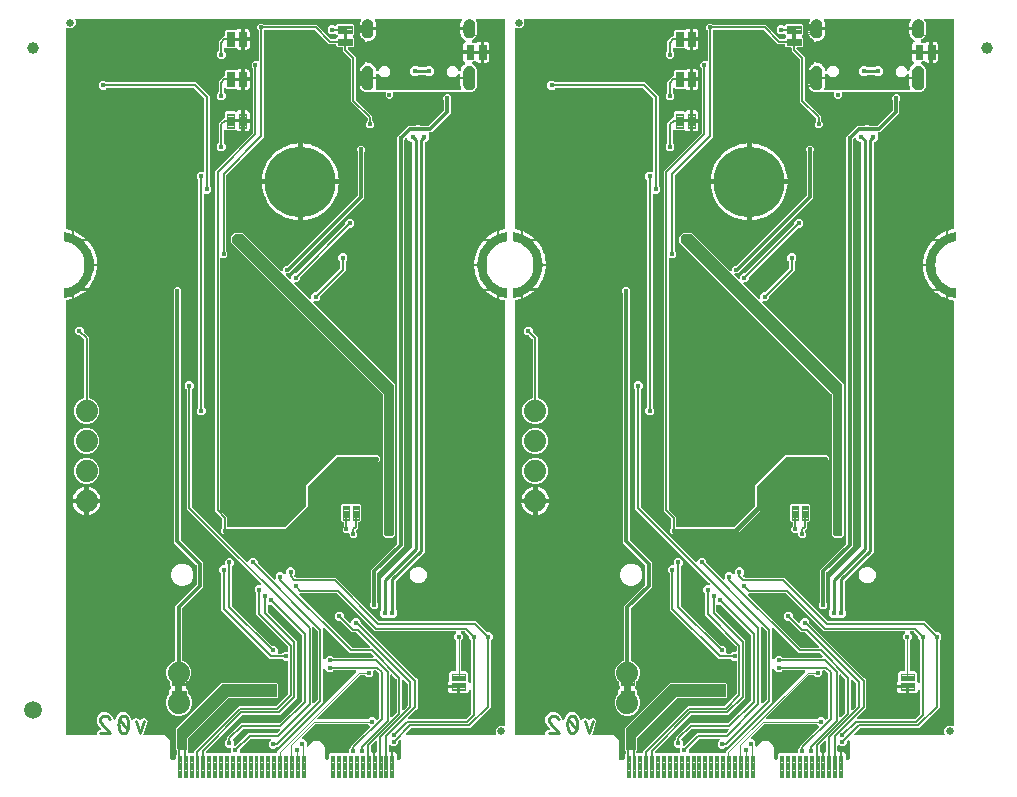
<source format=gbl>
G04 EAGLE Gerber RS-274X export*
G75*
%MOMM*%
%FSLAX34Y34*%
%LPD*%
%INBottom Copper*%
%IPPOS*%
%AMOC8*
5,1,8,0,0,1.08239X$1,22.5*%
G01*
%ADD10C,0.279400*%
%ADD11C,0.101600*%
%ADD12C,0.600000*%
%ADD13C,0.099059*%
%ADD14C,6.000000*%
%ADD15C,0.635000*%
%ADD16C,1.879600*%
%ADD17C,0.101500*%
%ADD18C,0.609600*%
%ADD19C,0.203200*%
%ADD20C,1.000000*%
%ADD21C,1.500000*%
%ADD22C,0.452400*%
%ADD23C,0.110000*%
%ADD24C,0.200000*%
%ADD25C,0.150000*%
%ADD26C,0.250000*%
%ADD27C,0.350000*%
%ADD28C,0.400000*%
%ADD29C,0.300000*%

G36*
X93798Y21010D02*
X93798Y21010D01*
X93862Y21009D01*
X93937Y21030D01*
X94013Y21041D01*
X94072Y21067D01*
X94134Y21084D01*
X94200Y21125D01*
X94270Y21157D01*
X94319Y21199D01*
X94374Y21232D01*
X94426Y21290D01*
X94484Y21340D01*
X94520Y21394D01*
X94563Y21442D01*
X94596Y21511D01*
X94639Y21576D01*
X94658Y21638D01*
X94686Y21695D01*
X94697Y21765D01*
X94721Y21846D01*
X94722Y21931D01*
X94733Y22000D01*
X94733Y25124D01*
X95191Y25581D01*
X95248Y25658D01*
X95313Y25729D01*
X95333Y25770D01*
X95360Y25807D01*
X95394Y25897D01*
X95436Y25983D01*
X95442Y26025D01*
X95459Y26071D01*
X95469Y26198D01*
X95483Y26288D01*
X95483Y28251D01*
X95470Y28346D01*
X95465Y28442D01*
X95450Y28485D01*
X95443Y28530D01*
X95404Y28617D01*
X95372Y28708D01*
X95347Y28743D01*
X95327Y28787D01*
X95244Y28884D01*
X95191Y28957D01*
X94983Y29165D01*
X94983Y47835D01*
X133165Y86017D01*
X180335Y86017D01*
X181517Y84835D01*
X181517Y74165D01*
X180335Y72983D01*
X139249Y72983D01*
X139154Y72970D01*
X139058Y72965D01*
X139015Y72950D01*
X138970Y72943D01*
X138883Y72904D01*
X138792Y72872D01*
X138757Y72847D01*
X138713Y72827D01*
X138616Y72744D01*
X138543Y72691D01*
X105309Y39457D01*
X105252Y39381D01*
X105187Y39309D01*
X105167Y39268D01*
X105140Y39232D01*
X105106Y39142D01*
X105064Y39055D01*
X105058Y39013D01*
X105041Y38968D01*
X105031Y38840D01*
X105017Y38751D01*
X105017Y29165D01*
X104809Y28957D01*
X104752Y28880D01*
X104687Y28809D01*
X104667Y28768D01*
X104640Y28732D01*
X104606Y28642D01*
X104564Y28555D01*
X104558Y28513D01*
X104541Y28468D01*
X104531Y28340D01*
X104517Y28251D01*
X104517Y27500D01*
X104526Y27436D01*
X104525Y27372D01*
X104546Y27297D01*
X104557Y27221D01*
X104583Y27162D01*
X104600Y27100D01*
X104641Y27034D01*
X104673Y26964D01*
X104715Y26915D01*
X104748Y26860D01*
X104806Y26808D01*
X104856Y26750D01*
X104910Y26714D01*
X104958Y26671D01*
X105027Y26638D01*
X105092Y26595D01*
X105154Y26576D01*
X105211Y26548D01*
X105281Y26537D01*
X105362Y26513D01*
X105447Y26512D01*
X105516Y26501D01*
X109250Y26501D01*
X109314Y26510D01*
X109378Y26509D01*
X109453Y26530D01*
X109529Y26541D01*
X109588Y26567D01*
X109650Y26584D01*
X109716Y26625D01*
X109786Y26657D01*
X109835Y26699D01*
X109890Y26732D01*
X109942Y26790D01*
X110000Y26840D01*
X110036Y26894D01*
X110079Y26942D01*
X110112Y27011D01*
X110155Y27076D01*
X110174Y27138D01*
X110202Y27195D01*
X110213Y27265D01*
X110237Y27346D01*
X110238Y27431D01*
X110249Y27500D01*
X110249Y28236D01*
X122985Y40971D01*
X123042Y41048D01*
X123107Y41119D01*
X123127Y41160D01*
X123154Y41197D01*
X123188Y41287D01*
X123230Y41373D01*
X123236Y41415D01*
X123239Y41422D01*
X148068Y66251D01*
X178654Y66251D01*
X178749Y66264D01*
X178845Y66269D01*
X178888Y66284D01*
X178933Y66291D01*
X179020Y66330D01*
X179111Y66362D01*
X179146Y66387D01*
X179190Y66407D01*
X179287Y66490D01*
X179360Y66543D01*
X189257Y76440D01*
X189314Y76516D01*
X189379Y76588D01*
X189399Y76629D01*
X189426Y76665D01*
X189460Y76755D01*
X189502Y76842D01*
X189508Y76884D01*
X189525Y76929D01*
X189535Y77057D01*
X189549Y77146D01*
X189549Y103838D01*
X189540Y103902D01*
X189541Y103966D01*
X189520Y104041D01*
X189509Y104117D01*
X189483Y104176D01*
X189466Y104238D01*
X189425Y104304D01*
X189393Y104374D01*
X189351Y104423D01*
X189318Y104478D01*
X189260Y104530D01*
X189210Y104588D01*
X189156Y104624D01*
X189108Y104667D01*
X189039Y104700D01*
X188974Y104743D01*
X188912Y104762D01*
X188855Y104790D01*
X188785Y104801D01*
X188704Y104825D01*
X188619Y104826D01*
X188550Y104837D01*
X186141Y104837D01*
X184922Y106057D01*
X184845Y106114D01*
X184774Y106179D01*
X184733Y106199D01*
X184697Y106226D01*
X184606Y106260D01*
X184520Y106302D01*
X184478Y106308D01*
X184433Y106325D01*
X184305Y106335D01*
X184216Y106349D01*
X174311Y106349D01*
X132749Y147911D01*
X132749Y178516D01*
X132736Y178610D01*
X132731Y178707D01*
X132716Y178750D01*
X132709Y178795D01*
X132670Y178882D01*
X132638Y178973D01*
X132613Y179008D01*
X132593Y179052D01*
X132510Y179149D01*
X132457Y179222D01*
X131237Y180441D01*
X131237Y183559D01*
X133441Y185763D01*
X135238Y185763D01*
X135302Y185772D01*
X135366Y185771D01*
X135441Y185792D01*
X135517Y185803D01*
X135576Y185829D01*
X135638Y185846D01*
X135704Y185887D01*
X135774Y185919D01*
X135823Y185961D01*
X135878Y185994D01*
X135930Y186052D01*
X135988Y186102D01*
X136024Y186156D01*
X136067Y186204D01*
X136100Y186273D01*
X136143Y186338D01*
X136162Y186400D01*
X136190Y186457D01*
X136201Y186527D01*
X136225Y186608D01*
X136226Y186693D01*
X136237Y186762D01*
X136237Y189559D01*
X138441Y191763D01*
X141559Y191763D01*
X143763Y189559D01*
X143763Y186441D01*
X142543Y185222D01*
X142486Y185145D01*
X142421Y185074D01*
X142401Y185033D01*
X142374Y184997D01*
X142340Y184906D01*
X142298Y184820D01*
X142292Y184778D01*
X142275Y184733D01*
X142265Y184605D01*
X142251Y184516D01*
X142251Y151886D01*
X142260Y151824D01*
X142259Y151775D01*
X142267Y151747D01*
X142269Y151695D01*
X142284Y151652D01*
X142291Y151607D01*
X142329Y151523D01*
X142334Y151503D01*
X142338Y151496D01*
X142362Y151429D01*
X142387Y151394D01*
X142407Y151350D01*
X142490Y151253D01*
X142543Y151180D01*
X176128Y117595D01*
X176204Y117538D01*
X176276Y117473D01*
X176317Y117453D01*
X176353Y117426D01*
X176443Y117392D01*
X176530Y117350D01*
X176572Y117344D01*
X176617Y117327D01*
X176745Y117317D01*
X176834Y117303D01*
X178559Y117303D01*
X180763Y115099D01*
X180763Y111850D01*
X180772Y111786D01*
X180771Y111722D01*
X180792Y111647D01*
X180803Y111571D01*
X180829Y111512D01*
X180846Y111450D01*
X180887Y111384D01*
X180919Y111314D01*
X180961Y111265D01*
X180994Y111210D01*
X181052Y111158D01*
X181102Y111100D01*
X181156Y111064D01*
X181204Y111021D01*
X181273Y110988D01*
X181338Y110945D01*
X181400Y110926D01*
X181457Y110898D01*
X181527Y110887D01*
X181608Y110863D01*
X181693Y110862D01*
X181762Y110851D01*
X184216Y110851D01*
X184310Y110864D01*
X184407Y110869D01*
X184450Y110884D01*
X184495Y110891D01*
X184582Y110930D01*
X184673Y110962D01*
X184708Y110987D01*
X184752Y111007D01*
X184849Y111090D01*
X184922Y111143D01*
X186141Y112363D01*
X188550Y112363D01*
X188614Y112372D01*
X188678Y112371D01*
X188753Y112392D01*
X188829Y112403D01*
X188888Y112429D01*
X188950Y112446D01*
X189016Y112487D01*
X189086Y112519D01*
X189135Y112561D01*
X189190Y112594D01*
X189242Y112652D01*
X189300Y112702D01*
X189336Y112756D01*
X189379Y112804D01*
X189412Y112873D01*
X189455Y112938D01*
X189474Y113000D01*
X189502Y113057D01*
X189513Y113127D01*
X189537Y113208D01*
X189538Y113293D01*
X189549Y113362D01*
X189549Y116296D01*
X189536Y116391D01*
X189531Y116487D01*
X189516Y116530D01*
X189509Y116575D01*
X189470Y116662D01*
X189438Y116753D01*
X189413Y116788D01*
X189393Y116832D01*
X189310Y116929D01*
X189257Y117002D01*
X162749Y143509D01*
X162749Y161516D01*
X162736Y161610D01*
X162731Y161707D01*
X162716Y161750D01*
X162709Y161795D01*
X162670Y161882D01*
X162638Y161973D01*
X162613Y162008D01*
X162593Y162052D01*
X162510Y162149D01*
X162457Y162222D01*
X161237Y163441D01*
X161237Y166559D01*
X163441Y168763D01*
X165642Y168763D01*
X165674Y168767D01*
X165706Y168765D01*
X165813Y168787D01*
X165921Y168803D01*
X165950Y168816D01*
X165982Y168822D01*
X166079Y168874D01*
X166178Y168919D01*
X166202Y168940D01*
X166231Y168955D01*
X166309Y169031D01*
X166392Y169102D01*
X166410Y169129D01*
X166433Y169152D01*
X166487Y169247D01*
X166547Y169338D01*
X166556Y169369D01*
X166572Y169397D01*
X166597Y169504D01*
X166629Y169608D01*
X166630Y169640D01*
X166637Y169671D01*
X166631Y169781D01*
X166633Y169890D01*
X166624Y169921D01*
X166623Y169953D01*
X166587Y170056D01*
X166558Y170162D01*
X166541Y170189D01*
X166530Y170220D01*
X166477Y170293D01*
X166410Y170402D01*
X166373Y170434D01*
X166348Y170469D01*
X103749Y233068D01*
X103749Y334016D01*
X103736Y334110D01*
X103731Y334207D01*
X103716Y334250D01*
X103709Y334295D01*
X103670Y334382D01*
X103638Y334473D01*
X103613Y334508D01*
X103593Y334552D01*
X103510Y334649D01*
X103457Y334722D01*
X102237Y335941D01*
X102237Y339059D01*
X104441Y341263D01*
X107559Y341263D01*
X109763Y339059D01*
X109763Y335941D01*
X108543Y334722D01*
X108486Y334645D01*
X108421Y334574D01*
X108401Y334533D01*
X108374Y334497D01*
X108340Y334406D01*
X108298Y334320D01*
X108292Y334278D01*
X108275Y334233D01*
X108265Y334105D01*
X108251Y334016D01*
X108251Y235346D01*
X108264Y235251D01*
X108269Y235155D01*
X108284Y235112D01*
X108291Y235067D01*
X108330Y234980D01*
X108362Y234889D01*
X108387Y234854D01*
X108407Y234810D01*
X108490Y234713D01*
X108543Y234640D01*
X154531Y188652D01*
X154557Y188632D01*
X154578Y188608D01*
X154670Y188548D01*
X154757Y188482D01*
X154787Y188471D01*
X154814Y188453D01*
X154919Y188421D01*
X155021Y188383D01*
X155053Y188380D01*
X155084Y188371D01*
X155193Y188369D01*
X155302Y188361D01*
X155334Y188368D01*
X155366Y188367D01*
X155471Y188396D01*
X155578Y188419D01*
X155607Y188434D01*
X155638Y188442D01*
X155731Y188500D01*
X155827Y188551D01*
X155850Y188574D01*
X155878Y188590D01*
X155951Y188672D01*
X156029Y188748D01*
X156045Y188776D01*
X156067Y188800D01*
X156114Y188898D01*
X156168Y188993D01*
X156176Y189025D01*
X156190Y189054D01*
X156204Y189143D01*
X156233Y189268D01*
X156231Y189316D01*
X156237Y189358D01*
X156237Y189559D01*
X158441Y191763D01*
X161559Y191763D01*
X163763Y189559D01*
X163763Y187834D01*
X163771Y187774D01*
X163771Y187748D01*
X163777Y187726D01*
X163781Y187643D01*
X163796Y187600D01*
X163803Y187555D01*
X163842Y187468D01*
X163874Y187377D01*
X163899Y187342D01*
X163919Y187298D01*
X164002Y187201D01*
X164055Y187128D01*
X177531Y173652D01*
X177557Y173632D01*
X177578Y173608D01*
X177670Y173548D01*
X177757Y173482D01*
X177787Y173471D01*
X177814Y173453D01*
X177919Y173421D01*
X178021Y173383D01*
X178053Y173380D01*
X178084Y173371D01*
X178193Y173369D01*
X178302Y173361D01*
X178334Y173368D01*
X178366Y173367D01*
X178471Y173396D01*
X178578Y173419D01*
X178607Y173434D01*
X178638Y173442D01*
X178731Y173500D01*
X178827Y173551D01*
X178850Y173574D01*
X178878Y173590D01*
X178951Y173672D01*
X179029Y173748D01*
X179045Y173776D01*
X179067Y173800D01*
X179114Y173898D01*
X179168Y173993D01*
X179176Y174025D01*
X179190Y174054D01*
X179204Y174143D01*
X179233Y174268D01*
X179231Y174316D01*
X179237Y174358D01*
X179237Y177559D01*
X181441Y179763D01*
X184559Y179763D01*
X186231Y178090D01*
X186257Y178071D01*
X186278Y178046D01*
X186370Y177986D01*
X186457Y177921D01*
X186487Y177909D01*
X186514Y177892D01*
X186619Y177860D01*
X186721Y177821D01*
X186753Y177819D01*
X186784Y177809D01*
X186893Y177808D01*
X187002Y177799D01*
X187034Y177806D01*
X187066Y177805D01*
X187171Y177835D01*
X187278Y177857D01*
X187307Y177872D01*
X187338Y177881D01*
X187431Y177938D01*
X187527Y177989D01*
X187550Y178012D01*
X187578Y178029D01*
X187651Y178110D01*
X187729Y178186D01*
X187745Y178214D01*
X187767Y178238D01*
X187814Y178336D01*
X187868Y178431D01*
X187876Y178463D01*
X187890Y178492D01*
X187904Y178581D01*
X187933Y178706D01*
X187931Y178754D01*
X187937Y178796D01*
X187937Y181559D01*
X190141Y183763D01*
X193259Y183763D01*
X195463Y181559D01*
X195463Y178441D01*
X194809Y177787D01*
X194770Y177736D01*
X194724Y177691D01*
X194686Y177624D01*
X194639Y177562D01*
X194617Y177502D01*
X194585Y177446D01*
X194567Y177370D01*
X194540Y177298D01*
X194535Y177234D01*
X194520Y177171D01*
X194524Y177094D01*
X194518Y177017D01*
X194531Y176954D01*
X194535Y176890D01*
X194560Y176817D01*
X194576Y176741D01*
X194606Y176684D01*
X194627Y176623D01*
X194668Y176567D01*
X194708Y176492D01*
X194767Y176431D01*
X194809Y176374D01*
X195640Y175543D01*
X195717Y175486D01*
X195788Y175421D01*
X195829Y175401D01*
X195865Y175374D01*
X195955Y175340D01*
X196042Y175298D01*
X196084Y175292D01*
X196129Y175275D01*
X196257Y175265D01*
X196346Y175251D01*
X229932Y175251D01*
X266640Y138543D01*
X266716Y138486D01*
X266788Y138421D01*
X266829Y138401D01*
X266865Y138374D01*
X266955Y138340D01*
X267042Y138298D01*
X267084Y138292D01*
X267129Y138275D01*
X267257Y138265D01*
X267346Y138251D01*
X348932Y138251D01*
X358128Y129055D01*
X358204Y128998D01*
X358276Y128933D01*
X358317Y128913D01*
X358353Y128886D01*
X358443Y128852D01*
X358530Y128810D01*
X358572Y128804D01*
X358617Y128787D01*
X358745Y128777D01*
X358834Y128763D01*
X360559Y128763D01*
X362763Y126559D01*
X362763Y123441D01*
X361543Y122222D01*
X361486Y122145D01*
X361421Y122074D01*
X361401Y122033D01*
X361374Y121997D01*
X361340Y121906D01*
X361298Y121820D01*
X361292Y121778D01*
X361275Y121733D01*
X361265Y121605D01*
X361251Y121516D01*
X361251Y65068D01*
X343932Y47749D01*
X294346Y47749D01*
X294251Y47736D01*
X294155Y47731D01*
X294112Y47716D01*
X294067Y47709D01*
X293979Y47670D01*
X293889Y47638D01*
X293854Y47613D01*
X293810Y47593D01*
X293713Y47510D01*
X293640Y47457D01*
X289426Y43243D01*
X289408Y43220D01*
X289387Y43201D01*
X289324Y43108D01*
X289256Y43017D01*
X289246Y42990D01*
X289230Y42967D01*
X289197Y42859D01*
X289157Y42753D01*
X289155Y42725D01*
X289146Y42698D01*
X289144Y42585D01*
X289135Y42472D01*
X289141Y42444D01*
X289140Y42416D01*
X289170Y42306D01*
X289193Y42196D01*
X289206Y42171D01*
X289213Y42143D01*
X289272Y42047D01*
X289325Y41947D01*
X289345Y41926D01*
X289360Y41902D01*
X289443Y41826D01*
X289522Y41745D01*
X289547Y41731D01*
X289567Y41712D01*
X289669Y41662D01*
X289767Y41606D01*
X289795Y41599D01*
X289820Y41587D01*
X289910Y41572D01*
X290042Y41541D01*
X290086Y41543D01*
X290125Y41537D01*
X291703Y41525D01*
X291707Y41525D01*
X291710Y41525D01*
X364450Y41525D01*
X364482Y41529D01*
X364515Y41527D01*
X364622Y41549D01*
X364730Y41565D01*
X364759Y41578D01*
X364791Y41584D01*
X364887Y41636D01*
X364987Y41681D01*
X365011Y41702D01*
X365040Y41717D01*
X365118Y41793D01*
X365201Y41864D01*
X365219Y41891D01*
X365242Y41914D01*
X365295Y42008D01*
X365355Y42100D01*
X365365Y42131D01*
X365381Y42159D01*
X365406Y42265D01*
X365438Y42370D01*
X365438Y42402D01*
X365446Y42434D01*
X365440Y42543D01*
X365441Y42652D01*
X365433Y42683D01*
X365431Y42715D01*
X365395Y42819D01*
X365366Y42924D01*
X365349Y42951D01*
X365339Y42982D01*
X365324Y43001D01*
X365324Y46937D01*
X368063Y49676D01*
X372155Y49676D01*
X372158Y49674D01*
X372191Y49672D01*
X372222Y49662D01*
X372331Y49661D01*
X372439Y49652D01*
X372471Y49659D01*
X372504Y49659D01*
X372609Y49688D01*
X372716Y49710D01*
X372744Y49725D01*
X372776Y49734D01*
X372869Y49791D01*
X372965Y49842D01*
X372988Y49865D01*
X373016Y49882D01*
X373089Y49963D01*
X373167Y50039D01*
X373183Y50067D01*
X373205Y50091D01*
X373252Y50189D01*
X373306Y50284D01*
X373314Y50316D01*
X373328Y50345D01*
X373342Y50434D01*
X373371Y50558D01*
X373369Y50607D01*
X373375Y50650D01*
X373375Y409014D01*
X373361Y409117D01*
X373354Y409221D01*
X373341Y409256D01*
X373335Y409293D01*
X373293Y409388D01*
X373257Y409486D01*
X373235Y409516D01*
X373219Y409550D01*
X373152Y409629D01*
X373090Y409713D01*
X373060Y409736D01*
X373036Y409765D01*
X372949Y409822D01*
X372866Y409885D01*
X372833Y409897D01*
X372800Y409919D01*
X372663Y409961D01*
X372577Y409993D01*
X369992Y410524D01*
X368499Y410999D01*
X368499Y413751D01*
X370911Y412957D01*
X370921Y412956D01*
X370947Y412948D01*
X374958Y412254D01*
X374996Y412259D01*
X375033Y412253D01*
X375064Y412266D01*
X375096Y412270D01*
X375126Y412294D01*
X375161Y412310D01*
X375179Y412337D01*
X375205Y412358D01*
X375217Y412395D01*
X375238Y412427D01*
X375247Y412484D01*
X375249Y412491D01*
X375248Y412494D01*
X375249Y412500D01*
X375249Y420000D01*
X375247Y420009D01*
X375247Y420011D01*
X375244Y420017D01*
X375230Y420065D01*
X375211Y420132D01*
X375210Y420133D01*
X375210Y420134D01*
X375158Y420180D01*
X375107Y420225D01*
X375106Y420226D01*
X375105Y420226D01*
X375102Y420227D01*
X375036Y420247D01*
X372138Y420670D01*
X369360Y421536D01*
X366752Y422826D01*
X364378Y424508D01*
X362296Y426540D01*
X360558Y428873D01*
X359206Y431450D01*
X358274Y434206D01*
X357784Y437074D01*
X357749Y440000D01*
X357784Y442926D01*
X358274Y445794D01*
X359206Y448550D01*
X360558Y451127D01*
X362296Y453460D01*
X364378Y455492D01*
X366752Y457174D01*
X369360Y458464D01*
X372138Y459330D01*
X375036Y459753D01*
X375097Y459781D01*
X375161Y459810D01*
X375162Y459811D01*
X375163Y459812D01*
X375200Y459869D01*
X375238Y459927D01*
X375238Y459928D01*
X375239Y459929D01*
X375239Y459932D01*
X375249Y460000D01*
X375249Y467500D01*
X375238Y467538D01*
X375237Y467577D01*
X375219Y467603D01*
X375210Y467634D01*
X375181Y467660D01*
X375159Y467692D01*
X375129Y467705D01*
X375105Y467726D01*
X375066Y467732D01*
X375030Y467747D01*
X374974Y467746D01*
X374967Y467747D01*
X374963Y467746D01*
X374956Y467745D01*
X370958Y467025D01*
X370949Y467021D01*
X370923Y467016D01*
X368499Y466204D01*
X368499Y468965D01*
X369632Y469352D01*
X372591Y470005D01*
X372682Y470039D01*
X372776Y470065D01*
X372814Y470089D01*
X372856Y470104D01*
X372933Y470162D01*
X373016Y470213D01*
X373046Y470246D01*
X373081Y470273D01*
X373140Y470351D01*
X373205Y470423D01*
X373224Y470463D01*
X373251Y470498D01*
X373285Y470589D01*
X373328Y470676D01*
X373334Y470718D01*
X373351Y470762D01*
X373361Y470891D01*
X373375Y470981D01*
X373375Y647476D01*
X373366Y647540D01*
X373367Y647604D01*
X373346Y647679D01*
X373335Y647755D01*
X373309Y647814D01*
X373292Y647876D01*
X373251Y647942D01*
X373219Y648012D01*
X373177Y648061D01*
X373144Y648116D01*
X373086Y648168D01*
X373036Y648226D01*
X372982Y648262D01*
X372934Y648305D01*
X372865Y648338D01*
X372800Y648381D01*
X372738Y648400D01*
X372681Y648428D01*
X372611Y648439D01*
X372530Y648463D01*
X372445Y648464D01*
X372376Y648475D01*
X349287Y648475D01*
X349255Y648471D01*
X349223Y648473D01*
X349116Y648451D01*
X349008Y648435D01*
X348978Y648422D01*
X348947Y648416D01*
X348850Y648364D01*
X348751Y648319D01*
X348726Y648298D01*
X348698Y648283D01*
X348619Y648207D01*
X348536Y648136D01*
X348519Y648109D01*
X348496Y648086D01*
X348442Y647991D01*
X348382Y647900D01*
X348372Y647869D01*
X348357Y647841D01*
X348331Y647735D01*
X348299Y647630D01*
X348299Y647598D01*
X348292Y647566D01*
X348297Y647457D01*
X348296Y647348D01*
X348304Y647317D01*
X348306Y647285D01*
X348342Y647182D01*
X348371Y647076D01*
X348388Y647049D01*
X348398Y647018D01*
X348452Y646945D01*
X348519Y646836D01*
X348555Y646804D01*
X348580Y646769D01*
X348729Y646621D01*
X348730Y646618D01*
X348776Y646504D01*
X348788Y646489D01*
X348796Y646472D01*
X348875Y646379D01*
X348896Y646354D01*
X349054Y645903D01*
X349115Y645785D01*
X349151Y645701D01*
X349406Y645294D01*
X349407Y645291D01*
X349427Y645170D01*
X349435Y645153D01*
X349439Y645134D01*
X349496Y645026D01*
X349510Y644997D01*
X349563Y644522D01*
X349597Y644393D01*
X349613Y644304D01*
X349748Y643918D01*
X349744Y643906D01*
X349742Y643815D01*
X349731Y643741D01*
X349731Y643093D01*
X349739Y643034D01*
X349737Y642981D01*
X349801Y642417D01*
X349796Y642399D01*
X349778Y642362D01*
X349765Y642277D01*
X349736Y642164D01*
X349738Y642107D01*
X349731Y642058D01*
X349731Y637842D01*
X349736Y637802D01*
X349734Y637762D01*
X349756Y637663D01*
X349771Y637563D01*
X349787Y637526D01*
X349796Y637487D01*
X349800Y637480D01*
X349737Y636919D01*
X349739Y636858D01*
X349731Y636807D01*
X349731Y636159D01*
X349741Y636090D01*
X349740Y636021D01*
X349750Y635988D01*
X349613Y635596D01*
X349588Y635466D01*
X349563Y635378D01*
X349510Y634901D01*
X349508Y634898D01*
X349448Y634791D01*
X349444Y634772D01*
X349435Y634756D01*
X349412Y634636D01*
X349405Y634603D01*
X349151Y634199D01*
X349097Y634078D01*
X349054Y633997D01*
X348895Y633544D01*
X348893Y633541D01*
X348810Y633450D01*
X348802Y633433D01*
X348790Y633419D01*
X348741Y633306D01*
X348727Y633277D01*
X348389Y632939D01*
X348309Y632833D01*
X348249Y632764D01*
X347994Y632357D01*
X347991Y632355D01*
X347890Y632285D01*
X347879Y632270D01*
X347864Y632259D01*
X347824Y632205D01*
X347821Y632202D01*
X347811Y632187D01*
X347791Y632160D01*
X347770Y632135D01*
X347366Y631881D01*
X347264Y631795D01*
X347191Y631741D01*
X346851Y631401D01*
X346848Y631400D01*
X346734Y631353D01*
X346719Y631342D01*
X346702Y631334D01*
X346609Y631254D01*
X346584Y631234D01*
X346170Y631089D01*
X346137Y631072D01*
X346100Y631062D01*
X346012Y631007D01*
X345920Y630960D01*
X345892Y630934D01*
X345860Y630914D01*
X345791Y630837D01*
X345715Y630765D01*
X345697Y630733D01*
X345671Y630705D01*
X345626Y630611D01*
X345574Y630521D01*
X345565Y630485D01*
X345548Y630451D01*
X345535Y630363D01*
X345506Y630247D01*
X345508Y630193D01*
X345501Y630146D01*
X345501Y628850D01*
X345510Y628786D01*
X345509Y628722D01*
X345530Y628647D01*
X345541Y628571D01*
X345567Y628512D01*
X345584Y628450D01*
X345625Y628384D01*
X345657Y628314D01*
X345699Y628265D01*
X345732Y628210D01*
X345790Y628158D01*
X345840Y628100D01*
X345894Y628064D01*
X345942Y628021D01*
X346011Y627988D01*
X346076Y627945D01*
X346138Y627926D01*
X346195Y627898D01*
X346265Y627887D01*
X346346Y627863D01*
X346431Y627862D01*
X346500Y627851D01*
X347426Y627851D01*
X347558Y627719D01*
X347609Y627681D01*
X347654Y627635D01*
X347722Y627596D01*
X347784Y627550D01*
X347844Y627527D01*
X347900Y627496D01*
X347975Y627478D01*
X348047Y627450D01*
X348112Y627445D01*
X348174Y627431D01*
X348252Y627435D01*
X348329Y627429D01*
X348392Y627442D01*
X348456Y627445D01*
X348529Y627470D01*
X348605Y627486D01*
X348662Y627516D01*
X348722Y627537D01*
X348779Y627579D01*
X348854Y627619D01*
X348914Y627678D01*
X348971Y627719D01*
X349536Y628284D01*
X350228Y628684D01*
X351000Y628891D01*
X352557Y628891D01*
X352557Y621333D01*
X343721Y621333D01*
X343710Y621343D01*
X343660Y621401D01*
X343606Y621437D01*
X343558Y621480D01*
X343489Y621513D01*
X343424Y621556D01*
X343362Y621575D01*
X343305Y621603D01*
X343235Y621614D01*
X343154Y621638D01*
X343069Y621639D01*
X343000Y621650D01*
X337950Y621650D01*
X337950Y626254D01*
X338157Y627027D01*
X338557Y627719D01*
X339122Y628284D01*
X339535Y628523D01*
X339543Y628529D01*
X339553Y628533D01*
X339654Y628616D01*
X339757Y628697D01*
X339763Y628705D01*
X339771Y628711D01*
X339845Y628819D01*
X339922Y628926D01*
X339925Y628935D01*
X339931Y628944D01*
X339972Y629069D01*
X340015Y629192D01*
X340016Y629202D01*
X340019Y629212D01*
X340024Y629343D01*
X340031Y629473D01*
X340029Y629483D01*
X340029Y629493D01*
X339997Y629621D01*
X339968Y629748D01*
X339963Y629757D01*
X339960Y629767D01*
X339894Y629880D01*
X339830Y629994D01*
X339823Y630001D01*
X339818Y630010D01*
X339760Y630064D01*
X339629Y630192D01*
X339607Y630204D01*
X339591Y630219D01*
X338780Y630761D01*
X338341Y631054D01*
X337284Y632111D01*
X336453Y633354D01*
X335881Y634736D01*
X335589Y636202D01*
X335589Y638951D01*
X338131Y638951D01*
X338131Y636950D01*
X338133Y636947D01*
X338131Y636945D01*
X338256Y635832D01*
X338262Y635826D01*
X338259Y635821D01*
X338629Y634764D01*
X338636Y634760D01*
X338633Y634754D01*
X339229Y633806D01*
X339237Y633803D01*
X339236Y633798D01*
X340028Y633006D01*
X340036Y633005D01*
X340036Y632999D01*
X340984Y632403D01*
X340993Y632404D01*
X340994Y632399D01*
X342051Y632029D01*
X342059Y632031D01*
X342062Y632026D01*
X343175Y631901D01*
X343182Y631905D01*
X343186Y631901D01*
X344298Y632026D01*
X344304Y632032D01*
X344309Y632029D01*
X345366Y632399D01*
X345370Y632406D01*
X345376Y632403D01*
X346324Y632999D01*
X346327Y633007D01*
X346332Y633006D01*
X347124Y633798D01*
X347125Y633806D01*
X347131Y633806D01*
X347727Y634754D01*
X347726Y634763D01*
X347731Y634764D01*
X348101Y635821D01*
X348100Y635825D01*
X348102Y635827D01*
X348100Y635830D01*
X348104Y635832D01*
X348229Y636945D01*
X348227Y636948D01*
X348229Y636950D01*
X348229Y642950D01*
X348227Y642953D01*
X348229Y642956D01*
X348104Y644068D01*
X348098Y644074D01*
X348101Y644079D01*
X347731Y645136D01*
X347725Y645140D01*
X347727Y645146D01*
X347131Y646094D01*
X347123Y646097D01*
X347124Y646102D01*
X346332Y646894D01*
X346324Y646895D01*
X346324Y646901D01*
X345376Y647497D01*
X345367Y647496D01*
X345366Y647501D01*
X344309Y647871D01*
X344301Y647869D01*
X344298Y647874D01*
X343186Y647999D01*
X343178Y647995D01*
X343175Y647999D01*
X342062Y647874D01*
X342056Y647868D01*
X342051Y647871D01*
X340994Y647501D01*
X340990Y647495D01*
X340984Y647497D01*
X340036Y646901D01*
X340033Y646893D01*
X340028Y646894D01*
X339236Y646102D01*
X339235Y646094D01*
X339229Y646094D01*
X338633Y645146D01*
X338634Y645137D01*
X338629Y645136D01*
X338259Y644079D01*
X338261Y644071D01*
X338256Y644068D01*
X338131Y642956D01*
X338133Y642952D01*
X338131Y642950D01*
X338131Y640949D01*
X335589Y640949D01*
X335589Y643698D01*
X335881Y645164D01*
X336453Y646546D01*
X336704Y646921D01*
X336737Y646989D01*
X336778Y647052D01*
X336797Y647115D01*
X336826Y647175D01*
X336838Y647250D01*
X336860Y647322D01*
X336861Y647388D01*
X336872Y647453D01*
X336863Y647528D01*
X336864Y647604D01*
X336847Y647668D01*
X336839Y647733D01*
X336809Y647803D01*
X336789Y647876D01*
X336754Y647932D01*
X336728Y647993D01*
X336680Y648051D01*
X336641Y648116D01*
X336592Y648160D01*
X336550Y648211D01*
X336488Y648254D01*
X336431Y648305D01*
X336372Y648334D01*
X336317Y648371D01*
X336246Y648395D01*
X336178Y648428D01*
X336118Y648437D01*
X336050Y648460D01*
X335951Y648463D01*
X335873Y648475D01*
X264127Y648475D01*
X264052Y648465D01*
X263976Y648464D01*
X263913Y648445D01*
X263848Y648435D01*
X263779Y648404D01*
X263706Y648383D01*
X263651Y648346D01*
X263591Y648319D01*
X263533Y648270D01*
X263470Y648229D01*
X263427Y648179D01*
X263376Y648136D01*
X263335Y648072D01*
X263286Y648015D01*
X263258Y647955D01*
X263222Y647900D01*
X263200Y647828D01*
X263168Y647759D01*
X263159Y647693D01*
X263140Y647630D01*
X263139Y647555D01*
X263128Y647480D01*
X263137Y647414D01*
X263136Y647348D01*
X263156Y647275D01*
X263166Y647200D01*
X263192Y647145D01*
X263211Y647076D01*
X263263Y646992D01*
X263296Y646921D01*
X263547Y646546D01*
X264119Y645164D01*
X264411Y643697D01*
X264411Y640949D01*
X261869Y640949D01*
X261869Y642950D01*
X261867Y642953D01*
X261869Y642956D01*
X261744Y644068D01*
X261738Y644074D01*
X261741Y644079D01*
X261371Y645136D01*
X261365Y645140D01*
X261367Y645146D01*
X260771Y646094D01*
X260763Y646097D01*
X260764Y646102D01*
X259972Y646894D01*
X259964Y646895D01*
X259964Y646901D01*
X259016Y647497D01*
X259007Y647496D01*
X259006Y647501D01*
X257949Y647871D01*
X257941Y647869D01*
X257938Y647874D01*
X256826Y647999D01*
X256818Y647995D01*
X256815Y647999D01*
X255702Y647874D01*
X255696Y647868D01*
X255691Y647871D01*
X254634Y647501D01*
X254630Y647495D01*
X254624Y647497D01*
X253676Y646901D01*
X253673Y646893D01*
X253668Y646894D01*
X252876Y646102D01*
X252875Y646094D01*
X252869Y646094D01*
X252273Y645146D01*
X252274Y645137D01*
X252269Y645136D01*
X251899Y644079D01*
X251901Y644071D01*
X251896Y644068D01*
X251771Y642956D01*
X251773Y642952D01*
X251771Y642950D01*
X251771Y636950D01*
X251773Y636947D01*
X251771Y636945D01*
X251896Y635832D01*
X251902Y635826D01*
X251899Y635821D01*
X252269Y634764D01*
X252276Y634760D01*
X252273Y634754D01*
X252869Y633806D01*
X252877Y633803D01*
X252876Y633798D01*
X253668Y633006D01*
X253676Y633005D01*
X253676Y632999D01*
X254624Y632403D01*
X254633Y632404D01*
X254634Y632399D01*
X255691Y632029D01*
X255699Y632031D01*
X255702Y632026D01*
X256815Y631901D01*
X256822Y631905D01*
X256826Y631901D01*
X257938Y632026D01*
X257944Y632032D01*
X257949Y632029D01*
X259006Y632399D01*
X259010Y632406D01*
X259016Y632403D01*
X259964Y632999D01*
X259967Y633007D01*
X259972Y633006D01*
X260764Y633798D01*
X260765Y633806D01*
X260771Y633806D01*
X261367Y634754D01*
X261366Y634763D01*
X261371Y634764D01*
X261741Y635821D01*
X261740Y635825D01*
X261742Y635827D01*
X261740Y635830D01*
X261744Y635832D01*
X261869Y636945D01*
X261867Y636948D01*
X261869Y636950D01*
X261869Y638951D01*
X264411Y638951D01*
X264411Y636202D01*
X264119Y634736D01*
X263645Y633593D01*
X263547Y633354D01*
X262813Y632257D01*
X262716Y632111D01*
X261659Y631054D01*
X260416Y630223D01*
X259034Y629651D01*
X257568Y629359D01*
X257000Y629359D01*
X256936Y629350D01*
X256872Y629351D01*
X256797Y629330D01*
X256721Y629319D01*
X256662Y629293D01*
X256600Y629276D01*
X256534Y629235D01*
X256464Y629203D01*
X256415Y629161D01*
X256360Y629128D01*
X256308Y629070D01*
X256250Y629020D01*
X256214Y628966D01*
X256171Y628918D01*
X256138Y628849D01*
X256095Y628784D01*
X256076Y628722D01*
X256048Y628665D01*
X256037Y628595D01*
X256013Y628514D01*
X256012Y628429D01*
X256001Y628360D01*
X256001Y612240D01*
X256010Y612176D01*
X256009Y612112D01*
X256030Y612037D01*
X256041Y611961D01*
X256067Y611902D01*
X256084Y611840D01*
X256125Y611774D01*
X256157Y611704D01*
X256199Y611655D01*
X256232Y611600D01*
X256290Y611548D01*
X256340Y611490D01*
X256394Y611454D01*
X256442Y611411D01*
X256511Y611378D01*
X256576Y611335D01*
X256638Y611316D01*
X256695Y611288D01*
X256765Y611277D01*
X256846Y611253D01*
X256931Y611252D01*
X257000Y611241D01*
X257568Y611241D01*
X259034Y610949D01*
X260416Y610377D01*
X261659Y609546D01*
X262716Y608489D01*
X263547Y607245D01*
X264119Y605864D01*
X264346Y604723D01*
X264360Y604682D01*
X264367Y604639D01*
X264407Y604550D01*
X264439Y604457D01*
X264465Y604422D01*
X264483Y604382D01*
X264546Y604307D01*
X264604Y604228D01*
X264638Y604201D01*
X264666Y604168D01*
X264748Y604114D01*
X264825Y604053D01*
X264866Y604037D01*
X264902Y604013D01*
X264996Y603985D01*
X265087Y603948D01*
X265130Y603943D01*
X265172Y603931D01*
X265270Y603929D01*
X265367Y603920D01*
X265410Y603928D01*
X265454Y603927D01*
X265548Y603953D01*
X265645Y603971D01*
X265684Y603991D01*
X265726Y604002D01*
X265809Y604054D01*
X265897Y604098D01*
X265929Y604127D01*
X265966Y604150D01*
X266031Y604223D01*
X266103Y604290D01*
X266125Y604327D01*
X266155Y604360D01*
X266197Y604448D01*
X266248Y604532D01*
X266259Y604574D01*
X266278Y604613D01*
X266291Y604697D01*
X266319Y604805D01*
X266316Y604862D01*
X266325Y604918D01*
X266325Y605428D01*
X269122Y608225D01*
X273078Y608225D01*
X275875Y605428D01*
X275875Y601472D01*
X273078Y598675D01*
X269122Y598675D01*
X266117Y601681D01*
X266091Y601700D01*
X266070Y601725D01*
X265978Y601785D01*
X265891Y601850D01*
X265861Y601862D01*
X265834Y601879D01*
X265729Y601911D01*
X265627Y601950D01*
X265595Y601952D01*
X265564Y601962D01*
X265455Y601963D01*
X265346Y601972D01*
X265314Y601965D01*
X265282Y601965D01*
X265177Y601936D01*
X265070Y601914D01*
X265041Y601899D01*
X265010Y601890D01*
X264917Y601833D01*
X264821Y601782D01*
X264798Y601759D01*
X264770Y601742D01*
X264697Y601661D01*
X264619Y601585D01*
X264603Y601557D01*
X264581Y601533D01*
X264534Y601434D01*
X264480Y601339D01*
X264472Y601308D01*
X264458Y601279D01*
X264444Y601190D01*
X264415Y601065D01*
X264417Y601016D01*
X264411Y600974D01*
X264411Y599149D01*
X261869Y599149D01*
X261869Y603650D01*
X261867Y603653D01*
X261869Y603656D01*
X261744Y604768D01*
X261738Y604774D01*
X261741Y604779D01*
X261371Y605836D01*
X261365Y605840D01*
X261367Y605846D01*
X260771Y606794D01*
X260763Y606797D01*
X260764Y606802D01*
X259972Y607594D01*
X259964Y607595D01*
X259964Y607601D01*
X259016Y608197D01*
X259007Y608196D01*
X259006Y608201D01*
X257949Y608571D01*
X257941Y608569D01*
X257938Y608574D01*
X256826Y608699D01*
X256818Y608695D01*
X256815Y608699D01*
X255702Y608574D01*
X255696Y608568D01*
X255691Y608571D01*
X254634Y608201D01*
X254630Y608195D01*
X254624Y608197D01*
X253676Y607601D01*
X253673Y607593D01*
X253668Y607594D01*
X252876Y606802D01*
X252875Y606794D01*
X252869Y606794D01*
X252273Y605846D01*
X252274Y605839D01*
X252270Y605837D01*
X252270Y605836D01*
X252269Y605836D01*
X251899Y604779D01*
X251901Y604771D01*
X251896Y604768D01*
X251771Y603656D01*
X251773Y603652D01*
X251771Y603650D01*
X251771Y592650D01*
X251773Y592647D01*
X251771Y592645D01*
X251896Y591532D01*
X251902Y591526D01*
X251899Y591521D01*
X252269Y590464D01*
X252276Y590460D01*
X252273Y590454D01*
X252869Y589506D01*
X252877Y589503D01*
X252876Y589498D01*
X253668Y588706D01*
X253676Y588705D01*
X253676Y588699D01*
X254624Y588103D01*
X254633Y588104D01*
X254634Y588099D01*
X255691Y587729D01*
X255699Y587731D01*
X255702Y587726D01*
X256815Y587601D01*
X256822Y587605D01*
X256826Y587601D01*
X257938Y587726D01*
X257944Y587732D01*
X257949Y587729D01*
X259006Y588099D01*
X259010Y588106D01*
X259016Y588103D01*
X259964Y588699D01*
X259967Y588707D01*
X259972Y588706D01*
X260764Y589498D01*
X260765Y589506D01*
X260771Y589506D01*
X261367Y590454D01*
X261366Y590463D01*
X261371Y590464D01*
X261741Y591521D01*
X261740Y591525D01*
X261742Y591527D01*
X261740Y591530D01*
X261744Y591532D01*
X261869Y592645D01*
X261867Y592648D01*
X261869Y592650D01*
X261869Y597151D01*
X264411Y597151D01*
X264411Y591902D01*
X264119Y590436D01*
X263683Y589382D01*
X263653Y589268D01*
X263619Y589154D01*
X263618Y589131D01*
X263613Y589109D01*
X263616Y588991D01*
X263615Y588872D01*
X263621Y588850D01*
X263622Y588827D01*
X263658Y588715D01*
X263690Y588600D01*
X263702Y588581D01*
X263709Y588559D01*
X263776Y588461D01*
X263838Y588360D01*
X263855Y588345D01*
X263868Y588326D01*
X263960Y588251D01*
X264047Y588171D01*
X264068Y588161D01*
X264086Y588147D01*
X264195Y588100D01*
X264301Y588048D01*
X264323Y588045D01*
X264345Y588035D01*
X264530Y588013D01*
X264606Y588001D01*
X335394Y588001D01*
X335511Y588017D01*
X335630Y588029D01*
X335651Y588037D01*
X335673Y588041D01*
X335781Y588089D01*
X335892Y588133D01*
X335910Y588147D01*
X335930Y588157D01*
X336020Y588234D01*
X336114Y588307D01*
X336127Y588325D01*
X336145Y588340D01*
X336210Y588440D01*
X336279Y588536D01*
X336286Y588557D01*
X336299Y588576D01*
X336334Y588690D01*
X336373Y588801D01*
X336375Y588824D01*
X336381Y588846D01*
X336383Y588964D01*
X336390Y589083D01*
X336385Y589104D01*
X336385Y589128D01*
X336335Y589307D01*
X336317Y589382D01*
X335881Y590436D01*
X335589Y591902D01*
X335589Y597151D01*
X338131Y597151D01*
X338131Y592650D01*
X338133Y592647D01*
X338131Y592645D01*
X338256Y591532D01*
X338262Y591526D01*
X338259Y591521D01*
X338629Y590464D01*
X338636Y590460D01*
X338633Y590454D01*
X339229Y589506D01*
X339237Y589503D01*
X339236Y589498D01*
X340028Y588706D01*
X340036Y588705D01*
X340036Y588699D01*
X340984Y588103D01*
X340993Y588104D01*
X340994Y588099D01*
X342051Y587729D01*
X342059Y587731D01*
X342062Y587726D01*
X343175Y587601D01*
X343182Y587605D01*
X343186Y587601D01*
X344298Y587726D01*
X344304Y587732D01*
X344309Y587729D01*
X345366Y588099D01*
X345370Y588106D01*
X345376Y588103D01*
X346324Y588699D01*
X346327Y588707D01*
X346332Y588706D01*
X347124Y589498D01*
X347125Y589506D01*
X347131Y589506D01*
X347727Y590454D01*
X347726Y590463D01*
X347731Y590464D01*
X348101Y591521D01*
X348100Y591525D01*
X348102Y591527D01*
X348100Y591530D01*
X348104Y591532D01*
X348229Y592645D01*
X348227Y592648D01*
X348229Y592650D01*
X348229Y603650D01*
X348227Y603653D01*
X348229Y603656D01*
X348104Y604768D01*
X348098Y604774D01*
X348101Y604779D01*
X347731Y605836D01*
X347725Y605840D01*
X347727Y605846D01*
X347131Y606794D01*
X347123Y606797D01*
X347124Y606802D01*
X346332Y607594D01*
X346324Y607595D01*
X346324Y607601D01*
X345376Y608197D01*
X345367Y608196D01*
X345366Y608201D01*
X344309Y608571D01*
X344301Y608569D01*
X344298Y608574D01*
X343186Y608699D01*
X343178Y608695D01*
X343175Y608699D01*
X342062Y608574D01*
X342056Y608568D01*
X342051Y608571D01*
X340994Y608201D01*
X340990Y608195D01*
X340984Y608197D01*
X340036Y607601D01*
X340033Y607593D01*
X340028Y607594D01*
X339236Y606802D01*
X339235Y606794D01*
X339229Y606794D01*
X338633Y605846D01*
X338634Y605839D01*
X338630Y605837D01*
X338630Y605836D01*
X338629Y605836D01*
X338259Y604779D01*
X338261Y604771D01*
X338256Y604768D01*
X338131Y603656D01*
X338133Y603652D01*
X338131Y603650D01*
X338131Y599149D01*
X335589Y599149D01*
X335589Y600974D01*
X335585Y601006D01*
X335587Y601038D01*
X335565Y601145D01*
X335549Y601254D01*
X335536Y601283D01*
X335530Y601315D01*
X335478Y601411D01*
X335433Y601511D01*
X335412Y601535D01*
X335397Y601563D01*
X335321Y601642D01*
X335250Y601725D01*
X335223Y601742D01*
X335200Y601766D01*
X335105Y601819D01*
X335014Y601879D01*
X334983Y601889D01*
X334955Y601905D01*
X334848Y601930D01*
X334744Y601962D01*
X334712Y601962D01*
X334680Y601970D01*
X334571Y601964D01*
X334462Y601965D01*
X334431Y601957D01*
X334399Y601955D01*
X334296Y601919D01*
X334190Y601890D01*
X334163Y601873D01*
X334132Y601863D01*
X334059Y601809D01*
X333950Y601742D01*
X333918Y601706D01*
X333883Y601681D01*
X330878Y598675D01*
X326922Y598675D01*
X324125Y601472D01*
X324125Y605428D01*
X326922Y608225D01*
X330878Y608225D01*
X333675Y605428D01*
X333675Y604918D01*
X333681Y604875D01*
X333679Y604832D01*
X333701Y604736D01*
X333715Y604639D01*
X333732Y604599D01*
X333742Y604557D01*
X333790Y604471D01*
X333831Y604382D01*
X333859Y604349D01*
X333880Y604311D01*
X333950Y604242D01*
X334014Y604168D01*
X334051Y604144D01*
X334082Y604113D01*
X334168Y604067D01*
X334250Y604013D01*
X334292Y604001D01*
X334330Y603980D01*
X334426Y603960D01*
X334520Y603931D01*
X334563Y603930D01*
X334606Y603921D01*
X334704Y603929D01*
X334802Y603927D01*
X334844Y603939D01*
X334887Y603942D01*
X334979Y603976D01*
X335074Y604002D01*
X335111Y604025D01*
X335152Y604041D01*
X335230Y604099D01*
X335314Y604151D01*
X335343Y604183D01*
X335378Y604209D01*
X335437Y604287D01*
X335503Y604360D01*
X335522Y604399D01*
X335548Y604434D01*
X335577Y604514D01*
X335626Y604614D01*
X335634Y604670D01*
X335654Y604723D01*
X335881Y605864D01*
X336453Y607246D01*
X337284Y608489D01*
X338341Y609546D01*
X339109Y610059D01*
X339117Y610066D01*
X339126Y610071D01*
X339222Y610160D01*
X339319Y610247D01*
X339324Y610256D01*
X339332Y610263D01*
X339399Y610376D01*
X339468Y610487D01*
X339471Y610497D01*
X339476Y610505D01*
X339509Y610632D01*
X339544Y610758D01*
X339544Y610769D01*
X339547Y610778D01*
X339543Y610909D01*
X339542Y611040D01*
X339539Y611050D01*
X339539Y611060D01*
X339498Y611185D01*
X339460Y611310D01*
X339455Y611319D01*
X339452Y611329D01*
X339378Y611438D01*
X339307Y611547D01*
X339299Y611554D01*
X339293Y611562D01*
X339232Y611612D01*
X339191Y611647D01*
X338557Y612281D01*
X338157Y612973D01*
X337950Y613745D01*
X337950Y618350D01*
X343000Y618350D01*
X343064Y618359D01*
X343128Y618358D01*
X343203Y618379D01*
X343279Y618390D01*
X343338Y618416D01*
X343400Y618433D01*
X343466Y618474D01*
X343536Y618506D01*
X343585Y618547D01*
X343640Y618581D01*
X343692Y618639D01*
X343725Y618667D01*
X352557Y618667D01*
X352557Y611109D01*
X351000Y611109D01*
X350228Y611316D01*
X349536Y611716D01*
X348971Y612281D01*
X348920Y612319D01*
X348875Y612365D01*
X348842Y612384D01*
X348840Y612386D01*
X348830Y612391D01*
X348808Y612404D01*
X348746Y612450D01*
X348686Y612473D01*
X348630Y612504D01*
X348554Y612522D01*
X348482Y612550D01*
X348418Y612555D01*
X348355Y612569D01*
X348278Y612565D01*
X348201Y612571D01*
X348138Y612558D01*
X348073Y612555D01*
X348000Y612530D01*
X347924Y612514D01*
X347868Y612484D01*
X347807Y612463D01*
X347750Y612421D01*
X347713Y612401D01*
X347712Y612401D01*
X347711Y612400D01*
X347675Y612381D01*
X347615Y612322D01*
X347558Y612281D01*
X347427Y612149D01*
X346500Y612149D01*
X346436Y612140D01*
X346372Y612141D01*
X346297Y612120D01*
X346221Y612109D01*
X346162Y612083D01*
X346100Y612066D01*
X346034Y612025D01*
X345964Y611993D01*
X345915Y611951D01*
X345860Y611918D01*
X345808Y611860D01*
X345750Y611810D01*
X345714Y611756D01*
X345671Y611708D01*
X345638Y611639D01*
X345595Y611574D01*
X345576Y611512D01*
X345548Y611455D01*
X345537Y611385D01*
X345513Y611304D01*
X345512Y611219D01*
X345501Y611150D01*
X345501Y610454D01*
X345506Y610417D01*
X345504Y610379D01*
X345526Y610278D01*
X345541Y610175D01*
X345556Y610140D01*
X345564Y610104D01*
X345614Y610012D01*
X345657Y609918D01*
X345681Y609889D01*
X345699Y609856D01*
X345773Y609782D01*
X345840Y609703D01*
X345872Y609683D01*
X345898Y609656D01*
X345976Y609614D01*
X346076Y609549D01*
X346128Y609533D01*
X346170Y609511D01*
X346586Y609365D01*
X346589Y609363D01*
X346680Y609280D01*
X346697Y609272D01*
X346711Y609260D01*
X346824Y609211D01*
X346853Y609197D01*
X347191Y608859D01*
X347286Y608787D01*
X347349Y608730D01*
X347358Y608726D01*
X347366Y608719D01*
X347773Y608464D01*
X347775Y608461D01*
X347845Y608360D01*
X347860Y608349D01*
X347871Y608334D01*
X347970Y608261D01*
X347995Y608240D01*
X348249Y607836D01*
X348335Y607734D01*
X348389Y607661D01*
X348729Y607321D01*
X348730Y607318D01*
X348777Y607204D01*
X348788Y607189D01*
X348796Y607172D01*
X348876Y607079D01*
X348896Y607054D01*
X349054Y606603D01*
X349115Y606485D01*
X349151Y606401D01*
X349406Y605994D01*
X349407Y605991D01*
X349427Y605870D01*
X349435Y605853D01*
X349439Y605834D01*
X349496Y605726D01*
X349510Y605697D01*
X349563Y605222D01*
X349597Y605093D01*
X349613Y605004D01*
X349748Y604618D01*
X349744Y604606D01*
X349742Y604515D01*
X349731Y604441D01*
X349731Y603793D01*
X349739Y603734D01*
X349737Y603681D01*
X349801Y603117D01*
X349796Y603099D01*
X349778Y603062D01*
X349765Y602977D01*
X349736Y602864D01*
X349738Y602807D01*
X349731Y602758D01*
X349731Y593542D01*
X349736Y593502D01*
X349734Y593462D01*
X349756Y593363D01*
X349771Y593263D01*
X349787Y593226D01*
X349796Y593187D01*
X349800Y593180D01*
X349737Y592619D01*
X349739Y592558D01*
X349731Y592507D01*
X349731Y591859D01*
X349741Y591790D01*
X349740Y591721D01*
X349750Y591688D01*
X349613Y591296D01*
X349588Y591166D01*
X349563Y591078D01*
X349510Y590601D01*
X349508Y590598D01*
X349448Y590491D01*
X349444Y590472D01*
X349435Y590456D01*
X349412Y590336D01*
X349405Y590303D01*
X349151Y589899D01*
X349097Y589778D01*
X349054Y589697D01*
X348895Y589244D01*
X348893Y589241D01*
X348810Y589150D01*
X348802Y589133D01*
X348790Y589119D01*
X348744Y589014D01*
X348734Y588999D01*
X348729Y588982D01*
X348727Y588977D01*
X348389Y588639D01*
X348309Y588533D01*
X348249Y588464D01*
X347994Y588057D01*
X347990Y588055D01*
X347890Y587985D01*
X347879Y587970D01*
X347864Y587959D01*
X347791Y587860D01*
X347770Y587835D01*
X347366Y587581D01*
X347264Y587495D01*
X347191Y587441D01*
X346851Y587101D01*
X346848Y587100D01*
X346734Y587053D01*
X346719Y587042D01*
X346702Y587034D01*
X346609Y586954D01*
X346584Y586934D01*
X346133Y586776D01*
X346015Y586715D01*
X345931Y586679D01*
X345524Y586424D01*
X345521Y586423D01*
X345400Y586403D01*
X345383Y586395D01*
X345364Y586391D01*
X345256Y586334D01*
X345227Y586320D01*
X344752Y586267D01*
X344623Y586233D01*
X344534Y586217D01*
X344080Y586058D01*
X344076Y586058D01*
X343954Y586066D01*
X343936Y586061D01*
X343917Y586062D01*
X343799Y586031D01*
X343767Y586023D01*
X343292Y586077D01*
X343159Y586073D01*
X343068Y586077D01*
X342591Y586023D01*
X342588Y586024D01*
X342469Y586058D01*
X342451Y586059D01*
X342433Y586063D01*
X342310Y586059D01*
X342278Y586059D01*
X341826Y586217D01*
X341696Y586242D01*
X341608Y586267D01*
X341131Y586320D01*
X341128Y586322D01*
X341021Y586382D01*
X341002Y586386D01*
X340986Y586395D01*
X340866Y586418D01*
X340746Y586445D01*
X340745Y586445D01*
X340732Y586452D01*
X340717Y586454D01*
X340701Y586461D01*
X340466Y586493D01*
X340427Y586499D01*
X279778Y586499D01*
X279714Y586490D01*
X279650Y586491D01*
X279575Y586470D01*
X279499Y586459D01*
X279440Y586433D01*
X279378Y586416D01*
X279312Y586375D01*
X279242Y586343D01*
X279193Y586301D01*
X279138Y586268D01*
X279086Y586210D01*
X279028Y586160D01*
X278992Y586106D01*
X278949Y586058D01*
X278916Y585989D01*
X278873Y585924D01*
X278854Y585862D01*
X278826Y585805D01*
X278815Y585735D01*
X278791Y585654D01*
X278790Y585569D01*
X278779Y585500D01*
X278779Y582642D01*
X276858Y580721D01*
X274142Y580721D01*
X272221Y582642D01*
X272221Y585500D01*
X272212Y585564D01*
X272213Y585628D01*
X272192Y585703D01*
X272181Y585779D01*
X272155Y585838D01*
X272138Y585900D01*
X272097Y585966D01*
X272065Y586036D01*
X272023Y586085D01*
X271990Y586140D01*
X271932Y586192D01*
X271882Y586250D01*
X271828Y586286D01*
X271780Y586329D01*
X271711Y586362D01*
X271646Y586405D01*
X271584Y586424D01*
X271527Y586452D01*
X271457Y586463D01*
X271376Y586487D01*
X271291Y586488D01*
X271222Y586499D01*
X259573Y586499D01*
X259449Y586482D01*
X259324Y586468D01*
X259310Y586462D01*
X259293Y586459D01*
X259255Y586442D01*
X259161Y586423D01*
X259040Y586403D01*
X259023Y586395D01*
X259004Y586391D01*
X258896Y586334D01*
X258867Y586320D01*
X258392Y586267D01*
X258263Y586233D01*
X258174Y586217D01*
X257720Y586058D01*
X257716Y586058D01*
X257594Y586066D01*
X257576Y586062D01*
X257557Y586062D01*
X257439Y586031D01*
X257407Y586023D01*
X256932Y586077D01*
X256799Y586073D01*
X256708Y586077D01*
X256231Y586023D01*
X256227Y586024D01*
X256109Y586059D01*
X256091Y586059D01*
X256073Y586063D01*
X255950Y586059D01*
X255917Y586059D01*
X255466Y586217D01*
X255336Y586242D01*
X255248Y586267D01*
X254771Y586320D01*
X254768Y586322D01*
X254661Y586382D01*
X254642Y586386D01*
X254626Y586395D01*
X254506Y586418D01*
X254473Y586425D01*
X254069Y586679D01*
X253948Y586733D01*
X253867Y586776D01*
X253414Y586935D01*
X253411Y586937D01*
X253320Y587020D01*
X253303Y587028D01*
X253289Y587040D01*
X253177Y587089D01*
X253147Y587103D01*
X252809Y587441D01*
X252703Y587521D01*
X252634Y587581D01*
X252227Y587836D01*
X252225Y587839D01*
X252155Y587940D01*
X252140Y587951D01*
X252129Y587966D01*
X252030Y588039D01*
X252005Y588060D01*
X251751Y588464D01*
X251665Y588566D01*
X251611Y588639D01*
X251277Y588973D01*
X251277Y588974D01*
X251266Y588992D01*
X251224Y589096D01*
X251212Y589111D01*
X251204Y589128D01*
X251125Y589221D01*
X251104Y589246D01*
X250946Y589697D01*
X250885Y589815D01*
X250849Y589899D01*
X250594Y590306D01*
X250593Y590309D01*
X250573Y590430D01*
X250565Y590447D01*
X250561Y590466D01*
X250504Y590574D01*
X250490Y590603D01*
X250437Y591078D01*
X250403Y591207D01*
X250387Y591296D01*
X250252Y591682D01*
X250256Y591694D01*
X250258Y591785D01*
X250269Y591859D01*
X250269Y592507D01*
X250261Y592566D01*
X250263Y592619D01*
X250199Y593183D01*
X250204Y593201D01*
X250222Y593238D01*
X250235Y593323D01*
X250264Y593436D01*
X250262Y593493D01*
X250269Y593542D01*
X250269Y602758D01*
X250264Y602798D01*
X250266Y602838D01*
X250244Y602937D01*
X250229Y603037D01*
X250213Y603074D01*
X250204Y603113D01*
X250200Y603120D01*
X250263Y603681D01*
X250261Y603742D01*
X250269Y603793D01*
X250269Y604441D01*
X250259Y604510D01*
X250260Y604579D01*
X250250Y604612D01*
X250387Y605004D01*
X250412Y605134D01*
X250437Y605222D01*
X250490Y605699D01*
X250492Y605702D01*
X250552Y605809D01*
X250556Y605828D01*
X250565Y605844D01*
X250588Y605964D01*
X250595Y605997D01*
X250849Y606401D01*
X250903Y606522D01*
X250946Y606603D01*
X251105Y607056D01*
X251107Y607059D01*
X251190Y607150D01*
X251198Y607167D01*
X251210Y607181D01*
X251259Y607294D01*
X251273Y607323D01*
X251611Y607661D01*
X251691Y607767D01*
X251751Y607836D01*
X252006Y608243D01*
X252009Y608245D01*
X252110Y608315D01*
X252121Y608330D01*
X252136Y608341D01*
X252209Y608440D01*
X252230Y608465D01*
X252634Y608719D01*
X252736Y608805D01*
X252809Y608859D01*
X253149Y609199D01*
X253152Y609200D01*
X253266Y609246D01*
X253281Y609258D01*
X253298Y609266D01*
X253391Y609345D01*
X253416Y609366D01*
X253830Y609511D01*
X253863Y609528D01*
X253900Y609538D01*
X253988Y609593D01*
X254080Y609640D01*
X254108Y609666D01*
X254140Y609686D01*
X254209Y609763D01*
X254285Y609835D01*
X254304Y609868D01*
X254329Y609895D01*
X254374Y609989D01*
X254426Y610079D01*
X254435Y610115D01*
X254452Y610149D01*
X254465Y610236D01*
X254494Y610353D01*
X254492Y610407D01*
X254499Y610454D01*
X254499Y630146D01*
X254494Y630183D01*
X254496Y630221D01*
X254474Y630323D01*
X254459Y630425D01*
X254444Y630460D01*
X254436Y630496D01*
X254386Y630588D01*
X254343Y630682D01*
X254319Y630711D01*
X254301Y630744D01*
X254227Y630818D01*
X254160Y630897D01*
X254128Y630917D01*
X254102Y630944D01*
X254024Y630985D01*
X253924Y631051D01*
X253872Y631067D01*
X253830Y631089D01*
X253414Y631235D01*
X253411Y631237D01*
X253320Y631320D01*
X253303Y631328D01*
X253289Y631340D01*
X253176Y631389D01*
X253147Y631403D01*
X252809Y631741D01*
X252703Y631821D01*
X252634Y631881D01*
X252227Y632136D01*
X252225Y632139D01*
X252209Y632163D01*
X252197Y632182D01*
X252192Y632186D01*
X252155Y632240D01*
X252140Y632251D01*
X252129Y632266D01*
X252030Y632339D01*
X252005Y632360D01*
X251751Y632764D01*
X251665Y632866D01*
X251611Y632939D01*
X251271Y633279D01*
X251270Y633282D01*
X251224Y633396D01*
X251212Y633411D01*
X251204Y633428D01*
X251125Y633521D01*
X251104Y633546D01*
X250946Y633997D01*
X250885Y634115D01*
X250849Y634199D01*
X250594Y634606D01*
X250593Y634609D01*
X250573Y634730D01*
X250565Y634747D01*
X250561Y634766D01*
X250504Y634874D01*
X250490Y634903D01*
X250437Y635378D01*
X250403Y635507D01*
X250387Y635596D01*
X250252Y635982D01*
X250256Y635994D01*
X250258Y636085D01*
X250269Y636159D01*
X250269Y636807D01*
X250261Y636866D01*
X250263Y636919D01*
X250199Y637483D01*
X250204Y637501D01*
X250222Y637538D01*
X250235Y637623D01*
X250264Y637736D01*
X250262Y637793D01*
X250269Y637842D01*
X250269Y642058D01*
X250264Y642098D01*
X250266Y642138D01*
X250244Y642237D01*
X250229Y642337D01*
X250213Y642374D01*
X250204Y642413D01*
X250200Y642420D01*
X250263Y642981D01*
X250261Y643042D01*
X250269Y643093D01*
X250269Y643741D01*
X250259Y643810D01*
X250260Y643879D01*
X250250Y643912D01*
X250387Y644304D01*
X250412Y644434D01*
X250437Y644522D01*
X250490Y644999D01*
X250492Y645002D01*
X250552Y645109D01*
X250556Y645128D01*
X250565Y645144D01*
X250588Y645264D01*
X250595Y645297D01*
X250849Y645701D01*
X250903Y645822D01*
X250946Y645903D01*
X251105Y646356D01*
X251107Y646359D01*
X251190Y646450D01*
X251198Y646467D01*
X251210Y646481D01*
X251259Y646594D01*
X251273Y646623D01*
X251420Y646769D01*
X251439Y646795D01*
X251464Y646816D01*
X251524Y646908D01*
X251589Y646995D01*
X251600Y647025D01*
X251618Y647052D01*
X251650Y647157D01*
X251689Y647259D01*
X251691Y647291D01*
X251701Y647322D01*
X251702Y647431D01*
X251710Y647540D01*
X251704Y647572D01*
X251704Y647604D01*
X251675Y647709D01*
X251653Y647816D01*
X251638Y647845D01*
X251629Y647876D01*
X251572Y647969D01*
X251520Y648065D01*
X251498Y648088D01*
X251481Y648116D01*
X251400Y648189D01*
X251324Y648267D01*
X251296Y648283D01*
X251272Y648305D01*
X251173Y648352D01*
X251078Y648406D01*
X251047Y648414D01*
X251018Y648428D01*
X250928Y648442D01*
X250804Y648471D01*
X250755Y648469D01*
X250713Y648475D01*
X10550Y648475D01*
X10518Y648471D01*
X10485Y648473D01*
X10378Y648451D01*
X10270Y648435D01*
X10241Y648422D01*
X10209Y648416D01*
X10113Y648364D01*
X10013Y648319D01*
X9989Y648298D01*
X9960Y648283D01*
X9882Y648207D01*
X9799Y648136D01*
X9781Y648109D01*
X9758Y648086D01*
X9705Y647992D01*
X9645Y647900D01*
X9635Y647869D01*
X9619Y647841D01*
X9594Y647735D01*
X9562Y647630D01*
X9562Y647598D01*
X9554Y647566D01*
X9560Y647457D01*
X9559Y647348D01*
X9567Y647317D01*
X9569Y647285D01*
X9605Y647181D01*
X9634Y647076D01*
X9651Y647049D01*
X9661Y647018D01*
X9676Y646999D01*
X9676Y643063D01*
X6937Y640324D01*
X3008Y640324D01*
X3005Y640326D01*
X2975Y640338D01*
X2948Y640355D01*
X2843Y640387D01*
X2741Y640426D01*
X2709Y640428D01*
X2678Y640438D01*
X2569Y640439D01*
X2460Y640448D01*
X2428Y640441D01*
X2396Y640441D01*
X2291Y640412D01*
X2184Y640390D01*
X2155Y640375D01*
X2124Y640366D01*
X2031Y640309D01*
X1935Y640258D01*
X1912Y640235D01*
X1884Y640218D01*
X1811Y640137D01*
X1733Y640061D01*
X1717Y640033D01*
X1695Y640009D01*
X1648Y639910D01*
X1594Y639815D01*
X1586Y639784D01*
X1572Y639755D01*
X1558Y639666D01*
X1529Y639541D01*
X1531Y639493D01*
X1525Y639450D01*
X1525Y471006D01*
X1539Y470903D01*
X1546Y470799D01*
X1559Y470764D01*
X1565Y470727D01*
X1607Y470632D01*
X1643Y470534D01*
X1665Y470504D01*
X1681Y470470D01*
X1748Y470391D01*
X1810Y470307D01*
X1840Y470284D01*
X1864Y470256D01*
X1951Y470199D01*
X2034Y470135D01*
X2067Y470123D01*
X2100Y470101D01*
X2237Y470060D01*
X2323Y470028D01*
X5008Y469476D01*
X6501Y469001D01*
X6501Y466249D01*
X4089Y467044D01*
X4079Y467044D01*
X4053Y467052D01*
X42Y467746D01*
X4Y467741D01*
X-33Y467747D01*
X-64Y467734D01*
X-96Y467730D01*
X-126Y467706D01*
X-161Y467690D01*
X-179Y467663D01*
X-205Y467642D01*
X-217Y467605D01*
X-238Y467574D01*
X-247Y467516D01*
X-249Y467509D01*
X-248Y467506D01*
X-249Y467500D01*
X-249Y460000D01*
X-230Y459935D01*
X-211Y459868D01*
X-210Y459867D01*
X-210Y459866D01*
X-157Y459820D01*
X-107Y459775D01*
X-106Y459774D01*
X-105Y459774D01*
X-102Y459773D01*
X-36Y459753D01*
X2862Y459330D01*
X5640Y458464D01*
X8248Y457174D01*
X10622Y455492D01*
X12704Y453460D01*
X14442Y451127D01*
X15794Y448550D01*
X16726Y445794D01*
X17216Y442926D01*
X17251Y440000D01*
X17216Y437074D01*
X16726Y434206D01*
X15794Y431450D01*
X14442Y428873D01*
X12704Y426540D01*
X10622Y424508D01*
X8248Y422826D01*
X5640Y421536D01*
X2862Y420670D01*
X-36Y420247D01*
X-97Y420219D01*
X-161Y420190D01*
X-162Y420189D01*
X-163Y420188D01*
X-200Y420131D01*
X-238Y420074D01*
X-238Y420072D01*
X-239Y420071D01*
X-239Y420068D01*
X-249Y420000D01*
X-249Y412500D01*
X-238Y412462D01*
X-237Y412423D01*
X-219Y412397D01*
X-210Y412366D01*
X-181Y412340D01*
X-159Y412308D01*
X-129Y412295D01*
X-105Y412274D01*
X-66Y412268D01*
X-30Y412253D01*
X26Y412254D01*
X33Y412253D01*
X37Y412254D01*
X44Y412255D01*
X4042Y412975D01*
X4051Y412979D01*
X4077Y412984D01*
X6501Y413797D01*
X6501Y411035D01*
X5368Y410648D01*
X2309Y409973D01*
X2218Y409939D01*
X2124Y409913D01*
X2086Y409889D01*
X2044Y409874D01*
X1967Y409816D01*
X1884Y409765D01*
X1854Y409732D01*
X1819Y409705D01*
X1760Y409627D01*
X1695Y409555D01*
X1676Y409515D01*
X1649Y409479D01*
X1615Y409389D01*
X1572Y409302D01*
X1566Y409260D01*
X1549Y409216D01*
X1539Y409087D01*
X1525Y408997D01*
X1525Y42524D01*
X1534Y42460D01*
X1533Y42396D01*
X1554Y42321D01*
X1565Y42245D01*
X1591Y42186D01*
X1608Y42124D01*
X1649Y42058D01*
X1681Y41988D01*
X1723Y41939D01*
X1756Y41884D01*
X1814Y41832D01*
X1864Y41774D01*
X1918Y41738D01*
X1966Y41695D01*
X2035Y41662D01*
X2100Y41619D01*
X2162Y41600D01*
X2219Y41572D01*
X2289Y41561D01*
X2370Y41537D01*
X2455Y41536D01*
X2524Y41525D01*
X26514Y41525D01*
X26577Y41534D01*
X26642Y41533D01*
X26716Y41554D01*
X26793Y41565D01*
X26851Y41591D01*
X26913Y41608D01*
X26979Y41649D01*
X27050Y41681D01*
X27099Y41723D01*
X27153Y41756D01*
X27205Y41814D01*
X27264Y41864D01*
X27299Y41918D01*
X27342Y41966D01*
X27376Y42035D01*
X27419Y42100D01*
X27437Y42162D01*
X27465Y42219D01*
X27476Y42289D01*
X27501Y42370D01*
X27502Y42455D01*
X27513Y42524D01*
X27513Y44597D01*
X29210Y46295D01*
X30309Y46295D01*
X30440Y46313D01*
X30572Y46330D01*
X30580Y46333D01*
X30588Y46335D01*
X30709Y46389D01*
X30831Y46442D01*
X30838Y46447D01*
X30845Y46451D01*
X30947Y46537D01*
X31049Y46622D01*
X31053Y46629D01*
X31060Y46634D01*
X31133Y46746D01*
X31207Y46855D01*
X31210Y46863D01*
X31214Y46870D01*
X31253Y46997D01*
X31294Y47123D01*
X31294Y47132D01*
X31297Y47140D01*
X31298Y47273D01*
X31302Y47405D01*
X31300Y47413D01*
X31300Y47422D01*
X31265Y47550D01*
X31232Y47678D01*
X31227Y47685D01*
X31225Y47694D01*
X31077Y47934D01*
X31073Y47937D01*
X31071Y47941D01*
X29585Y49689D01*
X29542Y49727D01*
X29512Y49766D01*
X28632Y50604D01*
X27513Y53216D01*
X27513Y56417D01*
X29293Y59500D01*
X32377Y61281D01*
X35798Y61281D01*
X38794Y59945D01*
X40988Y57506D01*
X41493Y55946D01*
X41688Y55344D01*
X41706Y55306D01*
X41717Y55266D01*
X41768Y55180D01*
X41812Y55090D01*
X41840Y55060D01*
X41861Y55024D01*
X41934Y54956D01*
X42001Y54882D01*
X42037Y54860D01*
X42067Y54832D01*
X42157Y54787D01*
X42242Y54734D01*
X42282Y54724D01*
X42319Y54705D01*
X42418Y54687D01*
X42514Y54660D01*
X42556Y54661D01*
X42596Y54653D01*
X42696Y54663D01*
X42796Y54665D01*
X42836Y54677D01*
X42877Y54681D01*
X42970Y54719D01*
X43065Y54748D01*
X43100Y54771D01*
X43139Y54787D01*
X43218Y54848D01*
X43301Y54903D01*
X43328Y54935D01*
X43361Y54961D01*
X43410Y55032D01*
X43484Y55118D01*
X43508Y55172D01*
X43537Y55214D01*
X44031Y56227D01*
X44036Y56243D01*
X44045Y56258D01*
X44068Y56344D01*
X44117Y56496D01*
X44118Y56528D01*
X44126Y56555D01*
X44128Y56579D01*
X44162Y56605D01*
X44201Y56661D01*
X44257Y56721D01*
X44297Y56799D01*
X44338Y56858D01*
X44581Y57355D01*
X44601Y57418D01*
X44628Y57469D01*
X45171Y59054D01*
X48289Y61281D01*
X52121Y61281D01*
X55238Y59054D01*
X55782Y57469D01*
X55812Y57410D01*
X55829Y57355D01*
X56846Y55268D01*
X56907Y55179D01*
X56961Y55086D01*
X56985Y55062D01*
X57004Y55034D01*
X57087Y54966D01*
X57165Y54891D01*
X57195Y54876D01*
X57222Y54854D01*
X57320Y54811D01*
X57416Y54762D01*
X57449Y54755D01*
X57480Y54742D01*
X57587Y54728D01*
X57693Y54708D01*
X57726Y54711D01*
X57760Y54706D01*
X57866Y54723D01*
X57973Y54733D01*
X58005Y54745D01*
X58039Y54751D01*
X58136Y54796D01*
X58236Y54836D01*
X58263Y54856D01*
X58294Y54871D01*
X58374Y54942D01*
X58460Y55008D01*
X58478Y55034D01*
X58505Y55057D01*
X58585Y55184D01*
X58638Y55259D01*
X58888Y55757D01*
X61165Y56516D01*
X63312Y55443D01*
X63325Y55404D01*
X63371Y55312D01*
X63409Y55217D01*
X63434Y55187D01*
X63451Y55152D01*
X63521Y55077D01*
X63585Y54996D01*
X63616Y54973D01*
X63642Y54945D01*
X63730Y54892D01*
X63814Y54832D01*
X63851Y54820D01*
X63884Y54800D01*
X63983Y54774D01*
X64081Y54740D01*
X64119Y54738D01*
X64157Y54728D01*
X64260Y54730D01*
X64362Y54725D01*
X64400Y54734D01*
X64439Y54735D01*
X64537Y54766D01*
X64637Y54790D01*
X64670Y54809D01*
X64707Y54821D01*
X64793Y54878D01*
X64882Y54929D01*
X64909Y54956D01*
X64942Y54978D01*
X65008Y55057D01*
X65079Y55130D01*
X65096Y55163D01*
X65122Y55194D01*
X65179Y55323D01*
X65221Y55404D01*
X65234Y55443D01*
X67381Y56516D01*
X69658Y55757D01*
X70732Y53610D01*
X67433Y43713D01*
X67428Y43688D01*
X67418Y43665D01*
X67403Y43549D01*
X67382Y43436D01*
X67385Y43410D01*
X67381Y43385D01*
X67397Y43294D01*
X67408Y43187D01*
X67299Y42971D01*
X67295Y42959D01*
X67288Y42948D01*
X67251Y42825D01*
X67210Y42703D01*
X67210Y42690D01*
X67206Y42678D01*
X67204Y42550D01*
X67199Y42422D01*
X67202Y42409D01*
X67202Y42396D01*
X67236Y42273D01*
X67267Y42148D01*
X67274Y42137D01*
X67277Y42124D01*
X67345Y42015D01*
X67409Y41904D01*
X67419Y41895D01*
X67426Y41884D01*
X67521Y41798D01*
X67614Y41710D01*
X67625Y41704D01*
X67635Y41695D01*
X67750Y41639D01*
X67864Y41580D01*
X67877Y41578D01*
X67889Y41572D01*
X67972Y41559D01*
X68141Y41526D01*
X68169Y41529D01*
X68193Y41525D01*
X83194Y41525D01*
X83195Y41525D01*
X83196Y41525D01*
X84948Y41529D01*
X87986Y39785D01*
X89745Y36755D01*
X89747Y36046D01*
X89750Y36028D01*
X89750Y35005D01*
X89750Y35004D01*
X89750Y35003D01*
X89752Y33975D01*
X89750Y33958D01*
X89750Y22000D01*
X89759Y21936D01*
X89758Y21872D01*
X89779Y21797D01*
X89790Y21721D01*
X89816Y21662D01*
X89833Y21600D01*
X89874Y21534D01*
X89906Y21464D01*
X89948Y21415D01*
X89981Y21360D01*
X90039Y21308D01*
X90089Y21250D01*
X90143Y21214D01*
X90191Y21171D01*
X90260Y21138D01*
X90325Y21095D01*
X90387Y21076D01*
X90444Y21048D01*
X90514Y21037D01*
X90595Y21013D01*
X90680Y21012D01*
X90749Y21001D01*
X93734Y21001D01*
X93798Y21010D01*
G37*
G36*
X473807Y21010D02*
X473807Y21010D01*
X473871Y21009D01*
X473946Y21030D01*
X474023Y21041D01*
X474081Y21067D01*
X474143Y21084D01*
X474209Y21125D01*
X474280Y21157D01*
X474328Y21199D01*
X474383Y21232D01*
X474435Y21290D01*
X474494Y21340D01*
X474529Y21394D01*
X474572Y21442D01*
X474606Y21511D01*
X474648Y21576D01*
X474667Y21638D01*
X474695Y21695D01*
X474706Y21765D01*
X474731Y21846D01*
X474732Y21931D01*
X474743Y22000D01*
X474743Y25124D01*
X475200Y25581D01*
X475258Y25658D01*
X475322Y25729D01*
X475342Y25770D01*
X475369Y25807D01*
X475403Y25897D01*
X475445Y25983D01*
X475452Y26025D01*
X475469Y26071D01*
X475479Y26198D01*
X475493Y26288D01*
X475493Y28251D01*
X475479Y28346D01*
X475474Y28442D01*
X475459Y28485D01*
X475453Y28530D01*
X475413Y28617D01*
X475382Y28708D01*
X475357Y28743D01*
X475337Y28787D01*
X475253Y28884D01*
X475200Y28957D01*
X474993Y29165D01*
X474993Y47835D01*
X513174Y86017D01*
X560345Y86017D01*
X561526Y84835D01*
X561526Y74165D01*
X560345Y72983D01*
X519259Y72983D01*
X519164Y72970D01*
X519068Y72965D01*
X519024Y72950D01*
X518979Y72943D01*
X518892Y72904D01*
X518801Y72872D01*
X518767Y72847D01*
X518723Y72827D01*
X518625Y72744D01*
X518552Y72691D01*
X485319Y39457D01*
X485261Y39381D01*
X485197Y39309D01*
X485177Y39268D01*
X485150Y39232D01*
X485116Y39142D01*
X485074Y39055D01*
X485067Y39013D01*
X485050Y38968D01*
X485040Y38840D01*
X485026Y38751D01*
X485026Y29165D01*
X484819Y28957D01*
X484761Y28881D01*
X484697Y28809D01*
X484677Y28768D01*
X484650Y28732D01*
X484616Y28642D01*
X484574Y28555D01*
X484567Y28513D01*
X484550Y28468D01*
X484540Y28340D01*
X484526Y28251D01*
X484526Y27500D01*
X484535Y27436D01*
X484534Y27372D01*
X484555Y27297D01*
X484566Y27221D01*
X484592Y27162D01*
X484610Y27100D01*
X484650Y27034D01*
X484682Y26964D01*
X484724Y26915D01*
X484758Y26860D01*
X484815Y26808D01*
X484866Y26750D01*
X484919Y26714D01*
X484967Y26671D01*
X485037Y26638D01*
X485102Y26595D01*
X485163Y26576D01*
X485221Y26548D01*
X485290Y26537D01*
X485371Y26513D01*
X485456Y26512D01*
X485525Y26501D01*
X489259Y26501D01*
X489323Y26510D01*
X489387Y26509D01*
X489462Y26530D01*
X489539Y26541D01*
X489597Y26567D01*
X489659Y26584D01*
X489725Y26625D01*
X489796Y26657D01*
X489844Y26699D01*
X489899Y26732D01*
X489951Y26790D01*
X490010Y26840D01*
X490045Y26894D01*
X490088Y26942D01*
X490122Y27011D01*
X490164Y27076D01*
X490183Y27138D01*
X490211Y27195D01*
X490222Y27265D01*
X490247Y27346D01*
X490248Y27431D01*
X490259Y27500D01*
X490259Y28236D01*
X502994Y40971D01*
X503052Y41048D01*
X503116Y41119D01*
X503136Y41160D01*
X503163Y41197D01*
X503197Y41287D01*
X503239Y41373D01*
X503246Y41415D01*
X503248Y41422D01*
X528077Y66251D01*
X558663Y66251D01*
X558758Y66264D01*
X558854Y66269D01*
X558897Y66284D01*
X558942Y66291D01*
X559030Y66330D01*
X559121Y66362D01*
X559155Y66387D01*
X559199Y66407D01*
X559297Y66490D01*
X559370Y66543D01*
X569266Y76440D01*
X569324Y76516D01*
X569388Y76588D01*
X569408Y76629D01*
X569435Y76665D01*
X569469Y76755D01*
X569511Y76842D01*
X569518Y76884D01*
X569535Y76929D01*
X569545Y77057D01*
X569559Y77146D01*
X569559Y103838D01*
X569550Y103902D01*
X569550Y103966D01*
X569530Y104041D01*
X569519Y104117D01*
X569492Y104176D01*
X569475Y104238D01*
X569435Y104304D01*
X569403Y104374D01*
X569361Y104423D01*
X569327Y104478D01*
X569270Y104530D01*
X569219Y104588D01*
X569165Y104624D01*
X569118Y104667D01*
X569048Y104700D01*
X568983Y104743D01*
X568922Y104762D01*
X568864Y104790D01*
X568795Y104801D01*
X568714Y104825D01*
X568629Y104826D01*
X568559Y104837D01*
X566151Y104837D01*
X564931Y106057D01*
X564855Y106114D01*
X564783Y106179D01*
X564742Y106199D01*
X564706Y106226D01*
X564616Y106260D01*
X564530Y106302D01*
X564487Y106308D01*
X564442Y106325D01*
X564314Y106335D01*
X564225Y106349D01*
X554321Y106349D01*
X512759Y147911D01*
X512759Y178516D01*
X512745Y178610D01*
X512740Y178707D01*
X512725Y178750D01*
X512719Y178795D01*
X512679Y178882D01*
X512648Y178973D01*
X512623Y179008D01*
X512603Y179052D01*
X512519Y179149D01*
X512466Y179222D01*
X511247Y180441D01*
X511247Y183559D01*
X513451Y185763D01*
X515247Y185763D01*
X515311Y185772D01*
X515375Y185771D01*
X515450Y185792D01*
X515527Y185803D01*
X515585Y185829D01*
X515647Y185846D01*
X515713Y185887D01*
X515784Y185919D01*
X515832Y185961D01*
X515887Y185994D01*
X515939Y186052D01*
X515998Y186102D01*
X516033Y186156D01*
X516076Y186204D01*
X516110Y186273D01*
X516152Y186338D01*
X516171Y186400D01*
X516199Y186457D01*
X516210Y186527D01*
X516235Y186608D01*
X516236Y186693D01*
X516247Y186762D01*
X516247Y189559D01*
X518451Y191763D01*
X521568Y191763D01*
X523772Y189559D01*
X523772Y186441D01*
X522553Y185222D01*
X522495Y185145D01*
X522431Y185074D01*
X522411Y185033D01*
X522384Y184997D01*
X522350Y184907D01*
X522308Y184820D01*
X522301Y184778D01*
X522284Y184733D01*
X522274Y184605D01*
X522260Y184516D01*
X522260Y151886D01*
X522269Y151824D01*
X522268Y151775D01*
X522276Y151747D01*
X522279Y151695D01*
X522294Y151652D01*
X522300Y151607D01*
X522338Y151523D01*
X522344Y151503D01*
X522348Y151496D01*
X522371Y151429D01*
X522396Y151394D01*
X522416Y151350D01*
X522500Y151253D01*
X522553Y151180D01*
X556137Y117595D01*
X556214Y117538D01*
X556285Y117473D01*
X556326Y117453D01*
X556363Y117426D01*
X556453Y117392D01*
X556539Y117350D01*
X556581Y117344D01*
X556626Y117327D01*
X556754Y117317D01*
X556844Y117303D01*
X558568Y117303D01*
X560772Y115099D01*
X560772Y111850D01*
X560781Y111786D01*
X560780Y111722D01*
X560801Y111647D01*
X560812Y111571D01*
X560838Y111512D01*
X560856Y111450D01*
X560896Y111384D01*
X560928Y111314D01*
X560970Y111265D01*
X561004Y111210D01*
X561061Y111158D01*
X561112Y111100D01*
X561165Y111064D01*
X561213Y111021D01*
X561283Y110988D01*
X561348Y110945D01*
X561409Y110926D01*
X561467Y110898D01*
X561536Y110887D01*
X561617Y110863D01*
X561702Y110862D01*
X561771Y110851D01*
X564225Y110851D01*
X564320Y110864D01*
X564416Y110869D01*
X564459Y110884D01*
X564504Y110891D01*
X564592Y110930D01*
X564683Y110962D01*
X564717Y110987D01*
X564761Y111007D01*
X564858Y111090D01*
X564931Y111143D01*
X566151Y112363D01*
X568559Y112363D01*
X568623Y112372D01*
X568687Y112371D01*
X568762Y112392D01*
X568839Y112403D01*
X568897Y112429D01*
X568959Y112446D01*
X569025Y112487D01*
X569096Y112519D01*
X569144Y112561D01*
X569199Y112594D01*
X569251Y112652D01*
X569310Y112702D01*
X569345Y112756D01*
X569388Y112804D01*
X569422Y112873D01*
X569464Y112938D01*
X569483Y113000D01*
X569511Y113057D01*
X569522Y113127D01*
X569547Y113208D01*
X569548Y113293D01*
X569559Y113362D01*
X569559Y116296D01*
X569545Y116391D01*
X569540Y116487D01*
X569525Y116530D01*
X569519Y116575D01*
X569479Y116662D01*
X569448Y116753D01*
X569423Y116788D01*
X569403Y116832D01*
X569319Y116929D01*
X569266Y117002D01*
X542759Y143509D01*
X542759Y161516D01*
X542745Y161610D01*
X542740Y161707D01*
X542725Y161750D01*
X542719Y161795D01*
X542679Y161882D01*
X542648Y161973D01*
X542623Y162008D01*
X542603Y162052D01*
X542519Y162149D01*
X542466Y162222D01*
X541247Y163441D01*
X541247Y166559D01*
X543451Y168763D01*
X545651Y168763D01*
X545683Y168767D01*
X545715Y168765D01*
X545822Y168787D01*
X545930Y168803D01*
X545960Y168816D01*
X545991Y168822D01*
X546088Y168874D01*
X546187Y168919D01*
X546212Y168940D01*
X546240Y168955D01*
X546319Y169031D01*
X546402Y169102D01*
X546419Y169129D01*
X546442Y169152D01*
X546496Y169247D01*
X546556Y169338D01*
X546566Y169369D01*
X546581Y169397D01*
X546607Y169504D01*
X546639Y169608D01*
X546639Y169640D01*
X546646Y169671D01*
X546641Y169781D01*
X546642Y169890D01*
X546634Y169921D01*
X546632Y169953D01*
X546596Y170056D01*
X546567Y170162D01*
X546550Y170189D01*
X546540Y170220D01*
X546486Y170293D01*
X546419Y170402D01*
X546383Y170434D01*
X546358Y170469D01*
X483759Y233068D01*
X483759Y334016D01*
X483745Y334110D01*
X483740Y334207D01*
X483725Y334250D01*
X483719Y334295D01*
X483679Y334382D01*
X483648Y334473D01*
X483623Y334508D01*
X483603Y334552D01*
X483519Y334649D01*
X483466Y334722D01*
X482247Y335941D01*
X482247Y339059D01*
X484451Y341263D01*
X487568Y341263D01*
X489772Y339059D01*
X489772Y335941D01*
X488553Y334722D01*
X488495Y334645D01*
X488431Y334574D01*
X488411Y334533D01*
X488384Y334497D01*
X488350Y334406D01*
X488308Y334320D01*
X488301Y334278D01*
X488284Y334233D01*
X488274Y334105D01*
X488260Y334016D01*
X488260Y235346D01*
X488274Y235251D01*
X488279Y235155D01*
X488294Y235112D01*
X488300Y235067D01*
X488340Y234980D01*
X488371Y234889D01*
X488396Y234854D01*
X488416Y234810D01*
X488500Y234713D01*
X488553Y234640D01*
X534541Y188652D01*
X534567Y188632D01*
X534588Y188608D01*
X534679Y188548D01*
X534766Y188482D01*
X534797Y188471D01*
X534824Y188453D01*
X534928Y188421D01*
X535030Y188383D01*
X535062Y188380D01*
X535093Y188371D01*
X535203Y188369D01*
X535311Y188361D01*
X535343Y188368D01*
X535375Y188367D01*
X535481Y188396D01*
X535588Y188419D01*
X535616Y188434D01*
X535647Y188442D01*
X535740Y188500D01*
X535837Y188551D01*
X535860Y188574D01*
X535887Y188590D01*
X535960Y188672D01*
X536039Y188748D01*
X536054Y188776D01*
X536076Y188800D01*
X536124Y188898D01*
X536178Y188993D01*
X536185Y189025D01*
X536199Y189054D01*
X536213Y189143D01*
X536243Y189268D01*
X536240Y189316D01*
X536247Y189358D01*
X536247Y189559D01*
X538451Y191763D01*
X541568Y191763D01*
X543772Y189559D01*
X543772Y187834D01*
X543781Y187774D01*
X543780Y187748D01*
X543786Y187726D01*
X543791Y187643D01*
X543806Y187600D01*
X543812Y187555D01*
X543852Y187468D01*
X543883Y187377D01*
X543908Y187342D01*
X543928Y187298D01*
X544012Y187201D01*
X544065Y187128D01*
X557541Y173652D01*
X557567Y173632D01*
X557588Y173608D01*
X557679Y173548D01*
X557766Y173482D01*
X557797Y173471D01*
X557824Y173453D01*
X557928Y173421D01*
X558030Y173383D01*
X558062Y173380D01*
X558093Y173371D01*
X558203Y173369D01*
X558311Y173361D01*
X558343Y173368D01*
X558375Y173367D01*
X558481Y173396D01*
X558588Y173419D01*
X558616Y173434D01*
X558647Y173442D01*
X558740Y173500D01*
X558837Y173551D01*
X558860Y173574D01*
X558887Y173590D01*
X558960Y173672D01*
X559039Y173748D01*
X559054Y173776D01*
X559076Y173800D01*
X559124Y173898D01*
X559178Y173993D01*
X559185Y174025D01*
X559199Y174054D01*
X559213Y174143D01*
X559243Y174268D01*
X559240Y174316D01*
X559247Y174358D01*
X559247Y177559D01*
X561451Y179763D01*
X564568Y179763D01*
X566241Y178090D01*
X566267Y178071D01*
X566288Y178046D01*
X566379Y177986D01*
X566466Y177921D01*
X566496Y177909D01*
X566524Y177892D01*
X566628Y177860D01*
X566730Y177821D01*
X566762Y177819D01*
X566793Y177809D01*
X566903Y177808D01*
X567011Y177799D01*
X567043Y177806D01*
X567075Y177805D01*
X567181Y177835D01*
X567288Y177857D01*
X567316Y177872D01*
X567347Y177881D01*
X567440Y177938D01*
X567537Y177989D01*
X567560Y178012D01*
X567587Y178029D01*
X567660Y178110D01*
X567739Y178186D01*
X567754Y178214D01*
X567776Y178238D01*
X567824Y178336D01*
X567878Y178431D01*
X567885Y178463D01*
X567899Y178492D01*
X567913Y178581D01*
X567943Y178706D01*
X567940Y178754D01*
X567947Y178796D01*
X567947Y181559D01*
X570151Y183763D01*
X573268Y183763D01*
X575472Y181559D01*
X575472Y178441D01*
X574818Y177787D01*
X574780Y177736D01*
X574734Y177691D01*
X574695Y177624D01*
X574649Y177562D01*
X574626Y177502D01*
X574594Y177446D01*
X574577Y177370D01*
X574549Y177298D01*
X574544Y177234D01*
X574530Y177171D01*
X574533Y177094D01*
X574528Y177017D01*
X574541Y176954D01*
X574544Y176890D01*
X574569Y176817D01*
X574585Y176741D01*
X574615Y176684D01*
X574636Y176623D01*
X574678Y176567D01*
X574718Y176492D01*
X574777Y176431D01*
X574818Y176374D01*
X575649Y175543D01*
X575726Y175486D01*
X575797Y175421D01*
X575838Y175401D01*
X575875Y175374D01*
X575965Y175340D01*
X576051Y175298D01*
X576093Y175292D01*
X576139Y175275D01*
X576266Y175265D01*
X576356Y175251D01*
X609942Y175251D01*
X646649Y138543D01*
X646726Y138486D01*
X646797Y138421D01*
X646838Y138401D01*
X646875Y138374D01*
X646965Y138340D01*
X647051Y138298D01*
X647093Y138292D01*
X647138Y138275D01*
X647266Y138265D01*
X647356Y138251D01*
X728942Y138251D01*
X738137Y129055D01*
X738214Y128998D01*
X738285Y128933D01*
X738326Y128913D01*
X738363Y128886D01*
X738453Y128852D01*
X738539Y128810D01*
X738581Y128804D01*
X738626Y128787D01*
X738754Y128777D01*
X738844Y128763D01*
X740568Y128763D01*
X742772Y126559D01*
X742772Y123441D01*
X741553Y122222D01*
X741495Y122145D01*
X741431Y122074D01*
X741411Y122033D01*
X741384Y121997D01*
X741350Y121906D01*
X741308Y121820D01*
X741301Y121778D01*
X741284Y121733D01*
X741274Y121605D01*
X741260Y121516D01*
X741260Y65068D01*
X723942Y47749D01*
X674356Y47749D01*
X674261Y47736D01*
X674164Y47731D01*
X674121Y47716D01*
X674076Y47709D01*
X673989Y47670D01*
X673898Y47638D01*
X673864Y47613D01*
X673819Y47593D01*
X673722Y47510D01*
X673649Y47457D01*
X669435Y43243D01*
X669418Y43220D01*
X669396Y43201D01*
X669333Y43107D01*
X669266Y43017D01*
X669256Y42990D01*
X669240Y42967D01*
X669206Y42859D01*
X669166Y42753D01*
X669164Y42725D01*
X669155Y42698D01*
X669153Y42585D01*
X669144Y42472D01*
X669150Y42444D01*
X669150Y42416D01*
X669179Y42306D01*
X669202Y42196D01*
X669215Y42171D01*
X669223Y42143D01*
X669281Y42047D01*
X669334Y41947D01*
X669354Y41926D01*
X669369Y41902D01*
X669452Y41826D01*
X669531Y41745D01*
X669556Y41731D01*
X669577Y41712D01*
X669678Y41661D01*
X669777Y41606D01*
X669804Y41599D01*
X669830Y41587D01*
X669920Y41572D01*
X670051Y41541D01*
X670095Y41543D01*
X670134Y41537D01*
X671712Y41525D01*
X671716Y41525D01*
X671720Y41525D01*
X744460Y41525D01*
X744492Y41529D01*
X744524Y41527D01*
X744631Y41549D01*
X744739Y41565D01*
X744768Y41578D01*
X744800Y41584D01*
X744896Y41636D01*
X744996Y41681D01*
X745021Y41702D01*
X745049Y41717D01*
X745127Y41793D01*
X745210Y41864D01*
X745228Y41891D01*
X745251Y41914D01*
X745305Y42008D01*
X745365Y42100D01*
X745374Y42131D01*
X745390Y42159D01*
X745415Y42265D01*
X745447Y42370D01*
X745448Y42402D01*
X745455Y42434D01*
X745449Y42543D01*
X745451Y42652D01*
X745442Y42683D01*
X745441Y42715D01*
X745405Y42819D01*
X745376Y42924D01*
X745359Y42951D01*
X745348Y42982D01*
X745334Y43001D01*
X745334Y46937D01*
X748073Y49676D01*
X752164Y49676D01*
X752168Y49674D01*
X752200Y49672D01*
X752231Y49662D01*
X752340Y49661D01*
X752449Y49652D01*
X752481Y49659D01*
X752513Y49659D01*
X752618Y49688D01*
X752725Y49710D01*
X752754Y49725D01*
X752785Y49734D01*
X752878Y49791D01*
X752974Y49842D01*
X752997Y49865D01*
X753025Y49882D01*
X753098Y49963D01*
X753176Y50039D01*
X753192Y50067D01*
X753214Y50091D01*
X753262Y50189D01*
X753315Y50284D01*
X753323Y50316D01*
X753337Y50345D01*
X753351Y50434D01*
X753381Y50558D01*
X753378Y50607D01*
X753385Y50650D01*
X753385Y409014D01*
X753370Y409117D01*
X753363Y409221D01*
X753350Y409256D01*
X753345Y409293D01*
X753302Y409388D01*
X753266Y409486D01*
X753244Y409516D01*
X753229Y409550D01*
X753161Y409629D01*
X753099Y409713D01*
X753070Y409736D01*
X753045Y409765D01*
X752958Y409822D01*
X752875Y409885D01*
X752842Y409897D01*
X752809Y409919D01*
X752673Y409961D01*
X752587Y409993D01*
X750759Y410368D01*
X750001Y410524D01*
X748509Y410999D01*
X748509Y413751D01*
X750921Y412957D01*
X750931Y412956D01*
X750956Y412948D01*
X754967Y412254D01*
X755005Y412259D01*
X755043Y412253D01*
X755073Y412266D01*
X755106Y412270D01*
X755136Y412294D01*
X755171Y412310D01*
X755189Y412337D01*
X755214Y412358D01*
X755227Y412395D01*
X755248Y412427D01*
X755256Y412484D01*
X755259Y412491D01*
X755258Y412494D01*
X755259Y412500D01*
X755259Y420000D01*
X755256Y420009D01*
X755256Y420011D01*
X755254Y420017D01*
X755240Y420065D01*
X755221Y420132D01*
X755220Y420133D01*
X755219Y420134D01*
X755167Y420180D01*
X755117Y420225D01*
X755115Y420226D01*
X755114Y420226D01*
X755112Y420227D01*
X755045Y420247D01*
X752147Y420670D01*
X749369Y421536D01*
X746761Y422826D01*
X744387Y424508D01*
X742305Y426540D01*
X740567Y428873D01*
X739215Y431450D01*
X738283Y434206D01*
X737794Y437074D01*
X737759Y440000D01*
X737794Y442926D01*
X738283Y445794D01*
X739215Y448550D01*
X740567Y451127D01*
X742305Y453460D01*
X744387Y455492D01*
X746761Y457174D01*
X749369Y458464D01*
X752147Y459330D01*
X755045Y459753D01*
X755107Y459781D01*
X755171Y459810D01*
X755171Y459811D01*
X755173Y459812D01*
X755209Y459869D01*
X755248Y459927D01*
X755248Y459928D01*
X755248Y459929D01*
X755248Y459932D01*
X755259Y460000D01*
X755259Y467500D01*
X755248Y467538D01*
X755247Y467577D01*
X755229Y467603D01*
X755219Y467634D01*
X755190Y467660D01*
X755168Y467692D01*
X755138Y467705D01*
X755114Y467726D01*
X755075Y467732D01*
X755040Y467747D01*
X754984Y467746D01*
X754976Y467747D01*
X754973Y467746D01*
X754965Y467745D01*
X750967Y467025D01*
X750959Y467021D01*
X750932Y467016D01*
X748509Y466204D01*
X748509Y468965D01*
X749641Y469352D01*
X752601Y470005D01*
X752692Y470039D01*
X752785Y470065D01*
X752823Y470089D01*
X752865Y470104D01*
X752943Y470162D01*
X753025Y470213D01*
X753055Y470246D01*
X753091Y470273D01*
X753149Y470351D01*
X753214Y470423D01*
X753234Y470463D01*
X753260Y470498D01*
X753295Y470589D01*
X753337Y470676D01*
X753344Y470718D01*
X753360Y470762D01*
X753371Y470891D01*
X753385Y470981D01*
X753385Y647476D01*
X753376Y647540D01*
X753376Y647604D01*
X753356Y647679D01*
X753345Y647755D01*
X753318Y647814D01*
X753301Y647876D01*
X753261Y647942D01*
X753229Y648012D01*
X753187Y648061D01*
X753153Y648116D01*
X753096Y648168D01*
X753045Y648226D01*
X752991Y648262D01*
X752944Y648305D01*
X752874Y648338D01*
X752809Y648381D01*
X752748Y648400D01*
X752690Y648428D01*
X752621Y648439D01*
X752540Y648463D01*
X752455Y648464D01*
X752385Y648475D01*
X729296Y648475D01*
X729264Y648471D01*
X729232Y648473D01*
X729125Y648451D01*
X729017Y648435D01*
X728988Y648422D01*
X728956Y648416D01*
X728859Y648364D01*
X728760Y648319D01*
X728736Y648298D01*
X728707Y648283D01*
X728629Y648207D01*
X728546Y648136D01*
X728528Y648109D01*
X728505Y648086D01*
X728451Y647991D01*
X728391Y647900D01*
X728382Y647869D01*
X728366Y647841D01*
X728341Y647735D01*
X728309Y647630D01*
X728308Y647598D01*
X728301Y647566D01*
X728307Y647457D01*
X728305Y647348D01*
X728314Y647317D01*
X728315Y647285D01*
X728351Y647182D01*
X728380Y647076D01*
X728397Y647049D01*
X728408Y647018D01*
X728461Y646945D01*
X728528Y646836D01*
X728565Y646804D01*
X728590Y646769D01*
X728738Y646621D01*
X728739Y646618D01*
X728786Y646504D01*
X728798Y646489D01*
X728805Y646472D01*
X728885Y646379D01*
X728905Y646354D01*
X729063Y645903D01*
X729124Y645785D01*
X729160Y645701D01*
X729416Y645294D01*
X729417Y645291D01*
X729437Y645170D01*
X729445Y645153D01*
X729448Y645134D01*
X729505Y645026D01*
X729519Y644997D01*
X729573Y644522D01*
X729606Y644393D01*
X729623Y644304D01*
X729758Y643918D01*
X729754Y643906D01*
X729752Y643815D01*
X729740Y643741D01*
X729740Y643093D01*
X729749Y643034D01*
X729746Y642981D01*
X729810Y642417D01*
X729805Y642399D01*
X729788Y642362D01*
X729774Y642277D01*
X729746Y642164D01*
X729748Y642107D01*
X729740Y642058D01*
X729740Y637842D01*
X729746Y637802D01*
X729743Y637762D01*
X729766Y637663D01*
X729780Y637563D01*
X729797Y637526D01*
X729805Y637487D01*
X729810Y637480D01*
X729746Y636919D01*
X729748Y636858D01*
X729740Y636807D01*
X729740Y636159D01*
X729750Y636090D01*
X729750Y636021D01*
X729760Y635988D01*
X729623Y635596D01*
X729597Y635466D01*
X729573Y635378D01*
X729519Y634901D01*
X729518Y634898D01*
X729458Y634791D01*
X729453Y634772D01*
X729445Y634756D01*
X729422Y634636D01*
X729414Y634603D01*
X729160Y634199D01*
X729106Y634078D01*
X729063Y633997D01*
X728904Y633544D01*
X728902Y633541D01*
X728820Y633450D01*
X728812Y633433D01*
X728800Y633419D01*
X728750Y633306D01*
X728736Y633277D01*
X728398Y632939D01*
X728319Y632833D01*
X728259Y632764D01*
X728003Y632357D01*
X728000Y632355D01*
X727900Y632285D01*
X727888Y632270D01*
X727873Y632259D01*
X727834Y632205D01*
X727830Y632202D01*
X727820Y632187D01*
X727800Y632160D01*
X727780Y632135D01*
X727375Y631881D01*
X727274Y631795D01*
X727200Y631741D01*
X726860Y631401D01*
X726857Y631400D01*
X726744Y631354D01*
X726729Y631342D01*
X726712Y631334D01*
X726619Y631255D01*
X726593Y631234D01*
X726179Y631089D01*
X726146Y631072D01*
X726110Y631062D01*
X726021Y631007D01*
X725929Y630960D01*
X725902Y630934D01*
X725870Y630914D01*
X725800Y630837D01*
X725725Y630765D01*
X725706Y630732D01*
X725681Y630705D01*
X725635Y630611D01*
X725583Y630521D01*
X725574Y630485D01*
X725558Y630451D01*
X725544Y630364D01*
X725515Y630247D01*
X725517Y630193D01*
X725510Y630146D01*
X725510Y628850D01*
X725519Y628786D01*
X725518Y628722D01*
X725539Y628647D01*
X725550Y628571D01*
X725576Y628512D01*
X725594Y628450D01*
X725634Y628384D01*
X725666Y628314D01*
X725708Y628265D01*
X725742Y628210D01*
X725799Y628158D01*
X725850Y628100D01*
X725903Y628064D01*
X725951Y628021D01*
X726021Y627988D01*
X726086Y627945D01*
X726147Y627926D01*
X726205Y627898D01*
X726274Y627887D01*
X726355Y627863D01*
X726440Y627862D01*
X726509Y627851D01*
X727436Y627851D01*
X727567Y627719D01*
X727619Y627681D01*
X727664Y627635D01*
X727731Y627596D01*
X727793Y627550D01*
X727853Y627527D01*
X727909Y627496D01*
X727984Y627478D01*
X728057Y627450D01*
X728121Y627445D01*
X728184Y627431D01*
X728261Y627435D01*
X728338Y627429D01*
X728401Y627442D01*
X728465Y627445D01*
X728538Y627470D01*
X728614Y627486D01*
X728671Y627516D01*
X728732Y627537D01*
X728788Y627579D01*
X728863Y627619D01*
X728924Y627678D01*
X728981Y627719D01*
X729546Y628284D01*
X730238Y628684D01*
X731010Y628891D01*
X732566Y628891D01*
X732566Y621333D01*
X723731Y621333D01*
X723720Y621343D01*
X723669Y621401D01*
X723615Y621437D01*
X723568Y621480D01*
X723498Y621513D01*
X723433Y621556D01*
X723372Y621575D01*
X723314Y621603D01*
X723245Y621614D01*
X723164Y621638D01*
X723079Y621639D01*
X723009Y621650D01*
X717960Y621650D01*
X717960Y626254D01*
X718167Y627027D01*
X718566Y627719D01*
X719131Y628284D01*
X719545Y628523D01*
X719553Y628529D01*
X719562Y628533D01*
X719663Y628616D01*
X719767Y628697D01*
X719772Y628705D01*
X719780Y628711D01*
X719854Y628819D01*
X719931Y628926D01*
X719934Y628935D01*
X719940Y628944D01*
X719981Y629068D01*
X720025Y629192D01*
X720025Y629202D01*
X720029Y629212D01*
X720033Y629343D01*
X720041Y629473D01*
X720038Y629483D01*
X720039Y629493D01*
X720007Y629621D01*
X719977Y629748D01*
X719972Y629757D01*
X719970Y629767D01*
X719904Y629880D01*
X719839Y629994D01*
X719832Y630001D01*
X719827Y630010D01*
X719769Y630063D01*
X719638Y630192D01*
X719617Y630204D01*
X719600Y630219D01*
X718495Y630957D01*
X718350Y631054D01*
X717293Y632111D01*
X716463Y633354D01*
X715890Y634736D01*
X715599Y636202D01*
X715599Y638951D01*
X718140Y638951D01*
X718140Y636950D01*
X718143Y636947D01*
X718140Y636945D01*
X718266Y635832D01*
X718272Y635826D01*
X718268Y635821D01*
X718638Y634764D01*
X718645Y634760D01*
X718643Y634754D01*
X719239Y633806D01*
X719246Y633803D01*
X719245Y633798D01*
X720037Y633006D01*
X720045Y633005D01*
X720046Y632999D01*
X720994Y632403D01*
X721002Y632404D01*
X721004Y632399D01*
X722061Y632029D01*
X722068Y632031D01*
X722071Y632026D01*
X723184Y631901D01*
X723191Y631905D01*
X723195Y631901D01*
X724308Y632026D01*
X724313Y632032D01*
X724318Y632029D01*
X725375Y632399D01*
X725380Y632406D01*
X725385Y632403D01*
X726333Y632999D01*
X726336Y633007D01*
X726342Y633006D01*
X727133Y633798D01*
X727135Y633806D01*
X727140Y633806D01*
X727736Y634754D01*
X727735Y634763D01*
X727741Y634764D01*
X728111Y635821D01*
X728109Y635825D01*
X728112Y635827D01*
X728110Y635830D01*
X728113Y635832D01*
X728238Y636945D01*
X728236Y636948D01*
X728239Y636950D01*
X728239Y642950D01*
X728236Y642953D01*
X728238Y642956D01*
X728113Y644068D01*
X728107Y644074D01*
X728111Y644079D01*
X727741Y645136D01*
X727734Y645140D01*
X727736Y645146D01*
X727140Y646094D01*
X727133Y646097D01*
X727133Y646102D01*
X726342Y646894D01*
X726334Y646895D01*
X726333Y646901D01*
X725385Y647497D01*
X725377Y647496D01*
X725375Y647501D01*
X724318Y647871D01*
X724310Y647869D01*
X724308Y647874D01*
X723195Y647999D01*
X723188Y647995D01*
X723184Y647999D01*
X722071Y647874D01*
X722065Y647868D01*
X722061Y647871D01*
X721004Y647501D01*
X720999Y647495D01*
X720994Y647497D01*
X720046Y646901D01*
X720043Y646893D01*
X720037Y646894D01*
X719245Y646102D01*
X719244Y646094D01*
X719239Y646094D01*
X718643Y645146D01*
X718644Y645137D01*
X718638Y645136D01*
X718268Y644079D01*
X718271Y644071D01*
X718266Y644068D01*
X718140Y642956D01*
X718143Y642952D01*
X718140Y642950D01*
X718140Y640949D01*
X715599Y640949D01*
X715599Y643698D01*
X715890Y645164D01*
X716463Y646546D01*
X716713Y646921D01*
X716746Y646989D01*
X716787Y647052D01*
X716807Y647115D01*
X716835Y647175D01*
X716848Y647250D01*
X716870Y647322D01*
X716871Y647388D01*
X716881Y647453D01*
X716873Y647528D01*
X716874Y647604D01*
X716856Y647668D01*
X716848Y647733D01*
X716818Y647803D01*
X716798Y647876D01*
X716764Y647932D01*
X716738Y647993D01*
X716690Y648051D01*
X716650Y648116D01*
X716601Y648160D01*
X716559Y648211D01*
X716497Y648254D01*
X716441Y648305D01*
X716381Y648334D01*
X716327Y648371D01*
X716255Y648395D01*
X716187Y648428D01*
X716127Y648437D01*
X716059Y648460D01*
X715960Y648463D01*
X715882Y648475D01*
X644136Y648475D01*
X644061Y648465D01*
X643986Y648464D01*
X643922Y648445D01*
X643857Y648435D01*
X643788Y648404D01*
X643716Y648383D01*
X643660Y648346D01*
X643600Y648319D01*
X643543Y648270D01*
X643479Y648229D01*
X643436Y648179D01*
X643386Y648136D01*
X643344Y648072D01*
X643295Y648015D01*
X643268Y647955D01*
X643231Y647900D01*
X643209Y647828D01*
X643178Y647759D01*
X643168Y647693D01*
X643149Y647630D01*
X643148Y647555D01*
X643137Y647480D01*
X643146Y647414D01*
X643145Y647348D01*
X643165Y647275D01*
X643176Y647200D01*
X643201Y647145D01*
X643220Y647076D01*
X643272Y646992D01*
X643305Y646921D01*
X643556Y646546D01*
X644128Y645164D01*
X644420Y643697D01*
X644420Y640949D01*
X641879Y640949D01*
X641879Y642950D01*
X641876Y642953D01*
X641878Y642956D01*
X641753Y644068D01*
X641747Y644074D01*
X641751Y644079D01*
X641381Y645136D01*
X641374Y645140D01*
X641376Y645146D01*
X640780Y646094D01*
X640773Y646097D01*
X640773Y646102D01*
X639982Y646894D01*
X639974Y646895D01*
X639973Y646901D01*
X639025Y647497D01*
X639017Y647496D01*
X639015Y647501D01*
X637958Y647871D01*
X637950Y647869D01*
X637948Y647874D01*
X636835Y647999D01*
X636828Y647995D01*
X636824Y647999D01*
X635711Y647874D01*
X635705Y647868D01*
X635701Y647871D01*
X634644Y647501D01*
X634639Y647495D01*
X634634Y647497D01*
X633686Y646901D01*
X633683Y646893D01*
X633677Y646894D01*
X632885Y646102D01*
X632884Y646094D01*
X632879Y646094D01*
X632283Y645146D01*
X632284Y645137D01*
X632278Y645136D01*
X631908Y644079D01*
X631911Y644071D01*
X631906Y644068D01*
X631780Y642956D01*
X631783Y642952D01*
X631780Y642950D01*
X631780Y636950D01*
X631783Y636947D01*
X631780Y636945D01*
X631906Y635832D01*
X631912Y635826D01*
X631908Y635821D01*
X632278Y634764D01*
X632285Y634760D01*
X632283Y634754D01*
X632879Y633806D01*
X632886Y633803D01*
X632885Y633798D01*
X633677Y633006D01*
X633685Y633005D01*
X633686Y632999D01*
X634634Y632403D01*
X634642Y632404D01*
X634644Y632399D01*
X635701Y632029D01*
X635708Y632031D01*
X635711Y632026D01*
X636824Y631901D01*
X636831Y631905D01*
X636835Y631901D01*
X637948Y632026D01*
X637953Y632032D01*
X637958Y632029D01*
X639015Y632399D01*
X639020Y632406D01*
X639025Y632403D01*
X639973Y632999D01*
X639976Y633007D01*
X639982Y633006D01*
X640773Y633798D01*
X640775Y633806D01*
X640780Y633806D01*
X641376Y634754D01*
X641375Y634763D01*
X641381Y634764D01*
X641751Y635821D01*
X641749Y635825D01*
X641752Y635827D01*
X641750Y635830D01*
X641753Y635832D01*
X641878Y636945D01*
X641876Y636948D01*
X641879Y636950D01*
X641879Y638951D01*
X644420Y638951D01*
X644420Y636202D01*
X644128Y634736D01*
X643785Y633906D01*
X643556Y633354D01*
X642987Y632502D01*
X642725Y632111D01*
X641668Y631054D01*
X640425Y630223D01*
X639044Y629651D01*
X637577Y629359D01*
X637009Y629359D01*
X636946Y629350D01*
X636882Y629351D01*
X636807Y629330D01*
X636730Y629319D01*
X636672Y629293D01*
X636610Y629276D01*
X636544Y629235D01*
X636473Y629203D01*
X636425Y629161D01*
X636370Y629128D01*
X636318Y629070D01*
X636259Y629020D01*
X636224Y628966D01*
X636181Y628918D01*
X636147Y628849D01*
X636105Y628784D01*
X636086Y628722D01*
X636058Y628665D01*
X636047Y628595D01*
X636022Y628514D01*
X636021Y628429D01*
X636010Y628360D01*
X636010Y612240D01*
X636019Y612176D01*
X636018Y612112D01*
X636039Y612037D01*
X636050Y611961D01*
X636076Y611902D01*
X636094Y611840D01*
X636134Y611774D01*
X636166Y611704D01*
X636208Y611655D01*
X636242Y611600D01*
X636299Y611548D01*
X636350Y611490D01*
X636403Y611454D01*
X636451Y611411D01*
X636521Y611378D01*
X636586Y611335D01*
X636647Y611316D01*
X636705Y611288D01*
X636774Y611277D01*
X636855Y611253D01*
X636940Y611252D01*
X637009Y611241D01*
X637577Y611241D01*
X639044Y610949D01*
X640425Y610377D01*
X641466Y609681D01*
X641668Y609546D01*
X642725Y608489D01*
X643556Y607245D01*
X644128Y605864D01*
X644355Y604723D01*
X644370Y604682D01*
X644376Y604639D01*
X644416Y604550D01*
X644449Y604457D01*
X644474Y604422D01*
X644492Y604382D01*
X644556Y604307D01*
X644613Y604228D01*
X644647Y604201D01*
X644676Y604168D01*
X644758Y604114D01*
X644835Y604053D01*
X644875Y604037D01*
X644912Y604013D01*
X645005Y603985D01*
X645096Y603948D01*
X645140Y603943D01*
X645181Y603931D01*
X645279Y603929D01*
X645377Y603920D01*
X645420Y603928D01*
X645463Y603927D01*
X645558Y603953D01*
X645654Y603971D01*
X645693Y603991D01*
X645735Y604002D01*
X645819Y604054D01*
X645906Y604098D01*
X645938Y604127D01*
X645975Y604150D01*
X646041Y604223D01*
X646113Y604290D01*
X646135Y604327D01*
X646164Y604360D01*
X646207Y604448D01*
X646257Y604532D01*
X646268Y604574D01*
X646287Y604613D01*
X646300Y604697D01*
X646328Y604805D01*
X646326Y604862D01*
X646335Y604918D01*
X646335Y605428D01*
X649132Y608225D01*
X653087Y608225D01*
X655884Y605428D01*
X655884Y601472D01*
X653087Y598675D01*
X649132Y598675D01*
X646126Y601681D01*
X646100Y601700D01*
X646079Y601725D01*
X645988Y601785D01*
X645900Y601850D01*
X645870Y601862D01*
X645843Y601879D01*
X645739Y601911D01*
X645637Y601950D01*
X645604Y601952D01*
X645574Y601962D01*
X645464Y601963D01*
X645355Y601972D01*
X645324Y601965D01*
X645292Y601965D01*
X645186Y601936D01*
X645079Y601914D01*
X645051Y601899D01*
X645020Y601890D01*
X644927Y601833D01*
X644830Y601782D01*
X644807Y601759D01*
X644780Y601742D01*
X644706Y601661D01*
X644628Y601585D01*
X644612Y601557D01*
X644591Y601533D01*
X644543Y601434D01*
X644489Y601339D01*
X644482Y601308D01*
X644468Y601279D01*
X644454Y601190D01*
X644424Y601065D01*
X644427Y601016D01*
X644420Y600974D01*
X644420Y599149D01*
X641879Y599149D01*
X641879Y603650D01*
X641876Y603653D01*
X641878Y603656D01*
X641753Y604768D01*
X641747Y604774D01*
X641751Y604779D01*
X641381Y605836D01*
X641374Y605840D01*
X641376Y605846D01*
X640780Y606794D01*
X640773Y606797D01*
X640773Y606802D01*
X639982Y607594D01*
X639974Y607595D01*
X639973Y607601D01*
X639025Y608197D01*
X639017Y608196D01*
X639015Y608201D01*
X637958Y608571D01*
X637950Y608569D01*
X637948Y608574D01*
X636835Y608699D01*
X636828Y608695D01*
X636824Y608699D01*
X635711Y608574D01*
X635705Y608568D01*
X635701Y608571D01*
X634644Y608201D01*
X634639Y608195D01*
X634634Y608197D01*
X633686Y607601D01*
X633683Y607593D01*
X633677Y607594D01*
X632885Y606802D01*
X632884Y606794D01*
X632879Y606794D01*
X632283Y605846D01*
X632283Y605839D01*
X632280Y605837D01*
X632280Y605836D01*
X632278Y605836D01*
X631908Y604779D01*
X631911Y604771D01*
X631906Y604768D01*
X631780Y603656D01*
X631783Y603652D01*
X631780Y603650D01*
X631780Y592650D01*
X631783Y592647D01*
X631780Y592645D01*
X631906Y591532D01*
X631912Y591526D01*
X631908Y591521D01*
X632278Y590464D01*
X632285Y590460D01*
X632283Y590454D01*
X632879Y589506D01*
X632886Y589503D01*
X632885Y589498D01*
X633677Y588706D01*
X633685Y588705D01*
X633686Y588699D01*
X634634Y588103D01*
X634642Y588104D01*
X634644Y588099D01*
X635701Y587729D01*
X635708Y587731D01*
X635711Y587726D01*
X636824Y587601D01*
X636831Y587605D01*
X636835Y587601D01*
X637948Y587726D01*
X637953Y587732D01*
X637958Y587729D01*
X639015Y588099D01*
X639020Y588106D01*
X639025Y588103D01*
X639973Y588699D01*
X639976Y588707D01*
X639982Y588706D01*
X640773Y589498D01*
X640775Y589506D01*
X640780Y589506D01*
X641376Y590454D01*
X641375Y590463D01*
X641381Y590464D01*
X641751Y591521D01*
X641749Y591525D01*
X641752Y591527D01*
X641750Y591530D01*
X641753Y591532D01*
X641878Y592645D01*
X641876Y592648D01*
X641879Y592650D01*
X641879Y597151D01*
X644420Y597151D01*
X644420Y591902D01*
X644128Y590436D01*
X643692Y589382D01*
X643663Y589268D01*
X643628Y589154D01*
X643628Y589131D01*
X643622Y589109D01*
X643626Y588991D01*
X643624Y588872D01*
X643630Y588850D01*
X643631Y588827D01*
X643668Y588715D01*
X643699Y588600D01*
X643711Y588581D01*
X643718Y588559D01*
X643785Y588461D01*
X643848Y588360D01*
X643864Y588345D01*
X643877Y588326D01*
X643969Y588251D01*
X644057Y588171D01*
X644077Y588161D01*
X644095Y588147D01*
X644204Y588100D01*
X644311Y588048D01*
X644332Y588045D01*
X644354Y588035D01*
X644539Y588013D01*
X644615Y588001D01*
X715404Y588001D01*
X715521Y588017D01*
X715639Y588029D01*
X715660Y588037D01*
X715683Y588041D01*
X715791Y588089D01*
X715901Y588133D01*
X715919Y588147D01*
X715940Y588157D01*
X716030Y588234D01*
X716123Y588307D01*
X716137Y588325D01*
X716154Y588340D01*
X716219Y588440D01*
X716288Y588536D01*
X716296Y588557D01*
X716308Y588576D01*
X716343Y588690D01*
X716383Y588801D01*
X716384Y588824D01*
X716391Y588846D01*
X716392Y588964D01*
X716399Y589083D01*
X716394Y589104D01*
X716395Y589128D01*
X716345Y589307D01*
X716327Y589382D01*
X715890Y590436D01*
X715599Y591902D01*
X715599Y597151D01*
X718140Y597151D01*
X718140Y592650D01*
X718143Y592647D01*
X718140Y592645D01*
X718266Y591532D01*
X718272Y591526D01*
X718268Y591521D01*
X718638Y590464D01*
X718645Y590460D01*
X718643Y590454D01*
X719239Y589506D01*
X719246Y589503D01*
X719245Y589498D01*
X720037Y588706D01*
X720045Y588705D01*
X720046Y588699D01*
X720994Y588103D01*
X721002Y588104D01*
X721004Y588099D01*
X722061Y587729D01*
X722068Y587731D01*
X722071Y587726D01*
X723184Y587601D01*
X723191Y587605D01*
X723195Y587601D01*
X724308Y587726D01*
X724313Y587732D01*
X724318Y587729D01*
X725375Y588099D01*
X725380Y588106D01*
X725385Y588103D01*
X726333Y588699D01*
X726336Y588707D01*
X726342Y588706D01*
X727133Y589498D01*
X727135Y589506D01*
X727140Y589506D01*
X727736Y590454D01*
X727735Y590463D01*
X727741Y590464D01*
X728111Y591521D01*
X728109Y591525D01*
X728112Y591527D01*
X728110Y591530D01*
X728113Y591532D01*
X728238Y592645D01*
X728236Y592648D01*
X728239Y592650D01*
X728239Y603650D01*
X728236Y603653D01*
X728238Y603656D01*
X728113Y604768D01*
X728107Y604774D01*
X728111Y604779D01*
X727741Y605836D01*
X727734Y605840D01*
X727736Y605846D01*
X727140Y606794D01*
X727133Y606797D01*
X727133Y606802D01*
X726342Y607594D01*
X726334Y607595D01*
X726333Y607601D01*
X725385Y608197D01*
X725377Y608196D01*
X725375Y608201D01*
X724318Y608571D01*
X724310Y608569D01*
X724308Y608574D01*
X723195Y608699D01*
X723188Y608695D01*
X723184Y608699D01*
X722071Y608574D01*
X722065Y608568D01*
X722061Y608571D01*
X721004Y608201D01*
X720999Y608195D01*
X720994Y608197D01*
X720046Y607601D01*
X720043Y607593D01*
X720037Y607594D01*
X719245Y606802D01*
X719244Y606794D01*
X719239Y606794D01*
X718643Y605846D01*
X718643Y605839D01*
X718640Y605837D01*
X718640Y605836D01*
X718638Y605836D01*
X718268Y604779D01*
X718271Y604771D01*
X718266Y604768D01*
X718140Y603656D01*
X718143Y603652D01*
X718140Y603650D01*
X718140Y599149D01*
X715599Y599149D01*
X715599Y600974D01*
X715594Y601006D01*
X715597Y601038D01*
X715574Y601145D01*
X715559Y601254D01*
X715546Y601283D01*
X715539Y601315D01*
X715488Y601411D01*
X715443Y601511D01*
X715422Y601535D01*
X715406Y601563D01*
X715330Y601642D01*
X715259Y601725D01*
X715232Y601742D01*
X715210Y601766D01*
X715115Y601819D01*
X715023Y601879D01*
X714992Y601889D01*
X714964Y601905D01*
X714858Y601930D01*
X714754Y601962D01*
X714721Y601962D01*
X714690Y601970D01*
X714580Y601964D01*
X714472Y601965D01*
X714441Y601957D01*
X714408Y601955D01*
X714305Y601919D01*
X714200Y601890D01*
X714172Y601873D01*
X714142Y601863D01*
X714069Y601809D01*
X713960Y601742D01*
X713927Y601706D01*
X713893Y601681D01*
X710887Y598675D01*
X706932Y598675D01*
X704135Y601472D01*
X704135Y605428D01*
X706932Y608225D01*
X710887Y608225D01*
X713684Y605428D01*
X713684Y604918D01*
X713690Y604875D01*
X713688Y604832D01*
X713710Y604736D01*
X713724Y604639D01*
X713742Y604599D01*
X713752Y604557D01*
X713800Y604471D01*
X713840Y604382D01*
X713868Y604349D01*
X713890Y604311D01*
X713960Y604242D01*
X714024Y604168D01*
X714060Y604144D01*
X714091Y604113D01*
X714177Y604067D01*
X714260Y604013D01*
X714301Y604001D01*
X714340Y603980D01*
X714435Y603960D01*
X714529Y603931D01*
X714573Y603930D01*
X714615Y603921D01*
X714713Y603928D01*
X714811Y603927D01*
X714853Y603939D01*
X714897Y603942D01*
X714989Y603976D01*
X715083Y604002D01*
X715120Y604025D01*
X715161Y604040D01*
X715240Y604099D01*
X715323Y604151D01*
X715352Y604183D01*
X715387Y604209D01*
X715446Y604287D01*
X715512Y604360D01*
X715531Y604399D01*
X715557Y604434D01*
X715587Y604514D01*
X715635Y604614D01*
X715644Y604670D01*
X715663Y604723D01*
X715890Y605864D01*
X716463Y607246D01*
X717293Y608489D01*
X718350Y609546D01*
X719118Y610059D01*
X719126Y610066D01*
X719135Y610071D01*
X719231Y610160D01*
X719329Y610247D01*
X719334Y610256D01*
X719341Y610263D01*
X719409Y610376D01*
X719478Y610487D01*
X719480Y610497D01*
X719486Y610505D01*
X719518Y610632D01*
X719554Y610758D01*
X719554Y610769D01*
X719556Y610778D01*
X719552Y610909D01*
X719551Y611040D01*
X719548Y611050D01*
X719548Y611060D01*
X719508Y611185D01*
X719470Y611310D01*
X719464Y611319D01*
X719461Y611329D01*
X719387Y611438D01*
X719316Y611547D01*
X719309Y611554D01*
X719303Y611562D01*
X719241Y611612D01*
X719200Y611647D01*
X718566Y612281D01*
X718167Y612973D01*
X717960Y613745D01*
X717960Y618350D01*
X723009Y618350D01*
X723073Y618359D01*
X723137Y618358D01*
X723212Y618379D01*
X723289Y618390D01*
X723347Y618416D01*
X723409Y618433D01*
X723475Y618474D01*
X723546Y618506D01*
X723594Y618547D01*
X723649Y618581D01*
X723701Y618639D01*
X723734Y618667D01*
X732566Y618667D01*
X732566Y611109D01*
X731010Y611109D01*
X730238Y611316D01*
X729546Y611716D01*
X728981Y612281D01*
X728929Y612319D01*
X728884Y612365D01*
X728851Y612384D01*
X728849Y612386D01*
X728839Y612391D01*
X728817Y612404D01*
X728755Y612450D01*
X728695Y612473D01*
X728639Y612504D01*
X728564Y612522D01*
X728491Y612550D01*
X728427Y612555D01*
X728365Y612569D01*
X728287Y612565D01*
X728210Y612571D01*
X728147Y612558D01*
X728083Y612555D01*
X728010Y612530D01*
X727934Y612514D01*
X727877Y612484D01*
X727816Y612463D01*
X727760Y612421D01*
X727722Y612401D01*
X727721Y612401D01*
X727721Y612400D01*
X727685Y612381D01*
X727624Y612322D01*
X727567Y612281D01*
X727436Y612149D01*
X726509Y612149D01*
X726446Y612140D01*
X726382Y612141D01*
X726307Y612120D01*
X726230Y612109D01*
X726172Y612083D01*
X726110Y612066D01*
X726044Y612025D01*
X725973Y611993D01*
X725924Y611951D01*
X725870Y611918D01*
X725818Y611860D01*
X725759Y611810D01*
X725724Y611756D01*
X725681Y611708D01*
X725647Y611639D01*
X725604Y611574D01*
X725586Y611512D01*
X725558Y611455D01*
X725547Y611385D01*
X725522Y611304D01*
X725521Y611219D01*
X725510Y611150D01*
X725510Y610454D01*
X725515Y610417D01*
X725513Y610379D01*
X725535Y610277D01*
X725550Y610175D01*
X725565Y610140D01*
X725574Y610104D01*
X725623Y610012D01*
X725666Y609918D01*
X725691Y609889D01*
X725709Y609856D01*
X725782Y609782D01*
X725850Y609703D01*
X725881Y609683D01*
X725908Y609656D01*
X725985Y609615D01*
X726086Y609549D01*
X726138Y609533D01*
X726179Y609511D01*
X726596Y609365D01*
X726598Y609363D01*
X726690Y609280D01*
X726706Y609272D01*
X726721Y609260D01*
X726833Y609211D01*
X726862Y609197D01*
X727200Y608859D01*
X727296Y608787D01*
X727359Y608730D01*
X727367Y608726D01*
X727375Y608719D01*
X727782Y608464D01*
X727784Y608461D01*
X727855Y608360D01*
X727869Y608349D01*
X727881Y608334D01*
X727979Y608261D01*
X728005Y608240D01*
X728259Y607836D01*
X728345Y607734D01*
X728398Y607661D01*
X728738Y607321D01*
X728739Y607318D01*
X728786Y607204D01*
X728798Y607189D01*
X728805Y607172D01*
X728885Y607079D01*
X728905Y607054D01*
X729063Y606603D01*
X729124Y606485D01*
X729160Y606401D01*
X729416Y605994D01*
X729417Y605991D01*
X729437Y605870D01*
X729445Y605853D01*
X729448Y605834D01*
X729505Y605726D01*
X729519Y605697D01*
X729573Y605222D01*
X729606Y605093D01*
X729623Y605004D01*
X729758Y604618D01*
X729754Y604606D01*
X729752Y604515D01*
X729740Y604441D01*
X729740Y603793D01*
X729749Y603734D01*
X729746Y603681D01*
X729810Y603117D01*
X729805Y603099D01*
X729788Y603062D01*
X729774Y602977D01*
X729746Y602864D01*
X729748Y602807D01*
X729740Y602758D01*
X729740Y593542D01*
X729746Y593502D01*
X729743Y593462D01*
X729766Y593363D01*
X729780Y593263D01*
X729797Y593226D01*
X729805Y593187D01*
X729810Y593180D01*
X729746Y592619D01*
X729748Y592558D01*
X729740Y592507D01*
X729740Y591859D01*
X729750Y591790D01*
X729750Y591721D01*
X729760Y591688D01*
X729623Y591296D01*
X729597Y591166D01*
X729573Y591078D01*
X729519Y590601D01*
X729518Y590598D01*
X729458Y590491D01*
X729453Y590472D01*
X729445Y590456D01*
X729422Y590336D01*
X729414Y590303D01*
X729160Y589899D01*
X729106Y589778D01*
X729063Y589697D01*
X728904Y589244D01*
X728902Y589241D01*
X728820Y589150D01*
X728812Y589133D01*
X728800Y589119D01*
X728754Y589014D01*
X728744Y588999D01*
X728739Y588982D01*
X728736Y588977D01*
X728398Y588639D01*
X728319Y588533D01*
X728259Y588464D01*
X728003Y588057D01*
X728000Y588055D01*
X727900Y587985D01*
X727888Y587970D01*
X727873Y587959D01*
X727800Y587860D01*
X727780Y587835D01*
X727375Y587581D01*
X727274Y587495D01*
X727200Y587441D01*
X726860Y587101D01*
X726857Y587100D01*
X726743Y587053D01*
X726729Y587042D01*
X726712Y587034D01*
X726619Y586954D01*
X726593Y586934D01*
X726142Y586776D01*
X726025Y586715D01*
X725941Y586679D01*
X725534Y586424D01*
X725530Y586423D01*
X725409Y586403D01*
X725392Y586395D01*
X725374Y586391D01*
X725265Y586334D01*
X725236Y586320D01*
X724761Y586267D01*
X724633Y586233D01*
X724543Y586217D01*
X724089Y586058D01*
X724086Y586058D01*
X723963Y586066D01*
X723945Y586061D01*
X723926Y586062D01*
X723808Y586031D01*
X723776Y586023D01*
X723301Y586077D01*
X723169Y586073D01*
X723077Y586077D01*
X722600Y586023D01*
X722597Y586024D01*
X722479Y586058D01*
X722460Y586059D01*
X722442Y586063D01*
X722319Y586059D01*
X722287Y586059D01*
X721836Y586217D01*
X721706Y586242D01*
X721618Y586267D01*
X721140Y586320D01*
X721137Y586322D01*
X721030Y586382D01*
X721012Y586386D01*
X720995Y586395D01*
X720875Y586418D01*
X720755Y586445D01*
X720741Y586452D01*
X720726Y586454D01*
X720711Y586461D01*
X720475Y586493D01*
X720437Y586499D01*
X659787Y586499D01*
X659724Y586490D01*
X659660Y586491D01*
X659585Y586470D01*
X659508Y586459D01*
X659450Y586433D01*
X659388Y586416D01*
X659322Y586375D01*
X659251Y586343D01*
X659202Y586301D01*
X659148Y586268D01*
X659096Y586210D01*
X659037Y586160D01*
X659002Y586106D01*
X658959Y586058D01*
X658925Y585989D01*
X658882Y585924D01*
X658864Y585862D01*
X658836Y585805D01*
X658825Y585735D01*
X658800Y585654D01*
X658799Y585569D01*
X658788Y585500D01*
X658788Y582642D01*
X656868Y580721D01*
X654151Y580721D01*
X652231Y582642D01*
X652231Y585500D01*
X652222Y585564D01*
X652222Y585628D01*
X652202Y585703D01*
X652191Y585779D01*
X652164Y585838D01*
X652147Y585900D01*
X652107Y585966D01*
X652075Y586036D01*
X652033Y586085D01*
X651999Y586140D01*
X651942Y586192D01*
X651891Y586250D01*
X651837Y586286D01*
X651790Y586329D01*
X651720Y586362D01*
X651655Y586405D01*
X651594Y586424D01*
X651536Y586452D01*
X651467Y586463D01*
X651386Y586487D01*
X651301Y586488D01*
X651231Y586499D01*
X639582Y586499D01*
X639458Y586482D01*
X639334Y586468D01*
X639319Y586462D01*
X639303Y586459D01*
X639264Y586442D01*
X639170Y586423D01*
X639049Y586403D01*
X639032Y586395D01*
X639014Y586391D01*
X638905Y586334D01*
X638876Y586320D01*
X638401Y586267D01*
X638273Y586233D01*
X638183Y586217D01*
X637729Y586058D01*
X637726Y586058D01*
X637603Y586066D01*
X637585Y586061D01*
X637566Y586062D01*
X637448Y586031D01*
X637416Y586023D01*
X636941Y586077D01*
X636809Y586073D01*
X636717Y586077D01*
X636240Y586023D01*
X636237Y586024D01*
X636119Y586058D01*
X636100Y586059D01*
X636082Y586063D01*
X635959Y586059D01*
X635927Y586059D01*
X635476Y586217D01*
X635346Y586242D01*
X635258Y586267D01*
X634780Y586320D01*
X634777Y586322D01*
X634670Y586382D01*
X634652Y586386D01*
X634635Y586395D01*
X634515Y586418D01*
X634483Y586425D01*
X634078Y586679D01*
X633957Y586733D01*
X633877Y586776D01*
X633423Y586935D01*
X633420Y586937D01*
X633329Y587020D01*
X633312Y587028D01*
X633298Y587040D01*
X633186Y587089D01*
X633156Y587103D01*
X632819Y587441D01*
X632713Y587521D01*
X632644Y587581D01*
X632237Y587836D01*
X632235Y587839D01*
X632164Y587940D01*
X632149Y587951D01*
X632138Y587966D01*
X632040Y588039D01*
X632014Y588060D01*
X631760Y588464D01*
X631674Y588566D01*
X631621Y588639D01*
X631286Y588973D01*
X631286Y588974D01*
X631275Y588992D01*
X631233Y589096D01*
X631221Y589111D01*
X631213Y589128D01*
X631134Y589221D01*
X631114Y589246D01*
X630956Y589697D01*
X630895Y589815D01*
X630859Y589899D01*
X630603Y590306D01*
X630602Y590309D01*
X630582Y590430D01*
X630574Y590447D01*
X630570Y590466D01*
X630513Y590574D01*
X630499Y590603D01*
X630446Y591078D01*
X630413Y591207D01*
X630396Y591296D01*
X630261Y591682D01*
X630265Y591694D01*
X630267Y591785D01*
X630279Y591859D01*
X630279Y592507D01*
X630270Y592566D01*
X630272Y592619D01*
X630209Y593183D01*
X630214Y593201D01*
X630231Y593238D01*
X630245Y593323D01*
X630273Y593436D01*
X630271Y593493D01*
X630279Y593542D01*
X630279Y602758D01*
X630273Y602798D01*
X630275Y602838D01*
X630253Y602937D01*
X630239Y603037D01*
X630222Y603074D01*
X630213Y603113D01*
X630209Y603120D01*
X630272Y603681D01*
X630271Y603742D01*
X630279Y603793D01*
X630279Y604441D01*
X630269Y604510D01*
X630269Y604579D01*
X630259Y604612D01*
X630396Y605004D01*
X630422Y605134D01*
X630446Y605222D01*
X630500Y605699D01*
X630501Y605702D01*
X630561Y605809D01*
X630565Y605828D01*
X630574Y605844D01*
X630597Y605964D01*
X630605Y605997D01*
X630859Y606401D01*
X630913Y606522D01*
X630956Y606603D01*
X631114Y607056D01*
X631117Y607059D01*
X631199Y607150D01*
X631207Y607167D01*
X631219Y607181D01*
X631268Y607293D01*
X631283Y607323D01*
X631621Y607661D01*
X631700Y607767D01*
X631760Y607836D01*
X632016Y608243D01*
X632019Y608245D01*
X632119Y608315D01*
X632131Y608330D01*
X632146Y608341D01*
X632219Y608440D01*
X632239Y608465D01*
X632644Y608719D01*
X632745Y608805D01*
X632819Y608859D01*
X633158Y609199D01*
X633161Y609200D01*
X633275Y609247D01*
X633290Y609258D01*
X633307Y609266D01*
X633400Y609346D01*
X633426Y609366D01*
X633839Y609511D01*
X633873Y609528D01*
X633909Y609538D01*
X633998Y609593D01*
X634090Y609640D01*
X634117Y609666D01*
X634149Y609686D01*
X634219Y609763D01*
X634294Y609835D01*
X634313Y609867D01*
X634338Y609895D01*
X634383Y609989D01*
X634436Y610079D01*
X634445Y610115D01*
X634461Y610149D01*
X634475Y610237D01*
X634504Y610353D01*
X634501Y610407D01*
X634509Y610454D01*
X634509Y630146D01*
X634503Y630183D01*
X634506Y630221D01*
X634484Y630323D01*
X634469Y630425D01*
X634453Y630460D01*
X634445Y630496D01*
X634395Y630588D01*
X634353Y630682D01*
X634328Y630711D01*
X634310Y630744D01*
X634237Y630818D01*
X634169Y630897D01*
X634138Y630917D01*
X634111Y630944D01*
X634033Y630985D01*
X633933Y631051D01*
X633881Y631067D01*
X633839Y631089D01*
X633423Y631235D01*
X633420Y631237D01*
X633329Y631320D01*
X633312Y631328D01*
X633298Y631340D01*
X633186Y631389D01*
X633156Y631403D01*
X632819Y631741D01*
X632713Y631821D01*
X632644Y631881D01*
X632237Y632136D01*
X632234Y632140D01*
X632219Y632162D01*
X632206Y632182D01*
X632201Y632186D01*
X632164Y632240D01*
X632149Y632251D01*
X632138Y632266D01*
X632040Y632339D01*
X632014Y632360D01*
X631760Y632764D01*
X631674Y632866D01*
X631621Y632939D01*
X631281Y633279D01*
X631279Y633282D01*
X631233Y633396D01*
X631221Y633411D01*
X631213Y633428D01*
X631134Y633521D01*
X631114Y633546D01*
X630956Y633997D01*
X630895Y634115D01*
X630859Y634199D01*
X630603Y634606D01*
X630602Y634609D01*
X630582Y634730D01*
X630574Y634747D01*
X630570Y634766D01*
X630513Y634874D01*
X630499Y634903D01*
X630446Y635378D01*
X630413Y635507D01*
X630396Y635596D01*
X630261Y635982D01*
X630265Y635994D01*
X630267Y636085D01*
X630279Y636159D01*
X630279Y636807D01*
X630270Y636866D01*
X630272Y636919D01*
X630209Y637483D01*
X630214Y637501D01*
X630231Y637538D01*
X630245Y637623D01*
X630273Y637736D01*
X630271Y637793D01*
X630279Y637842D01*
X630279Y642058D01*
X630273Y642098D01*
X630275Y642138D01*
X630253Y642237D01*
X630239Y642337D01*
X630222Y642374D01*
X630213Y642413D01*
X630209Y642420D01*
X630272Y642981D01*
X630271Y643042D01*
X630279Y643093D01*
X630279Y643741D01*
X630269Y643810D01*
X630269Y643879D01*
X630259Y643912D01*
X630396Y644304D01*
X630422Y644434D01*
X630446Y644522D01*
X630500Y644999D01*
X630501Y645002D01*
X630561Y645109D01*
X630565Y645128D01*
X630574Y645144D01*
X630597Y645264D01*
X630605Y645297D01*
X630859Y645701D01*
X630913Y645822D01*
X630956Y645903D01*
X631114Y646356D01*
X631117Y646359D01*
X631199Y646450D01*
X631207Y646467D01*
X631219Y646481D01*
X631268Y646593D01*
X631283Y646623D01*
X631429Y646769D01*
X631448Y646795D01*
X631473Y646816D01*
X631533Y646908D01*
X631598Y646995D01*
X631610Y647025D01*
X631628Y647052D01*
X631659Y647157D01*
X631698Y647259D01*
X631701Y647291D01*
X631710Y647322D01*
X631711Y647431D01*
X631720Y647540D01*
X631713Y647572D01*
X631714Y647604D01*
X631685Y647709D01*
X631662Y647816D01*
X631647Y647845D01*
X631638Y647876D01*
X631581Y647969D01*
X631530Y648065D01*
X631507Y648088D01*
X631490Y648116D01*
X631409Y648189D01*
X631333Y648267D01*
X631305Y648283D01*
X631281Y648305D01*
X631183Y648352D01*
X631088Y648406D01*
X631056Y648414D01*
X631027Y648428D01*
X630938Y648442D01*
X630813Y648471D01*
X630765Y648469D01*
X630723Y648475D01*
X390559Y648475D01*
X390527Y648471D01*
X390495Y648473D01*
X390388Y648451D01*
X390280Y648435D01*
X390250Y648422D01*
X390219Y648416D01*
X390122Y648364D01*
X390023Y648319D01*
X389998Y648298D01*
X389970Y648283D01*
X389892Y648207D01*
X389809Y648136D01*
X389791Y648109D01*
X389768Y648086D01*
X389714Y647992D01*
X389654Y647900D01*
X389645Y647869D01*
X389629Y647841D01*
X389604Y647735D01*
X389572Y647630D01*
X389571Y647598D01*
X389564Y647566D01*
X389569Y647457D01*
X389568Y647348D01*
X389577Y647317D01*
X389578Y647285D01*
X389614Y647181D01*
X389643Y647076D01*
X389660Y647049D01*
X389671Y647018D01*
X389685Y646999D01*
X389685Y643063D01*
X386946Y640324D01*
X383017Y640324D01*
X383015Y640326D01*
X382984Y640338D01*
X382957Y640355D01*
X382853Y640387D01*
X382751Y640426D01*
X382718Y640428D01*
X382688Y640438D01*
X382578Y640439D01*
X382469Y640448D01*
X382438Y640441D01*
X382406Y640441D01*
X382300Y640412D01*
X382193Y640390D01*
X382165Y640375D01*
X382134Y640366D01*
X382041Y640309D01*
X381944Y640258D01*
X381921Y640235D01*
X381894Y640218D01*
X381820Y640137D01*
X381742Y640061D01*
X381726Y640033D01*
X381705Y640009D01*
X381657Y639910D01*
X381603Y639815D01*
X381596Y639784D01*
X381582Y639755D01*
X381568Y639666D01*
X381538Y639541D01*
X381541Y639493D01*
X381534Y639450D01*
X381534Y471006D01*
X381549Y470903D01*
X381556Y470799D01*
X381569Y470764D01*
X381574Y470727D01*
X381617Y470632D01*
X381653Y470534D01*
X381675Y470504D01*
X381690Y470470D01*
X381758Y470391D01*
X381820Y470307D01*
X381849Y470284D01*
X381874Y470256D01*
X381961Y470199D01*
X382043Y470135D01*
X382076Y470123D01*
X382110Y470101D01*
X382246Y470060D01*
X382332Y470028D01*
X384793Y469522D01*
X385017Y469476D01*
X386510Y469001D01*
X386510Y466249D01*
X384098Y467044D01*
X384088Y467044D01*
X384063Y467052D01*
X380052Y467746D01*
X380014Y467741D01*
X379976Y467747D01*
X379946Y467734D01*
X379913Y467730D01*
X379883Y467706D01*
X379848Y467690D01*
X379830Y467663D01*
X379804Y467642D01*
X379792Y467605D01*
X379771Y467574D01*
X379763Y467516D01*
X379760Y467509D01*
X379761Y467506D01*
X379760Y467500D01*
X379760Y460000D01*
X379779Y459935D01*
X379798Y459868D01*
X379799Y459867D01*
X379799Y459866D01*
X379852Y459820D01*
X379902Y459775D01*
X379904Y459774D01*
X379905Y459774D01*
X379907Y459773D01*
X379973Y459753D01*
X382872Y459330D01*
X385649Y458464D01*
X388258Y457174D01*
X390632Y455492D01*
X392713Y453460D01*
X394452Y451127D01*
X395803Y448550D01*
X396736Y445794D01*
X397225Y442926D01*
X397260Y440000D01*
X397225Y437074D01*
X396736Y434206D01*
X395803Y431450D01*
X394452Y428873D01*
X392713Y426540D01*
X390632Y424508D01*
X388258Y422826D01*
X385649Y421536D01*
X382872Y420670D01*
X379973Y420247D01*
X379912Y420219D01*
X379848Y420190D01*
X379847Y420189D01*
X379846Y420188D01*
X379809Y420131D01*
X379771Y420074D01*
X379771Y420072D01*
X379770Y420071D01*
X379770Y420068D01*
X379760Y420000D01*
X379760Y412500D01*
X379771Y412462D01*
X379772Y412423D01*
X379790Y412397D01*
X379799Y412366D01*
X379829Y412340D01*
X379851Y412308D01*
X379880Y412295D01*
X379905Y412274D01*
X379943Y412268D01*
X379979Y412253D01*
X380035Y412254D01*
X380043Y412253D01*
X380046Y412254D01*
X380054Y412255D01*
X384052Y412975D01*
X384060Y412979D01*
X384087Y412984D01*
X386510Y413797D01*
X386510Y411035D01*
X385378Y410648D01*
X382318Y409973D01*
X382227Y409939D01*
X382134Y409913D01*
X382096Y409889D01*
X382054Y409874D01*
X381976Y409816D01*
X381894Y409765D01*
X381864Y409732D01*
X381828Y409705D01*
X381770Y409627D01*
X381705Y409555D01*
X381685Y409515D01*
X381658Y409479D01*
X381624Y409389D01*
X381582Y409302D01*
X381575Y409260D01*
X381558Y409216D01*
X381548Y409087D01*
X381534Y408997D01*
X381534Y42524D01*
X381543Y42460D01*
X381542Y42396D01*
X381563Y42321D01*
X381574Y42245D01*
X381600Y42186D01*
X381618Y42124D01*
X381658Y42058D01*
X381690Y41988D01*
X381732Y41939D01*
X381766Y41884D01*
X381823Y41832D01*
X381874Y41774D01*
X381927Y41738D01*
X381975Y41695D01*
X382045Y41662D01*
X382110Y41619D01*
X382171Y41600D01*
X382229Y41572D01*
X382298Y41561D01*
X382379Y41537D01*
X382464Y41536D01*
X382533Y41525D01*
X406523Y41525D01*
X406587Y41534D01*
X406651Y41533D01*
X406726Y41554D01*
X406802Y41565D01*
X406861Y41591D01*
X406923Y41608D01*
X406989Y41649D01*
X407059Y41681D01*
X407108Y41723D01*
X407163Y41756D01*
X407215Y41814D01*
X407274Y41864D01*
X407309Y41918D01*
X407352Y41966D01*
X407386Y42035D01*
X407428Y42100D01*
X407447Y42162D01*
X407475Y42219D01*
X407486Y42289D01*
X407510Y42370D01*
X407512Y42455D01*
X407522Y42524D01*
X407522Y44597D01*
X409220Y46295D01*
X410319Y46295D01*
X410449Y46313D01*
X410582Y46330D01*
X410590Y46333D01*
X410598Y46335D01*
X410718Y46389D01*
X410841Y46442D01*
X410847Y46447D01*
X410855Y46451D01*
X410955Y46536D01*
X411058Y46622D01*
X411063Y46629D01*
X411069Y46634D01*
X411142Y46745D01*
X411216Y46855D01*
X411219Y46863D01*
X411224Y46870D01*
X411262Y46997D01*
X411303Y47123D01*
X411303Y47132D01*
X411306Y47140D01*
X411308Y47273D01*
X411312Y47405D01*
X411310Y47413D01*
X411310Y47422D01*
X411274Y47550D01*
X411241Y47678D01*
X411237Y47685D01*
X411235Y47694D01*
X411086Y47934D01*
X411083Y47937D01*
X411080Y47941D01*
X409594Y49689D01*
X409552Y49727D01*
X409522Y49766D01*
X408642Y50604D01*
X407522Y53216D01*
X407522Y56417D01*
X409303Y59500D01*
X412386Y61281D01*
X415807Y61281D01*
X418803Y59945D01*
X420997Y57506D01*
X421502Y55946D01*
X421697Y55344D01*
X421716Y55306D01*
X421726Y55266D01*
X421777Y55180D01*
X421821Y55090D01*
X421849Y55060D01*
X421870Y55024D01*
X421944Y54956D01*
X422011Y54882D01*
X422046Y54860D01*
X422077Y54832D01*
X422166Y54787D01*
X422251Y54734D01*
X422292Y54723D01*
X422329Y54705D01*
X422427Y54687D01*
X422524Y54660D01*
X422565Y54661D01*
X422606Y54653D01*
X422706Y54663D01*
X422805Y54665D01*
X422845Y54677D01*
X422887Y54681D01*
X422979Y54719D01*
X423075Y54748D01*
X423110Y54771D01*
X423148Y54787D01*
X423227Y54848D01*
X423310Y54903D01*
X423337Y54935D01*
X423370Y54961D01*
X423419Y55032D01*
X423493Y55118D01*
X423517Y55172D01*
X423546Y55214D01*
X424040Y56227D01*
X424045Y56243D01*
X424054Y56258D01*
X424078Y56344D01*
X424127Y56496D01*
X424128Y56528D01*
X424135Y56555D01*
X424138Y56579D01*
X424171Y56605D01*
X424211Y56661D01*
X424267Y56721D01*
X424306Y56799D01*
X424348Y56858D01*
X424590Y57355D01*
X424610Y57418D01*
X424637Y57469D01*
X425180Y59054D01*
X428298Y61281D01*
X432130Y61281D01*
X435248Y59054D01*
X435791Y57469D01*
X435821Y57410D01*
X435838Y57355D01*
X436856Y55268D01*
X436916Y55178D01*
X436970Y55086D01*
X436995Y55062D01*
X437014Y55034D01*
X437097Y54965D01*
X437175Y54891D01*
X437205Y54876D01*
X437231Y54854D01*
X437330Y54811D01*
X437425Y54762D01*
X437458Y54755D01*
X437490Y54742D01*
X437596Y54728D01*
X437702Y54708D01*
X437736Y54711D01*
X437770Y54706D01*
X437876Y54723D01*
X437983Y54733D01*
X438014Y54745D01*
X438048Y54751D01*
X438145Y54796D01*
X438245Y54836D01*
X438272Y54856D01*
X438303Y54871D01*
X438384Y54942D01*
X438469Y55008D01*
X438488Y55034D01*
X438515Y55058D01*
X438595Y55185D01*
X438648Y55259D01*
X438897Y55757D01*
X441174Y56516D01*
X443321Y55443D01*
X443334Y55404D01*
X443380Y55312D01*
X443419Y55217D01*
X443443Y55187D01*
X443460Y55152D01*
X443530Y55076D01*
X443594Y54996D01*
X443625Y54973D01*
X443652Y54945D01*
X443740Y54892D01*
X443824Y54832D01*
X443860Y54820D01*
X443894Y54800D01*
X443993Y54773D01*
X444090Y54740D01*
X444129Y54738D01*
X444166Y54728D01*
X444269Y54730D01*
X444372Y54725D01*
X444409Y54734D01*
X444448Y54735D01*
X444546Y54766D01*
X444646Y54790D01*
X444680Y54809D01*
X444717Y54821D01*
X444802Y54878D01*
X444892Y54929D01*
X444919Y54956D01*
X444951Y54978D01*
X445017Y55057D01*
X445089Y55130D01*
X445106Y55163D01*
X445132Y55194D01*
X445188Y55323D01*
X445230Y55404D01*
X445243Y55443D01*
X447390Y56516D01*
X449667Y55757D01*
X450741Y53610D01*
X447442Y43713D01*
X447437Y43688D01*
X447427Y43665D01*
X447412Y43549D01*
X447391Y43436D01*
X447394Y43410D01*
X447391Y43385D01*
X447406Y43294D01*
X447417Y43187D01*
X447309Y42971D01*
X447305Y42959D01*
X447298Y42948D01*
X447260Y42825D01*
X447220Y42703D01*
X447219Y42690D01*
X447215Y42678D01*
X447214Y42550D01*
X447209Y42422D01*
X447212Y42409D01*
X447212Y42396D01*
X447246Y42273D01*
X447277Y42148D01*
X447283Y42137D01*
X447287Y42124D01*
X447354Y42015D01*
X447419Y41904D01*
X447428Y41895D01*
X447435Y41884D01*
X447530Y41798D01*
X447623Y41710D01*
X447635Y41704D01*
X447644Y41695D01*
X447760Y41639D01*
X447874Y41580D01*
X447886Y41578D01*
X447898Y41572D01*
X447981Y41559D01*
X448150Y41526D01*
X448178Y41529D01*
X448203Y41525D01*
X463203Y41525D01*
X463205Y41525D01*
X463206Y41525D01*
X464957Y41529D01*
X467996Y39785D01*
X469755Y36755D01*
X469757Y36046D01*
X469759Y36028D01*
X469759Y35005D01*
X469759Y35004D01*
X469759Y35002D01*
X469762Y33975D01*
X469759Y33958D01*
X469759Y22000D01*
X469768Y21936D01*
X469767Y21872D01*
X469788Y21797D01*
X469799Y21721D01*
X469825Y21662D01*
X469843Y21600D01*
X469883Y21534D01*
X469915Y21464D01*
X469957Y21415D01*
X469991Y21360D01*
X470048Y21308D01*
X470099Y21250D01*
X470152Y21214D01*
X470200Y21171D01*
X470270Y21138D01*
X470335Y21095D01*
X470396Y21076D01*
X470454Y21048D01*
X470523Y21037D01*
X470604Y21013D01*
X470689Y21012D01*
X470758Y21001D01*
X473743Y21001D01*
X473807Y21010D01*
G37*
%LPC*%
G36*
X649720Y140737D02*
X649720Y140737D01*
X647223Y143234D01*
X647223Y146766D01*
X647942Y147485D01*
X648000Y147562D01*
X648064Y147633D01*
X648084Y147674D01*
X648111Y147711D01*
X648145Y147801D01*
X648187Y147887D01*
X648194Y147929D01*
X648211Y147974D01*
X648221Y148102D01*
X648235Y148192D01*
X648235Y174823D01*
X674216Y200804D01*
X674274Y200881D01*
X674338Y200952D01*
X674358Y200993D01*
X674385Y201029D01*
X674419Y201119D01*
X674461Y201206D01*
X674468Y201248D01*
X674485Y201293D01*
X674495Y201421D01*
X674509Y201510D01*
X674509Y543238D01*
X674500Y543302D01*
X674500Y543366D01*
X674480Y543441D01*
X674469Y543517D01*
X674442Y543576D01*
X674425Y543638D01*
X674385Y543704D01*
X674353Y543774D01*
X674311Y543823D01*
X674277Y543878D01*
X674220Y543930D01*
X674169Y543988D01*
X674115Y544024D01*
X674068Y544067D01*
X673998Y544100D01*
X673933Y544143D01*
X673872Y544162D01*
X673814Y544190D01*
X673745Y544201D01*
X673664Y544225D01*
X673579Y544226D01*
X673509Y544237D01*
X673244Y544237D01*
X670710Y546771D01*
X670707Y546791D01*
X670694Y546821D01*
X670687Y546852D01*
X670636Y546949D01*
X670591Y547048D01*
X670570Y547073D01*
X670555Y547101D01*
X670478Y547180D01*
X670407Y547263D01*
X670380Y547280D01*
X670358Y547303D01*
X670263Y547357D01*
X670171Y547417D01*
X670140Y547426D01*
X670112Y547442D01*
X670006Y547468D01*
X669902Y547499D01*
X669869Y547500D01*
X669838Y547507D01*
X669729Y547502D01*
X669620Y547503D01*
X669588Y547495D01*
X669556Y547493D01*
X669453Y547457D01*
X669348Y547428D01*
X669320Y547411D01*
X669290Y547400D01*
X669217Y547347D01*
X669108Y547280D01*
X669075Y547244D01*
X669041Y547219D01*
X668581Y546759D01*
X668523Y546682D01*
X668459Y546610D01*
X668439Y546569D01*
X668412Y546533D01*
X668378Y546443D01*
X668336Y546357D01*
X668329Y546315D01*
X668312Y546269D01*
X668302Y546142D01*
X668288Y546052D01*
X668288Y545642D01*
X668069Y545423D01*
X668011Y545346D01*
X667947Y545274D01*
X667927Y545233D01*
X667900Y545197D01*
X667866Y545107D01*
X667824Y545021D01*
X667817Y544979D01*
X667800Y544933D01*
X667790Y544805D01*
X667776Y544716D01*
X667776Y201854D01*
X645609Y179687D01*
X645551Y179610D01*
X645487Y179538D01*
X645467Y179497D01*
X645440Y179461D01*
X645406Y179371D01*
X645364Y179285D01*
X645357Y179243D01*
X645340Y179197D01*
X645330Y179070D01*
X645316Y178980D01*
X645316Y154284D01*
X645330Y154189D01*
X645335Y154093D01*
X645350Y154050D01*
X645356Y154005D01*
X645396Y153917D01*
X645427Y153826D01*
X645452Y153792D01*
X645472Y153748D01*
X645556Y153651D01*
X645609Y153577D01*
X645828Y153358D01*
X645828Y150642D01*
X643908Y148721D01*
X641191Y148721D01*
X639271Y150642D01*
X639271Y153358D01*
X639490Y153577D01*
X639548Y153654D01*
X639612Y153726D01*
X639632Y153767D01*
X639659Y153803D01*
X639693Y153893D01*
X639735Y153979D01*
X639742Y154021D01*
X639759Y154067D01*
X639769Y154195D01*
X639783Y154284D01*
X639783Y181686D01*
X661950Y203853D01*
X662008Y203930D01*
X662072Y204002D01*
X662092Y204043D01*
X662119Y204079D01*
X662153Y204169D01*
X662195Y204255D01*
X662202Y204297D01*
X662219Y204343D01*
X662229Y204470D01*
X662243Y204560D01*
X662243Y544716D01*
X662229Y544811D01*
X662224Y544907D01*
X662209Y544950D01*
X662203Y544995D01*
X662163Y545083D01*
X662132Y545174D01*
X662107Y545208D01*
X662087Y545252D01*
X662003Y545349D01*
X661950Y545423D01*
X661731Y545642D01*
X661731Y548358D01*
X663651Y550279D01*
X663861Y550279D01*
X663956Y550292D01*
X664053Y550297D01*
X664096Y550312D01*
X664141Y550319D01*
X664228Y550358D01*
X664319Y550390D01*
X664353Y550415D01*
X664398Y550435D01*
X664495Y550518D01*
X664568Y550571D01*
X671763Y557767D01*
X677725Y557767D01*
X677821Y557780D01*
X677917Y557785D01*
X677960Y557800D01*
X678005Y557807D01*
X678092Y557846D01*
X678183Y557878D01*
X678217Y557903D01*
X678262Y557923D01*
X678359Y558006D01*
X678432Y558059D01*
X678651Y558279D01*
X681368Y558279D01*
X681587Y558059D01*
X681664Y558002D01*
X681735Y557937D01*
X681776Y557917D01*
X681812Y557890D01*
X681902Y557856D01*
X681989Y557814D01*
X682031Y557808D01*
X682076Y557791D01*
X682204Y557781D01*
X682293Y557767D01*
X688449Y557767D01*
X688544Y557780D01*
X688641Y557785D01*
X688684Y557800D01*
X688729Y557807D01*
X688816Y557846D01*
X688907Y557878D01*
X688941Y557903D01*
X688986Y557923D01*
X689083Y558006D01*
X689156Y558059D01*
X701450Y570353D01*
X701508Y570430D01*
X701572Y570502D01*
X701592Y570543D01*
X701619Y570579D01*
X701653Y570669D01*
X701695Y570755D01*
X701702Y570797D01*
X701719Y570843D01*
X701729Y570970D01*
X701743Y571060D01*
X701743Y578716D01*
X701729Y578811D01*
X701724Y578907D01*
X701709Y578950D01*
X701703Y578995D01*
X701663Y579083D01*
X701632Y579174D01*
X701607Y579208D01*
X701587Y579252D01*
X701503Y579349D01*
X701450Y579423D01*
X701231Y579642D01*
X701231Y582358D01*
X703151Y584279D01*
X705868Y584279D01*
X707788Y582358D01*
X707788Y579642D01*
X707569Y579423D01*
X707511Y579346D01*
X707447Y579274D01*
X707427Y579233D01*
X707400Y579197D01*
X707366Y579107D01*
X707324Y579021D01*
X707317Y578979D01*
X707300Y578933D01*
X707290Y578805D01*
X707276Y578716D01*
X707276Y568354D01*
X691155Y552233D01*
X689717Y552233D01*
X689685Y552229D01*
X689653Y552231D01*
X689546Y552209D01*
X689438Y552193D01*
X689408Y552180D01*
X689377Y552174D01*
X689280Y552122D01*
X689181Y552077D01*
X689156Y552056D01*
X689128Y552041D01*
X689049Y551965D01*
X688967Y551894D01*
X688949Y551867D01*
X688926Y551844D01*
X688872Y551750D01*
X688812Y551658D01*
X688803Y551627D01*
X688787Y551599D01*
X688762Y551493D01*
X688730Y551388D01*
X688729Y551356D01*
X688722Y551325D01*
X688727Y551215D01*
X688726Y551106D01*
X688735Y551075D01*
X688736Y551043D01*
X688772Y550940D01*
X688801Y550834D01*
X688818Y550807D01*
X688829Y550776D01*
X688882Y550703D01*
X688949Y550594D01*
X688985Y550562D01*
X689010Y550527D01*
X689272Y550266D01*
X689272Y546734D01*
X686775Y544237D01*
X686509Y544237D01*
X686446Y544228D01*
X686382Y544229D01*
X686307Y544208D01*
X686230Y544197D01*
X686172Y544171D01*
X686110Y544154D01*
X686044Y544113D01*
X685973Y544081D01*
X685924Y544039D01*
X685870Y544006D01*
X685818Y543948D01*
X685759Y543898D01*
X685724Y543844D01*
X685681Y543796D01*
X685647Y543727D01*
X685604Y543662D01*
X685586Y543600D01*
X685558Y543543D01*
X685547Y543473D01*
X685522Y543392D01*
X685521Y543307D01*
X685510Y543238D01*
X685510Y196539D01*
X661553Y172582D01*
X661537Y172561D01*
X661521Y172547D01*
X661489Y172498D01*
X661431Y172434D01*
X661411Y172393D01*
X661384Y172357D01*
X661367Y172312D01*
X661366Y172311D01*
X661350Y172267D01*
X661308Y172180D01*
X661301Y172138D01*
X661284Y172093D01*
X661274Y171965D01*
X661260Y171876D01*
X661260Y148192D01*
X661274Y148097D01*
X661279Y148000D01*
X661294Y147957D01*
X661300Y147912D01*
X661340Y147825D01*
X661371Y147734D01*
X661396Y147700D01*
X661416Y147655D01*
X661500Y147558D01*
X661553Y147485D01*
X662272Y146766D01*
X662272Y143234D01*
X659775Y140737D01*
X656244Y140737D01*
X655454Y141527D01*
X655403Y141566D01*
X655358Y141612D01*
X655290Y141650D01*
X655228Y141696D01*
X655168Y141719D01*
X655112Y141751D01*
X655037Y141768D01*
X654965Y141796D01*
X654901Y141801D01*
X654838Y141816D01*
X654760Y141812D01*
X654683Y141818D01*
X654621Y141805D01*
X654556Y141801D01*
X654483Y141776D01*
X654407Y141760D01*
X654350Y141730D01*
X654290Y141709D01*
X654233Y141667D01*
X654158Y141628D01*
X654097Y141568D01*
X654041Y141527D01*
X653251Y140737D01*
X649720Y140737D01*
G37*
%LPD*%
%LPC*%
G36*
X269710Y140737D02*
X269710Y140737D01*
X267213Y143234D01*
X267213Y146766D01*
X267933Y147485D01*
X267990Y147562D01*
X268055Y147633D01*
X268075Y147674D01*
X268102Y147711D01*
X268136Y147801D01*
X268178Y147887D01*
X268184Y147929D01*
X268201Y147974D01*
X268211Y148102D01*
X268225Y148192D01*
X268225Y174823D01*
X294207Y200804D01*
X294264Y200881D01*
X294329Y200952D01*
X294349Y200993D01*
X294376Y201029D01*
X294410Y201119D01*
X294452Y201206D01*
X294458Y201248D01*
X294475Y201293D01*
X294485Y201421D01*
X294499Y201510D01*
X294499Y543238D01*
X294490Y543302D01*
X294491Y543366D01*
X294470Y543441D01*
X294459Y543517D01*
X294433Y543576D01*
X294416Y543638D01*
X294375Y543704D01*
X294343Y543774D01*
X294301Y543823D01*
X294268Y543878D01*
X294210Y543930D01*
X294160Y543988D01*
X294106Y544024D01*
X294058Y544067D01*
X293989Y544100D01*
X293924Y544143D01*
X293862Y544162D01*
X293805Y544190D01*
X293735Y544201D01*
X293654Y544225D01*
X293569Y544226D01*
X293500Y544237D01*
X293234Y544237D01*
X290700Y546771D01*
X290697Y546791D01*
X290684Y546821D01*
X290678Y546852D01*
X290626Y546949D01*
X290581Y547048D01*
X290560Y547073D01*
X290545Y547101D01*
X290469Y547180D01*
X290398Y547263D01*
X290371Y547280D01*
X290348Y547303D01*
X290253Y547357D01*
X290162Y547417D01*
X290131Y547426D01*
X290103Y547442D01*
X289997Y547468D01*
X289892Y547499D01*
X289860Y547500D01*
X289829Y547507D01*
X289719Y547502D01*
X289610Y547503D01*
X289579Y547495D01*
X289547Y547493D01*
X289444Y547457D01*
X289338Y547428D01*
X289311Y547411D01*
X289280Y547400D01*
X289207Y547347D01*
X289098Y547280D01*
X289066Y547244D01*
X289031Y547219D01*
X288571Y546759D01*
X288514Y546682D01*
X288449Y546610D01*
X288429Y546569D01*
X288402Y546533D01*
X288368Y546443D01*
X288326Y546357D01*
X288320Y546315D01*
X288303Y546269D01*
X288293Y546142D01*
X288279Y546052D01*
X288279Y545642D01*
X288059Y545423D01*
X288002Y545346D01*
X287937Y545274D01*
X287917Y545233D01*
X287890Y545197D01*
X287856Y545107D01*
X287814Y545021D01*
X287808Y544979D01*
X287791Y544933D01*
X287781Y544805D01*
X287767Y544716D01*
X287767Y201854D01*
X265599Y179687D01*
X265542Y179610D01*
X265477Y179538D01*
X265457Y179497D01*
X265430Y179461D01*
X265396Y179371D01*
X265354Y179285D01*
X265348Y179243D01*
X265331Y179197D01*
X265321Y179070D01*
X265307Y178980D01*
X265307Y154284D01*
X265320Y154189D01*
X265325Y154093D01*
X265340Y154050D01*
X265347Y154005D01*
X265386Y153917D01*
X265418Y153826D01*
X265443Y153792D01*
X265463Y153748D01*
X265546Y153651D01*
X265599Y153577D01*
X265819Y153358D01*
X265819Y150642D01*
X263898Y148721D01*
X261182Y148721D01*
X259261Y150642D01*
X259261Y153358D01*
X259481Y153577D01*
X259538Y153654D01*
X259603Y153726D01*
X259623Y153767D01*
X259650Y153803D01*
X259684Y153893D01*
X259726Y153979D01*
X259732Y154021D01*
X259749Y154067D01*
X259759Y154195D01*
X259773Y154284D01*
X259773Y181686D01*
X281941Y203853D01*
X281998Y203930D01*
X282063Y204002D01*
X282083Y204043D01*
X282110Y204079D01*
X282144Y204169D01*
X282186Y204255D01*
X282192Y204297D01*
X282209Y204343D01*
X282219Y204470D01*
X282233Y204560D01*
X282233Y544716D01*
X282220Y544811D01*
X282215Y544907D01*
X282200Y544950D01*
X282193Y544995D01*
X282154Y545083D01*
X282122Y545174D01*
X282097Y545208D01*
X282077Y545252D01*
X281994Y545349D01*
X281941Y545423D01*
X281721Y545642D01*
X281721Y548358D01*
X283642Y550279D01*
X283852Y550279D01*
X283947Y550292D01*
X284043Y550297D01*
X284086Y550312D01*
X284131Y550319D01*
X284219Y550358D01*
X284310Y550390D01*
X284344Y550415D01*
X284388Y550435D01*
X284486Y550518D01*
X284559Y550571D01*
X291754Y557767D01*
X297716Y557767D01*
X297811Y557780D01*
X297907Y557785D01*
X297950Y557800D01*
X297995Y557807D01*
X298083Y557846D01*
X298174Y557878D01*
X298208Y557903D01*
X298252Y557923D01*
X298349Y558006D01*
X298423Y558059D01*
X298642Y558279D01*
X301358Y558279D01*
X301577Y558059D01*
X301654Y558002D01*
X301726Y557937D01*
X301767Y557917D01*
X301803Y557890D01*
X301893Y557856D01*
X301979Y557814D01*
X302021Y557808D01*
X302067Y557791D01*
X302195Y557781D01*
X302284Y557767D01*
X308440Y557767D01*
X308535Y557780D01*
X308631Y557785D01*
X308674Y557800D01*
X308719Y557807D01*
X308807Y557846D01*
X308898Y557878D01*
X308932Y557903D01*
X308976Y557923D01*
X309074Y558006D01*
X309147Y558059D01*
X321441Y570353D01*
X321498Y570430D01*
X321563Y570502D01*
X321583Y570543D01*
X321610Y570579D01*
X321644Y570669D01*
X321686Y570755D01*
X321692Y570797D01*
X321709Y570843D01*
X321719Y570970D01*
X321733Y571060D01*
X321733Y578716D01*
X321720Y578811D01*
X321715Y578907D01*
X321700Y578950D01*
X321693Y578995D01*
X321654Y579083D01*
X321622Y579174D01*
X321597Y579208D01*
X321577Y579252D01*
X321494Y579349D01*
X321441Y579423D01*
X321221Y579642D01*
X321221Y582358D01*
X323142Y584279D01*
X325858Y584279D01*
X327779Y582358D01*
X327779Y579642D01*
X327559Y579423D01*
X327502Y579346D01*
X327437Y579274D01*
X327417Y579233D01*
X327390Y579197D01*
X327356Y579107D01*
X327314Y579021D01*
X327308Y578979D01*
X327291Y578933D01*
X327281Y578805D01*
X327267Y578716D01*
X327267Y568354D01*
X311146Y552233D01*
X309708Y552233D01*
X309676Y552229D01*
X309643Y552231D01*
X309536Y552209D01*
X309428Y552193D01*
X309399Y552180D01*
X309367Y552174D01*
X309271Y552122D01*
X309171Y552077D01*
X309147Y552056D01*
X309118Y552041D01*
X309040Y551965D01*
X308957Y551894D01*
X308939Y551867D01*
X308916Y551844D01*
X308863Y551750D01*
X308803Y551658D01*
X308793Y551627D01*
X308777Y551599D01*
X308752Y551493D01*
X308720Y551388D01*
X308720Y551356D01*
X308712Y551325D01*
X308718Y551215D01*
X308717Y551106D01*
X308725Y551075D01*
X308727Y551043D01*
X308763Y550940D01*
X308792Y550834D01*
X308809Y550807D01*
X308819Y550776D01*
X308873Y550703D01*
X308940Y550594D01*
X308976Y550562D01*
X309001Y550527D01*
X309263Y550266D01*
X309263Y546734D01*
X306766Y544237D01*
X306500Y544237D01*
X306436Y544228D01*
X306372Y544229D01*
X306297Y544208D01*
X306221Y544197D01*
X306162Y544171D01*
X306100Y544154D01*
X306034Y544113D01*
X305964Y544081D01*
X305915Y544039D01*
X305860Y544006D01*
X305808Y543948D01*
X305750Y543898D01*
X305714Y543844D01*
X305671Y543796D01*
X305638Y543727D01*
X305595Y543662D01*
X305576Y543600D01*
X305548Y543543D01*
X305537Y543473D01*
X305513Y543392D01*
X305512Y543307D01*
X305501Y543238D01*
X305501Y196539D01*
X281543Y172582D01*
X281528Y172561D01*
X281511Y172547D01*
X281479Y172498D01*
X281421Y172434D01*
X281401Y172393D01*
X281374Y172357D01*
X281357Y172312D01*
X281357Y172311D01*
X281340Y172267D01*
X281298Y172180D01*
X281292Y172138D01*
X281275Y172093D01*
X281265Y171965D01*
X281251Y171876D01*
X281251Y148192D01*
X281264Y148097D01*
X281269Y148000D01*
X281284Y147957D01*
X281291Y147912D01*
X281330Y147825D01*
X281362Y147734D01*
X281387Y147700D01*
X281407Y147655D01*
X281490Y147558D01*
X281543Y147485D01*
X282263Y146766D01*
X282263Y143234D01*
X279766Y140737D01*
X276234Y140737D01*
X275445Y141527D01*
X275393Y141566D01*
X275348Y141612D01*
X275281Y141650D01*
X275219Y141696D01*
X275159Y141719D01*
X275103Y141751D01*
X275028Y141768D01*
X274955Y141796D01*
X274891Y141801D01*
X274829Y141816D01*
X274751Y141812D01*
X274674Y141818D01*
X274611Y141805D01*
X274547Y141801D01*
X274474Y141776D01*
X274398Y141760D01*
X274341Y141730D01*
X274280Y141709D01*
X274224Y141667D01*
X274149Y141628D01*
X274088Y141568D01*
X274031Y141527D01*
X273242Y140737D01*
X269710Y140737D01*
G37*
%LPD*%
%LPC*%
G36*
X652174Y208983D02*
X652174Y208983D01*
X649993Y211165D01*
X649993Y329751D01*
X649979Y329846D01*
X649974Y329942D01*
X649959Y329985D01*
X649953Y330030D01*
X649913Y330117D01*
X649882Y330208D01*
X649857Y330243D01*
X649837Y330287D01*
X649770Y330365D01*
X649743Y330409D01*
X649721Y330428D01*
X649700Y330457D01*
X520993Y459165D01*
X520993Y463835D01*
X524174Y467017D01*
X531845Y467017D01*
X533319Y465543D01*
X564000Y434862D01*
X564026Y434842D01*
X564047Y434818D01*
X564138Y434758D01*
X564225Y434692D01*
X564256Y434681D01*
X564283Y434663D01*
X564387Y434631D01*
X564489Y434593D01*
X564521Y434590D01*
X564552Y434581D01*
X564661Y434580D01*
X564770Y434571D01*
X564802Y434578D01*
X564834Y434577D01*
X564940Y434606D01*
X565047Y434629D01*
X565075Y434644D01*
X565106Y434652D01*
X565199Y434710D01*
X565296Y434761D01*
X565319Y434784D01*
X565346Y434801D01*
X565419Y434882D01*
X565498Y434958D01*
X565513Y434986D01*
X565535Y435010D01*
X565583Y435108D01*
X565637Y435203D01*
X565644Y435235D01*
X565658Y435264D01*
X565672Y435353D01*
X565702Y435478D01*
X565699Y435526D01*
X565706Y435568D01*
X565706Y437333D01*
X567626Y439254D01*
X568736Y439254D01*
X568831Y439267D01*
X568928Y439272D01*
X568971Y439287D01*
X569016Y439294D01*
X569103Y439333D01*
X569194Y439365D01*
X569228Y439390D01*
X569273Y439410D01*
X569370Y439493D01*
X569443Y439546D01*
X628450Y498553D01*
X628508Y498630D01*
X628572Y498702D01*
X628592Y498743D01*
X628619Y498779D01*
X628653Y498869D01*
X628695Y498955D01*
X628702Y498997D01*
X628719Y499043D01*
X628729Y499170D01*
X628743Y499260D01*
X628743Y535416D01*
X628729Y535511D01*
X628724Y535607D01*
X628709Y535650D01*
X628703Y535695D01*
X628663Y535783D01*
X628632Y535874D01*
X628607Y535908D01*
X628587Y535952D01*
X628503Y536049D01*
X628450Y536123D01*
X628231Y536342D01*
X628231Y539058D01*
X630151Y540979D01*
X632868Y540979D01*
X634788Y539058D01*
X634788Y536342D01*
X634569Y536123D01*
X634511Y536046D01*
X634447Y535974D01*
X634427Y535933D01*
X634400Y535897D01*
X634366Y535807D01*
X634324Y535721D01*
X634317Y535679D01*
X634300Y535633D01*
X634290Y535505D01*
X634276Y535416D01*
X634276Y496554D01*
X570824Y433102D01*
X570811Y433097D01*
X570776Y433072D01*
X570732Y433052D01*
X570635Y432969D01*
X570562Y432916D01*
X570343Y432696D01*
X568578Y432696D01*
X568546Y432692D01*
X568514Y432694D01*
X568407Y432672D01*
X568298Y432656D01*
X568269Y432643D01*
X568237Y432637D01*
X568141Y432585D01*
X568041Y432540D01*
X568017Y432519D01*
X567989Y432504D01*
X567910Y432428D01*
X567827Y432357D01*
X567810Y432330D01*
X567786Y432307D01*
X567733Y432212D01*
X567673Y432121D01*
X567663Y432090D01*
X567647Y432062D01*
X567622Y431955D01*
X567590Y431851D01*
X567590Y431819D01*
X567582Y431788D01*
X567588Y431678D01*
X567587Y431569D01*
X567595Y431538D01*
X567597Y431506D01*
X567633Y431403D01*
X567662Y431297D01*
X567679Y431270D01*
X567689Y431239D01*
X567743Y431166D01*
X567810Y431057D01*
X567814Y431054D01*
X567814Y431053D01*
X567847Y431024D01*
X567871Y430990D01*
X570541Y428321D01*
X570567Y428301D01*
X570588Y428277D01*
X570679Y428217D01*
X570766Y428151D01*
X570797Y428140D01*
X570824Y428122D01*
X570928Y428090D01*
X571030Y428052D01*
X571062Y428049D01*
X571093Y428040D01*
X571203Y428038D01*
X571311Y428030D01*
X571343Y428037D01*
X571375Y428036D01*
X571481Y428065D01*
X571588Y428088D01*
X571616Y428103D01*
X571647Y428111D01*
X571740Y428169D01*
X571837Y428220D01*
X571860Y428243D01*
X571887Y428260D01*
X571960Y428341D01*
X572039Y428417D01*
X572054Y428445D01*
X572076Y428469D01*
X572124Y428567D01*
X572178Y428662D01*
X572185Y428694D01*
X572199Y428723D01*
X572213Y428812D01*
X572243Y428937D01*
X572240Y428985D01*
X572247Y429027D01*
X572247Y430559D01*
X574451Y432763D01*
X575822Y432763D01*
X575917Y432776D01*
X576013Y432781D01*
X576056Y432796D01*
X576101Y432803D01*
X576188Y432842D01*
X576279Y432874D01*
X576314Y432899D01*
X576358Y432919D01*
X576455Y433002D01*
X576528Y433055D01*
X617954Y474481D01*
X618012Y474558D01*
X618076Y474629D01*
X618096Y474670D01*
X618123Y474707D01*
X618157Y474797D01*
X618199Y474883D01*
X618206Y474925D01*
X618223Y474971D01*
X618233Y475098D01*
X618247Y475188D01*
X618247Y476559D01*
X620451Y478763D01*
X623568Y478763D01*
X625772Y476559D01*
X625772Y473441D01*
X623568Y471237D01*
X622197Y471237D01*
X622102Y471224D01*
X622006Y471219D01*
X621963Y471204D01*
X621918Y471197D01*
X621830Y471158D01*
X621740Y471126D01*
X621705Y471101D01*
X621661Y471081D01*
X621564Y470998D01*
X621491Y470945D01*
X580065Y429519D01*
X580007Y429442D01*
X579943Y429371D01*
X579923Y429330D01*
X579896Y429293D01*
X579862Y429203D01*
X579820Y429117D01*
X579813Y429075D01*
X579796Y429029D01*
X579786Y428902D01*
X579772Y428812D01*
X579772Y427441D01*
X577568Y425237D01*
X576037Y425237D01*
X576005Y425233D01*
X575973Y425235D01*
X575866Y425213D01*
X575757Y425197D01*
X575728Y425184D01*
X575696Y425178D01*
X575600Y425126D01*
X575500Y425081D01*
X575476Y425060D01*
X575447Y425045D01*
X575369Y424969D01*
X575286Y424898D01*
X575268Y424871D01*
X575245Y424848D01*
X575192Y424753D01*
X575132Y424662D01*
X575122Y424631D01*
X575106Y424603D01*
X575081Y424496D01*
X575049Y424392D01*
X575049Y424360D01*
X575041Y424329D01*
X575047Y424219D01*
X575046Y424110D01*
X575054Y424079D01*
X575056Y424047D01*
X575092Y423944D01*
X575121Y423838D01*
X575138Y423811D01*
X575148Y423780D01*
X575202Y423707D01*
X575269Y423598D01*
X575305Y423566D01*
X575330Y423531D01*
X587541Y411321D01*
X587567Y411301D01*
X587588Y411277D01*
X587679Y411217D01*
X587766Y411151D01*
X587797Y411140D01*
X587824Y411122D01*
X587928Y411090D01*
X588030Y411052D01*
X588062Y411049D01*
X588093Y411040D01*
X588203Y411038D01*
X588311Y411030D01*
X588343Y411037D01*
X588375Y411036D01*
X588481Y411065D01*
X588588Y411088D01*
X588616Y411103D01*
X588647Y411111D01*
X588740Y411169D01*
X588837Y411220D01*
X588860Y411243D01*
X588887Y411260D01*
X588960Y411341D01*
X589039Y411417D01*
X589054Y411445D01*
X589076Y411469D01*
X589124Y411567D01*
X589178Y411662D01*
X589185Y411694D01*
X589199Y411723D01*
X589213Y411812D01*
X589243Y411937D01*
X589240Y411985D01*
X589247Y412027D01*
X589247Y414559D01*
X591451Y416763D01*
X592822Y416763D01*
X592917Y416776D01*
X593013Y416781D01*
X593056Y416796D01*
X593101Y416803D01*
X593188Y416842D01*
X593279Y416874D01*
X593314Y416899D01*
X593358Y416919D01*
X593455Y417002D01*
X593528Y417055D01*
X613216Y436743D01*
X613274Y436820D01*
X613338Y436891D01*
X613358Y436932D01*
X613385Y436969D01*
X613419Y437059D01*
X613461Y437145D01*
X613468Y437187D01*
X613485Y437233D01*
X613495Y437360D01*
X613509Y437450D01*
X613509Y442766D01*
X613495Y442860D01*
X613490Y442957D01*
X613475Y443000D01*
X613469Y443045D01*
X613429Y443132D01*
X613398Y443223D01*
X613373Y443258D01*
X613353Y443302D01*
X613269Y443399D01*
X613216Y443472D01*
X612247Y444441D01*
X612247Y447559D01*
X614451Y449763D01*
X617568Y449763D01*
X619772Y447559D01*
X619772Y444441D01*
X618803Y443472D01*
X618745Y443395D01*
X618681Y443324D01*
X618661Y443283D01*
X618634Y443247D01*
X618600Y443156D01*
X618558Y443070D01*
X618551Y443028D01*
X618534Y442983D01*
X618524Y442855D01*
X618510Y442766D01*
X618510Y434964D01*
X597065Y413519D01*
X597007Y413442D01*
X596943Y413371D01*
X596923Y413330D01*
X596896Y413293D01*
X596862Y413203D01*
X596820Y413117D01*
X596813Y413075D01*
X596796Y413029D01*
X596786Y412902D01*
X596772Y412812D01*
X596772Y411441D01*
X594568Y409237D01*
X592037Y409237D01*
X592005Y409233D01*
X591973Y409235D01*
X591866Y409213D01*
X591757Y409197D01*
X591728Y409184D01*
X591696Y409178D01*
X591600Y409126D01*
X591500Y409081D01*
X591476Y409060D01*
X591447Y409045D01*
X591369Y408969D01*
X591286Y408898D01*
X591268Y408871D01*
X591245Y408848D01*
X591192Y408753D01*
X591132Y408662D01*
X591122Y408631D01*
X591106Y408603D01*
X591081Y408496D01*
X591049Y408392D01*
X591049Y408360D01*
X591041Y408329D01*
X591047Y408219D01*
X591046Y408110D01*
X591054Y408079D01*
X591056Y408047D01*
X591092Y407944D01*
X591121Y407838D01*
X591138Y407811D01*
X591148Y407780D01*
X591202Y407707D01*
X591269Y407598D01*
X591305Y407566D01*
X591330Y407531D01*
X660026Y338835D01*
X660026Y211165D01*
X659319Y210457D01*
X657845Y208983D01*
X652174Y208983D01*
G37*
%LPD*%
%LPC*%
G36*
X272165Y208983D02*
X272165Y208983D01*
X269983Y211165D01*
X269983Y329751D01*
X269970Y329846D01*
X269965Y329942D01*
X269950Y329985D01*
X269943Y330030D01*
X269904Y330117D01*
X269872Y330208D01*
X269847Y330243D01*
X269827Y330287D01*
X269760Y330365D01*
X269733Y330409D01*
X269712Y330428D01*
X269691Y330457D01*
X140983Y459165D01*
X140983Y463835D01*
X144165Y467017D01*
X151835Y467017D01*
X153309Y465543D01*
X183990Y434862D01*
X184016Y434842D01*
X184037Y434818D01*
X184129Y434758D01*
X184216Y434692D01*
X184246Y434681D01*
X184273Y434663D01*
X184378Y434631D01*
X184480Y434593D01*
X184512Y434590D01*
X184543Y434581D01*
X184652Y434580D01*
X184761Y434571D01*
X184793Y434578D01*
X184825Y434577D01*
X184930Y434606D01*
X185037Y434629D01*
X185066Y434644D01*
X185097Y434652D01*
X185190Y434710D01*
X185286Y434761D01*
X185309Y434784D01*
X185337Y434801D01*
X185410Y434882D01*
X185488Y434958D01*
X185504Y434986D01*
X185526Y435010D01*
X185573Y435108D01*
X185627Y435203D01*
X185635Y435235D01*
X185649Y435264D01*
X185663Y435353D01*
X185692Y435478D01*
X185690Y435526D01*
X185696Y435568D01*
X185696Y437333D01*
X187617Y439254D01*
X188727Y439254D01*
X188822Y439267D01*
X188918Y439272D01*
X188961Y439287D01*
X189006Y439294D01*
X189094Y439333D01*
X189185Y439365D01*
X189219Y439390D01*
X189263Y439410D01*
X189361Y439493D01*
X189434Y439546D01*
X248441Y498553D01*
X248498Y498630D01*
X248563Y498702D01*
X248583Y498743D01*
X248610Y498779D01*
X248644Y498869D01*
X248686Y498955D01*
X248692Y498997D01*
X248709Y499043D01*
X248719Y499170D01*
X248733Y499260D01*
X248733Y535416D01*
X248720Y535511D01*
X248715Y535607D01*
X248700Y535650D01*
X248693Y535695D01*
X248654Y535783D01*
X248622Y535874D01*
X248597Y535908D01*
X248577Y535952D01*
X248494Y536049D01*
X248441Y536123D01*
X248221Y536342D01*
X248221Y539058D01*
X250142Y540979D01*
X252858Y540979D01*
X254779Y539058D01*
X254779Y536342D01*
X254559Y536123D01*
X254502Y536046D01*
X254437Y535974D01*
X254417Y535933D01*
X254390Y535897D01*
X254356Y535807D01*
X254314Y535721D01*
X254308Y535679D01*
X254291Y535633D01*
X254281Y535505D01*
X254267Y535416D01*
X254267Y496554D01*
X190815Y433102D01*
X190801Y433097D01*
X190767Y433072D01*
X190723Y433052D01*
X190625Y432969D01*
X190552Y432916D01*
X190333Y432696D01*
X188568Y432696D01*
X188536Y432692D01*
X188504Y432694D01*
X188397Y432672D01*
X188289Y432656D01*
X188260Y432643D01*
X188228Y432637D01*
X188132Y432585D01*
X188032Y432540D01*
X188008Y432519D01*
X187979Y432504D01*
X187901Y432428D01*
X187818Y432357D01*
X187800Y432330D01*
X187777Y432307D01*
X187723Y432212D01*
X187663Y432121D01*
X187654Y432090D01*
X187638Y432062D01*
X187613Y431955D01*
X187581Y431851D01*
X187581Y431819D01*
X187573Y431788D01*
X187579Y431678D01*
X187577Y431569D01*
X187586Y431538D01*
X187587Y431506D01*
X187623Y431403D01*
X187652Y431297D01*
X187669Y431270D01*
X187680Y431239D01*
X187733Y431166D01*
X187801Y431057D01*
X187804Y431054D01*
X187805Y431053D01*
X187838Y431024D01*
X187862Y430990D01*
X190531Y428321D01*
X190557Y428301D01*
X190578Y428277D01*
X190670Y428217D01*
X190757Y428151D01*
X190787Y428140D01*
X190814Y428122D01*
X190919Y428090D01*
X191021Y428052D01*
X191053Y428049D01*
X191084Y428040D01*
X191193Y428038D01*
X191302Y428030D01*
X191334Y428037D01*
X191366Y428036D01*
X191471Y428065D01*
X191578Y428088D01*
X191607Y428103D01*
X191638Y428111D01*
X191731Y428169D01*
X191827Y428220D01*
X191850Y428243D01*
X191878Y428260D01*
X191951Y428341D01*
X192029Y428417D01*
X192045Y428445D01*
X192067Y428469D01*
X192114Y428567D01*
X192168Y428662D01*
X192176Y428694D01*
X192190Y428723D01*
X192204Y428812D01*
X192233Y428937D01*
X192231Y428985D01*
X192237Y429027D01*
X192237Y430559D01*
X194441Y432763D01*
X195812Y432763D01*
X195907Y432776D01*
X196003Y432781D01*
X196046Y432796D01*
X196091Y432803D01*
X196179Y432842D01*
X196270Y432874D01*
X196304Y432899D01*
X196348Y432919D01*
X196446Y433002D01*
X196519Y433055D01*
X237945Y474481D01*
X238002Y474558D01*
X238067Y474629D01*
X238087Y474670D01*
X238114Y474707D01*
X238148Y474797D01*
X238190Y474883D01*
X238196Y474925D01*
X238213Y474971D01*
X238223Y475098D01*
X238237Y475188D01*
X238237Y476559D01*
X240441Y478763D01*
X243559Y478763D01*
X245763Y476559D01*
X245763Y473441D01*
X243559Y471237D01*
X242188Y471237D01*
X242093Y471224D01*
X241997Y471219D01*
X241954Y471204D01*
X241909Y471197D01*
X241821Y471158D01*
X241730Y471126D01*
X241696Y471101D01*
X241652Y471081D01*
X241554Y470998D01*
X241481Y470945D01*
X200055Y429519D01*
X199998Y429442D01*
X199933Y429371D01*
X199913Y429330D01*
X199886Y429293D01*
X199852Y429203D01*
X199810Y429117D01*
X199804Y429075D01*
X199787Y429029D01*
X199777Y428902D01*
X199763Y428812D01*
X199763Y427441D01*
X197559Y425237D01*
X196027Y425237D01*
X195995Y425233D01*
X195963Y425235D01*
X195856Y425213D01*
X195748Y425197D01*
X195719Y425184D01*
X195687Y425178D01*
X195590Y425126D01*
X195491Y425081D01*
X195467Y425060D01*
X195438Y425045D01*
X195360Y424969D01*
X195277Y424898D01*
X195259Y424871D01*
X195236Y424848D01*
X195182Y424753D01*
X195122Y424662D01*
X195113Y424631D01*
X195097Y424603D01*
X195072Y424496D01*
X195040Y424392D01*
X195039Y424360D01*
X195032Y424329D01*
X195038Y424219D01*
X195036Y424110D01*
X195045Y424079D01*
X195046Y424047D01*
X195082Y423944D01*
X195111Y423838D01*
X195128Y423811D01*
X195139Y423780D01*
X195192Y423707D01*
X195260Y423598D01*
X195296Y423566D01*
X195321Y423531D01*
X207531Y411321D01*
X207557Y411301D01*
X207578Y411277D01*
X207670Y411217D01*
X207757Y411151D01*
X207787Y411140D01*
X207814Y411122D01*
X207919Y411090D01*
X208021Y411052D01*
X208053Y411049D01*
X208084Y411040D01*
X208193Y411038D01*
X208302Y411030D01*
X208334Y411037D01*
X208366Y411036D01*
X208471Y411065D01*
X208578Y411088D01*
X208607Y411103D01*
X208638Y411111D01*
X208731Y411169D01*
X208827Y411220D01*
X208850Y411243D01*
X208878Y411260D01*
X208951Y411341D01*
X209029Y411417D01*
X209045Y411445D01*
X209067Y411469D01*
X209114Y411567D01*
X209168Y411662D01*
X209176Y411694D01*
X209190Y411723D01*
X209204Y411812D01*
X209233Y411937D01*
X209231Y411985D01*
X209237Y412027D01*
X209237Y414559D01*
X211441Y416763D01*
X212812Y416763D01*
X212907Y416776D01*
X213003Y416781D01*
X213047Y416796D01*
X213091Y416803D01*
X213179Y416842D01*
X213270Y416874D01*
X213304Y416899D01*
X213348Y416919D01*
X213446Y417002D01*
X213519Y417055D01*
X233207Y436743D01*
X233264Y436820D01*
X233329Y436891D01*
X233349Y436932D01*
X233376Y436969D01*
X233410Y437059D01*
X233452Y437145D01*
X233458Y437187D01*
X233475Y437233D01*
X233485Y437360D01*
X233499Y437450D01*
X233499Y442766D01*
X233486Y442861D01*
X233481Y442957D01*
X233466Y443000D01*
X233459Y443045D01*
X233420Y443132D01*
X233388Y443223D01*
X233363Y443258D01*
X233343Y443302D01*
X233260Y443399D01*
X233207Y443472D01*
X232237Y444441D01*
X232237Y447559D01*
X234441Y449763D01*
X237559Y449763D01*
X239763Y447559D01*
X239763Y444441D01*
X238793Y443472D01*
X238736Y443395D01*
X238671Y443324D01*
X238651Y443283D01*
X238624Y443247D01*
X238590Y443157D01*
X238548Y443070D01*
X238542Y443028D01*
X238525Y442983D01*
X238515Y442855D01*
X238501Y442766D01*
X238501Y434964D01*
X217055Y413519D01*
X216998Y413442D01*
X216933Y413371D01*
X216913Y413330D01*
X216886Y413293D01*
X216852Y413203D01*
X216810Y413117D01*
X216804Y413075D01*
X216787Y413029D01*
X216777Y412902D01*
X216763Y412812D01*
X216763Y411441D01*
X214559Y409237D01*
X212027Y409237D01*
X211995Y409233D01*
X211963Y409235D01*
X211856Y409213D01*
X211748Y409197D01*
X211719Y409184D01*
X211687Y409178D01*
X211590Y409126D01*
X211491Y409081D01*
X211467Y409060D01*
X211438Y409045D01*
X211360Y408969D01*
X211277Y408898D01*
X211259Y408871D01*
X211236Y408848D01*
X211182Y408753D01*
X211122Y408662D01*
X211113Y408631D01*
X211097Y408603D01*
X211072Y408496D01*
X211040Y408392D01*
X211039Y408360D01*
X211032Y408329D01*
X211038Y408219D01*
X211036Y408110D01*
X211045Y408079D01*
X211046Y408047D01*
X211082Y407944D01*
X211111Y407838D01*
X211128Y407811D01*
X211139Y407780D01*
X211192Y407707D01*
X211260Y407598D01*
X211296Y407566D01*
X211321Y407531D01*
X280017Y338835D01*
X280017Y211165D01*
X279309Y210457D01*
X277835Y208983D01*
X272165Y208983D01*
G37*
%LPD*%
%LPC*%
G36*
X134642Y211721D02*
X134642Y211721D01*
X132721Y213642D01*
X132721Y216358D01*
X133691Y217327D01*
X133748Y217404D01*
X133813Y217476D01*
X133833Y217517D01*
X133860Y217553D01*
X133894Y217643D01*
X133936Y217729D01*
X133942Y217771D01*
X133959Y217817D01*
X133969Y217945D01*
X133983Y218034D01*
X133983Y224751D01*
X133970Y224846D01*
X133965Y224942D01*
X133950Y224985D01*
X133943Y225030D01*
X133904Y225117D01*
X133872Y225208D01*
X133847Y225243D01*
X133827Y225287D01*
X133744Y225384D01*
X133691Y225457D01*
X127983Y231165D01*
X127983Y519835D01*
X129457Y521309D01*
X159691Y551543D01*
X159748Y551619D01*
X159813Y551691D01*
X159833Y551732D01*
X159860Y551768D01*
X159894Y551858D01*
X159936Y551945D01*
X159942Y551987D01*
X159959Y552032D01*
X159969Y552160D01*
X159983Y552249D01*
X159983Y605966D01*
X159970Y606061D01*
X159965Y606157D01*
X159950Y606200D01*
X159943Y606245D01*
X159904Y606333D01*
X159872Y606424D01*
X159847Y606458D01*
X159827Y606502D01*
X159744Y606599D01*
X159691Y606673D01*
X158721Y607642D01*
X158721Y610358D01*
X160642Y612279D01*
X163380Y612279D01*
X163416Y612256D01*
X163503Y612190D01*
X163533Y612179D01*
X163560Y612161D01*
X163665Y612129D01*
X163767Y612091D01*
X163799Y612088D01*
X163830Y612079D01*
X163939Y612077D01*
X164048Y612069D01*
X164080Y612075D01*
X164112Y612075D01*
X164217Y612104D01*
X164324Y612126D01*
X164353Y612141D01*
X164384Y612150D01*
X164477Y612208D01*
X164573Y612259D01*
X164596Y612281D01*
X164624Y612298D01*
X164697Y612379D01*
X164775Y612456D01*
X164791Y612484D01*
X164813Y612508D01*
X164860Y612606D01*
X164914Y612701D01*
X164922Y612732D01*
X164936Y612761D01*
X164950Y612851D01*
X164979Y612975D01*
X164977Y613024D01*
X164983Y613066D01*
X164983Y637966D01*
X164970Y638061D01*
X164965Y638157D01*
X164950Y638200D01*
X164943Y638245D01*
X164904Y638333D01*
X164872Y638424D01*
X164847Y638458D01*
X164827Y638502D01*
X164744Y638599D01*
X164691Y638673D01*
X163721Y639642D01*
X163721Y642358D01*
X165642Y644279D01*
X168358Y644279D01*
X169327Y643309D01*
X169404Y643252D01*
X169476Y643187D01*
X169517Y643167D01*
X169553Y643140D01*
X169643Y643106D01*
X169729Y643064D01*
X169771Y643058D01*
X169817Y643041D01*
X169944Y643031D01*
X170034Y643017D01*
X213835Y643017D01*
X225750Y631102D01*
X225826Y631045D01*
X225898Y630980D01*
X225939Y630960D01*
X225975Y630933D01*
X226065Y630899D01*
X226152Y630857D01*
X226194Y630851D01*
X226239Y630834D01*
X226367Y630824D01*
X226456Y630810D01*
X229634Y630810D01*
X229698Y630819D01*
X229762Y630818D01*
X229837Y630839D01*
X229913Y630850D01*
X229972Y630876D01*
X230034Y630893D01*
X230100Y630934D01*
X230170Y630966D01*
X230219Y631008D01*
X230274Y631041D01*
X230326Y631099D01*
X230384Y631149D01*
X230420Y631203D01*
X230463Y631251D01*
X230496Y631320D01*
X230539Y631385D01*
X230558Y631447D01*
X230586Y631504D01*
X230597Y631574D01*
X230621Y631655D01*
X230622Y631740D01*
X230633Y631809D01*
X230633Y632226D01*
X231358Y632951D01*
X231397Y633003D01*
X231443Y633047D01*
X231481Y633115D01*
X231528Y633177D01*
X231550Y633237D01*
X231582Y633293D01*
X231600Y633368D01*
X231627Y633441D01*
X231632Y633505D01*
X231647Y633567D01*
X231643Y633645D01*
X231649Y633722D01*
X231636Y633785D01*
X231633Y633849D01*
X231607Y633922D01*
X231591Y633998D01*
X231561Y634055D01*
X231540Y634115D01*
X231499Y634172D01*
X231459Y634247D01*
X231400Y634308D01*
X231358Y634364D01*
X230229Y635494D01*
X230177Y635533D01*
X230132Y635579D01*
X230065Y635617D01*
X230003Y635663D01*
X229943Y635686D01*
X229887Y635718D01*
X229812Y635736D01*
X229739Y635763D01*
X229675Y635768D01*
X229613Y635783D01*
X229535Y635779D01*
X229458Y635785D01*
X229395Y635772D01*
X229331Y635768D01*
X229258Y635743D01*
X229182Y635727D01*
X229125Y635697D01*
X229064Y635676D01*
X229008Y635634D01*
X228933Y635595D01*
X228872Y635536D01*
X228815Y635494D01*
X228559Y635237D01*
X225441Y635237D01*
X223237Y637441D01*
X223237Y640559D01*
X225441Y642763D01*
X228559Y642763D01*
X228608Y642713D01*
X228660Y642674D01*
X228705Y642628D01*
X228772Y642590D01*
X228834Y642544D01*
X228894Y642521D01*
X228950Y642489D01*
X229025Y642471D01*
X229098Y642444D01*
X229162Y642439D01*
X229224Y642424D01*
X229302Y642428D01*
X229379Y642422D01*
X229442Y642435D01*
X229506Y642439D01*
X229579Y642464D01*
X229655Y642480D01*
X229712Y642510D01*
X229773Y642531D01*
X229829Y642573D01*
X229904Y642612D01*
X229965Y642671D01*
X230022Y642713D01*
X231318Y644010D01*
X244682Y644010D01*
X245851Y642841D01*
X245851Y635573D01*
X244642Y634364D01*
X244603Y634313D01*
X244557Y634268D01*
X244519Y634201D01*
X244472Y634139D01*
X244450Y634079D01*
X244418Y634023D01*
X244400Y633947D01*
X244373Y633875D01*
X244368Y633811D01*
X244353Y633748D01*
X244357Y633671D01*
X244351Y633594D01*
X244364Y633531D01*
X244367Y633467D01*
X244393Y633393D01*
X244409Y633318D01*
X244439Y633261D01*
X244460Y633200D01*
X244501Y633144D01*
X244541Y633069D01*
X244600Y633008D01*
X244642Y632951D01*
X245367Y632226D01*
X245367Y625360D01*
X244481Y624474D01*
X241016Y624474D01*
X240952Y624465D01*
X240888Y624466D01*
X240813Y624445D01*
X240737Y624434D01*
X240678Y624408D01*
X240616Y624391D01*
X240550Y624350D01*
X240480Y624318D01*
X240431Y624276D01*
X240376Y624243D01*
X240324Y624185D01*
X240266Y624135D01*
X240230Y624081D01*
X240187Y624033D01*
X240154Y623964D01*
X240111Y623899D01*
X240092Y623837D01*
X240064Y623780D01*
X240053Y623710D01*
X240029Y623629D01*
X240028Y623544D01*
X240017Y623475D01*
X240017Y623249D01*
X240030Y623154D01*
X240035Y623058D01*
X240050Y623015D01*
X240057Y622970D01*
X240096Y622883D01*
X240128Y622792D01*
X240153Y622757D01*
X240173Y622713D01*
X240256Y622616D01*
X240309Y622543D01*
X247017Y615835D01*
X247017Y580199D01*
X247030Y580104D01*
X247035Y580008D01*
X247050Y579965D01*
X247057Y579920D01*
X247096Y579833D01*
X247128Y579742D01*
X247153Y579707D01*
X247173Y579663D01*
X247256Y579566D01*
X247309Y579493D01*
X259543Y567259D01*
X261017Y565785D01*
X261017Y562034D01*
X261030Y561939D01*
X261035Y561843D01*
X261050Y561800D01*
X261057Y561755D01*
X261096Y561667D01*
X261128Y561576D01*
X261153Y561542D01*
X261173Y561498D01*
X261256Y561401D01*
X261309Y561327D01*
X262279Y560358D01*
X262279Y557642D01*
X260358Y555721D01*
X257642Y555721D01*
X255721Y557642D01*
X255721Y560358D01*
X256691Y561327D01*
X256748Y561404D01*
X256813Y561476D01*
X256833Y561517D01*
X256860Y561553D01*
X256894Y561643D01*
X256936Y561729D01*
X256942Y561771D01*
X256959Y561817D01*
X256969Y561945D01*
X256983Y562034D01*
X256983Y563701D01*
X256970Y563796D01*
X256965Y563892D01*
X256950Y563935D01*
X256943Y563980D01*
X256904Y564067D01*
X256872Y564158D01*
X256847Y564193D01*
X256827Y564237D01*
X256744Y564334D01*
X256691Y564407D01*
X244457Y576641D01*
X242983Y578115D01*
X242983Y613751D01*
X242970Y613846D01*
X242965Y613942D01*
X242950Y613985D01*
X242943Y614030D01*
X242904Y614117D01*
X242872Y614208D01*
X242847Y614243D01*
X242827Y614287D01*
X242744Y614384D01*
X242691Y614457D01*
X235983Y621165D01*
X235983Y623475D01*
X235974Y623539D01*
X235975Y623603D01*
X235954Y623678D01*
X235943Y623754D01*
X235917Y623813D01*
X235900Y623875D01*
X235859Y623941D01*
X235827Y624011D01*
X235785Y624060D01*
X235752Y624115D01*
X235694Y624167D01*
X235644Y624225D01*
X235590Y624261D01*
X235542Y624304D01*
X235473Y624337D01*
X235408Y624380D01*
X235346Y624399D01*
X235289Y624427D01*
X235219Y624438D01*
X235138Y624462D01*
X235053Y624463D01*
X234984Y624474D01*
X231519Y624474D01*
X230633Y625360D01*
X230633Y625777D01*
X230624Y625841D01*
X230625Y625905D01*
X230604Y625980D01*
X230593Y626056D01*
X230567Y626115D01*
X230550Y626177D01*
X230509Y626243D01*
X230477Y626313D01*
X230435Y626362D01*
X230402Y626417D01*
X230344Y626469D01*
X230294Y626527D01*
X230240Y626563D01*
X230192Y626606D01*
X230123Y626639D01*
X230058Y626682D01*
X229996Y626701D01*
X229939Y626729D01*
X229869Y626740D01*
X229788Y626764D01*
X229703Y626765D01*
X229634Y626776D01*
X224372Y626776D01*
X212457Y638691D01*
X212381Y638748D01*
X212309Y638813D01*
X212268Y638833D01*
X212232Y638860D01*
X212142Y638894D01*
X212055Y638936D01*
X212013Y638942D01*
X211968Y638959D01*
X211840Y638969D01*
X211751Y638983D01*
X170034Y638983D01*
X169939Y638970D01*
X169843Y638965D01*
X169800Y638950D01*
X169755Y638943D01*
X169667Y638904D01*
X169576Y638872D01*
X169542Y638847D01*
X169498Y638827D01*
X169420Y638761D01*
X169376Y638734D01*
X169357Y638712D01*
X169327Y638691D01*
X169309Y638673D01*
X169296Y638654D01*
X169284Y638644D01*
X169254Y638599D01*
X169252Y638596D01*
X169187Y638524D01*
X169167Y638483D01*
X169140Y638447D01*
X169106Y638357D01*
X169064Y638271D01*
X169058Y638229D01*
X169041Y638183D01*
X169031Y638056D01*
X169017Y637966D01*
X169017Y548165D01*
X137309Y516457D01*
X137252Y516381D01*
X137187Y516309D01*
X137167Y516268D01*
X137140Y516232D01*
X137106Y516142D01*
X137064Y516055D01*
X137058Y516013D01*
X137041Y515968D01*
X137031Y515840D01*
X137017Y515751D01*
X137017Y452034D01*
X137030Y451939D01*
X137035Y451843D01*
X137050Y451800D01*
X137057Y451755D01*
X137096Y451667D01*
X137128Y451576D01*
X137153Y451542D01*
X137173Y451498D01*
X137256Y451401D01*
X137309Y451327D01*
X138279Y450358D01*
X138279Y447642D01*
X136358Y445721D01*
X133620Y445721D01*
X133584Y445744D01*
X133497Y445810D01*
X133467Y445821D01*
X133440Y445839D01*
X133335Y445871D01*
X133233Y445909D01*
X133201Y445912D01*
X133170Y445921D01*
X133061Y445923D01*
X132952Y445931D01*
X132920Y445925D01*
X132888Y445925D01*
X132783Y445896D01*
X132676Y445874D01*
X132647Y445859D01*
X132616Y445850D01*
X132523Y445792D01*
X132427Y445741D01*
X132404Y445719D01*
X132376Y445702D01*
X132303Y445621D01*
X132225Y445544D01*
X132209Y445516D01*
X132187Y445492D01*
X132140Y445394D01*
X132086Y445299D01*
X132078Y445268D01*
X132064Y445239D01*
X132050Y445149D01*
X132021Y445025D01*
X132023Y444976D01*
X132017Y444934D01*
X132017Y233249D01*
X132030Y233154D01*
X132035Y233058D01*
X132050Y233015D01*
X132057Y232970D01*
X132096Y232883D01*
X132128Y232792D01*
X132153Y232757D01*
X132173Y232713D01*
X132256Y232616D01*
X132309Y232543D01*
X138017Y226835D01*
X138017Y219016D01*
X138026Y218952D01*
X138025Y218888D01*
X138046Y218813D01*
X138057Y218737D01*
X138083Y218678D01*
X138100Y218616D01*
X138141Y218550D01*
X138173Y218480D01*
X138215Y218431D01*
X138248Y218376D01*
X138306Y218324D01*
X138356Y218266D01*
X138410Y218230D01*
X138458Y218187D01*
X138527Y218154D01*
X138592Y218111D01*
X138654Y218092D01*
X138711Y218064D01*
X138781Y218053D01*
X138862Y218029D01*
X138947Y218028D01*
X139016Y218017D01*
X186337Y218017D01*
X186431Y218030D01*
X186528Y218035D01*
X186571Y218050D01*
X186616Y218057D01*
X186703Y218096D01*
X186794Y218128D01*
X186829Y218153D01*
X186873Y218173D01*
X186970Y218256D01*
X187043Y218309D01*
X204691Y235957D01*
X204748Y236034D01*
X204813Y236105D01*
X204833Y236146D01*
X204860Y236182D01*
X204894Y236273D01*
X204936Y236359D01*
X204942Y236401D01*
X204959Y236446D01*
X204969Y236574D01*
X204983Y236663D01*
X204983Y253250D01*
X230750Y279017D01*
X261966Y279017D01*
X262061Y279030D01*
X262157Y279035D01*
X262200Y279050D01*
X262245Y279057D01*
X262333Y279096D01*
X262424Y279128D01*
X262458Y279153D01*
X262502Y279173D01*
X262599Y279256D01*
X262631Y279279D01*
X265358Y279279D01*
X267279Y277358D01*
X267279Y274642D01*
X265358Y272721D01*
X262632Y272721D01*
X262596Y272748D01*
X262524Y272813D01*
X262483Y272833D01*
X262447Y272860D01*
X262357Y272894D01*
X262271Y272936D01*
X262229Y272942D01*
X262183Y272959D01*
X262055Y272969D01*
X261966Y272983D01*
X233663Y272983D01*
X233569Y272970D01*
X233472Y272965D01*
X233429Y272950D01*
X233384Y272943D01*
X233297Y272904D01*
X233206Y272872D01*
X233171Y272847D01*
X233127Y272827D01*
X233030Y272744D01*
X232957Y272691D01*
X211309Y251043D01*
X211252Y250966D01*
X211187Y250895D01*
X211167Y250854D01*
X211140Y250818D01*
X211106Y250727D01*
X211064Y250641D01*
X211058Y250599D01*
X211041Y250554D01*
X211031Y250426D01*
X211017Y250337D01*
X211017Y233750D01*
X189250Y211983D01*
X138034Y211983D01*
X137939Y211970D01*
X137843Y211965D01*
X137800Y211950D01*
X137755Y211943D01*
X137667Y211904D01*
X137576Y211872D01*
X137542Y211847D01*
X137498Y211827D01*
X137401Y211744D01*
X137369Y211721D01*
X134642Y211721D01*
G37*
%LPD*%
%LPC*%
G36*
X514651Y211721D02*
X514651Y211721D01*
X512731Y213642D01*
X512731Y216358D01*
X513700Y217327D01*
X513758Y217404D01*
X513822Y217476D01*
X513842Y217517D01*
X513869Y217553D01*
X513903Y217643D01*
X513945Y217729D01*
X513952Y217771D01*
X513969Y217817D01*
X513979Y217945D01*
X513993Y218034D01*
X513993Y224751D01*
X513979Y224846D01*
X513974Y224942D01*
X513959Y224985D01*
X513953Y225030D01*
X513913Y225117D01*
X513882Y225208D01*
X513857Y225243D01*
X513837Y225287D01*
X513753Y225384D01*
X513700Y225457D01*
X507993Y231165D01*
X507993Y519835D01*
X509467Y521309D01*
X539700Y551543D01*
X539758Y551619D01*
X539822Y551691D01*
X539842Y551732D01*
X539869Y551768D01*
X539903Y551858D01*
X539945Y551945D01*
X539952Y551987D01*
X539969Y552032D01*
X539979Y552160D01*
X539993Y552249D01*
X539993Y605966D01*
X539979Y606061D01*
X539974Y606157D01*
X539959Y606200D01*
X539953Y606245D01*
X539913Y606333D01*
X539882Y606424D01*
X539857Y606458D01*
X539837Y606502D01*
X539753Y606599D01*
X539700Y606673D01*
X538731Y607642D01*
X538731Y610358D01*
X540651Y612279D01*
X543390Y612279D01*
X543425Y612256D01*
X543512Y612190D01*
X543542Y612179D01*
X543570Y612161D01*
X543674Y612129D01*
X543776Y612091D01*
X543809Y612088D01*
X543839Y612079D01*
X543948Y612077D01*
X544057Y612069D01*
X544089Y612075D01*
X544121Y612075D01*
X544227Y612104D01*
X544333Y612126D01*
X544362Y612141D01*
X544393Y612150D01*
X544486Y612208D01*
X544582Y612259D01*
X544606Y612281D01*
X544633Y612298D01*
X544706Y612379D01*
X544785Y612456D01*
X544800Y612484D01*
X544822Y612508D01*
X544870Y612606D01*
X544924Y612701D01*
X544931Y612732D01*
X544945Y612761D01*
X544959Y612851D01*
X544989Y612975D01*
X544986Y613024D01*
X544993Y613066D01*
X544993Y637966D01*
X544979Y638061D01*
X544974Y638157D01*
X544959Y638200D01*
X544953Y638245D01*
X544913Y638333D01*
X544882Y638424D01*
X544857Y638458D01*
X544837Y638502D01*
X544753Y638599D01*
X544700Y638673D01*
X543731Y639642D01*
X543731Y642358D01*
X545651Y644279D01*
X548368Y644279D01*
X549337Y643309D01*
X549414Y643252D01*
X549485Y643187D01*
X549526Y643167D01*
X549562Y643140D01*
X549652Y643106D01*
X549739Y643064D01*
X549781Y643058D01*
X549826Y643041D01*
X549954Y643031D01*
X550043Y643017D01*
X593845Y643017D01*
X605759Y631102D01*
X605836Y631045D01*
X605907Y630980D01*
X605948Y630960D01*
X605985Y630933D01*
X606075Y630899D01*
X606161Y630857D01*
X606203Y630851D01*
X606249Y630834D01*
X606376Y630824D01*
X606466Y630810D01*
X609643Y630810D01*
X609707Y630819D01*
X609771Y630818D01*
X609846Y630839D01*
X609923Y630850D01*
X609981Y630876D01*
X610043Y630893D01*
X610109Y630934D01*
X610180Y630966D01*
X610228Y631008D01*
X610283Y631041D01*
X610335Y631099D01*
X610394Y631149D01*
X610429Y631203D01*
X610472Y631251D01*
X610506Y631320D01*
X610548Y631385D01*
X610567Y631447D01*
X610595Y631504D01*
X610606Y631574D01*
X610631Y631655D01*
X610632Y631740D01*
X610643Y631809D01*
X610643Y632226D01*
X611368Y632951D01*
X611406Y633003D01*
X611452Y633047D01*
X611491Y633115D01*
X611537Y633177D01*
X611560Y633237D01*
X611591Y633293D01*
X611609Y633368D01*
X611637Y633441D01*
X611642Y633505D01*
X611656Y633567D01*
X611652Y633645D01*
X611658Y633722D01*
X611645Y633785D01*
X611642Y633849D01*
X611617Y633922D01*
X611601Y633998D01*
X611571Y634055D01*
X611550Y634115D01*
X611508Y634172D01*
X611468Y634247D01*
X611409Y634308D01*
X611368Y634364D01*
X610238Y635494D01*
X610187Y635533D01*
X610142Y635579D01*
X610074Y635617D01*
X610012Y635663D01*
X609952Y635686D01*
X609896Y635718D01*
X609821Y635736D01*
X609749Y635763D01*
X609685Y635768D01*
X609622Y635783D01*
X609544Y635779D01*
X609467Y635785D01*
X609404Y635772D01*
X609340Y635768D01*
X609267Y635743D01*
X609191Y635727D01*
X609135Y635697D01*
X609074Y635676D01*
X609017Y635634D01*
X608942Y635595D01*
X608882Y635536D01*
X608825Y635494D01*
X608568Y635237D01*
X605451Y635237D01*
X603247Y637441D01*
X603247Y640559D01*
X605451Y642763D01*
X608568Y642763D01*
X608618Y642713D01*
X608669Y642674D01*
X608714Y642628D01*
X608782Y642590D01*
X608843Y642544D01*
X608904Y642521D01*
X608959Y642489D01*
X609035Y642471D01*
X609107Y642444D01*
X609171Y642439D01*
X609234Y642424D01*
X609311Y642428D01*
X609388Y642422D01*
X609451Y642435D01*
X609516Y642439D01*
X609589Y642464D01*
X609665Y642480D01*
X609721Y642510D01*
X609782Y642531D01*
X609839Y642573D01*
X609914Y642612D01*
X609974Y642671D01*
X610031Y642713D01*
X611328Y644010D01*
X624691Y644010D01*
X625860Y642841D01*
X625860Y635573D01*
X624651Y634364D01*
X624612Y634313D01*
X624566Y634268D01*
X624528Y634201D01*
X624482Y634139D01*
X624459Y634079D01*
X624427Y634023D01*
X624409Y633947D01*
X624382Y633875D01*
X624377Y633811D01*
X624362Y633748D01*
X624366Y633671D01*
X624360Y633594D01*
X624373Y633531D01*
X624377Y633467D01*
X624402Y633393D01*
X624418Y633318D01*
X624448Y633261D01*
X624469Y633200D01*
X624511Y633144D01*
X624550Y633069D01*
X624610Y633008D01*
X624651Y632951D01*
X625376Y632226D01*
X625376Y625360D01*
X624490Y624474D01*
X621025Y624474D01*
X620962Y624465D01*
X620898Y624466D01*
X620823Y624445D01*
X620746Y624434D01*
X620688Y624408D01*
X620626Y624391D01*
X620560Y624350D01*
X620489Y624318D01*
X620440Y624276D01*
X620386Y624243D01*
X620334Y624185D01*
X620275Y624135D01*
X620240Y624081D01*
X620197Y624033D01*
X620163Y623964D01*
X620120Y623899D01*
X620102Y623837D01*
X620074Y623780D01*
X620063Y623710D01*
X620038Y623629D01*
X620037Y623544D01*
X620026Y623475D01*
X620026Y623249D01*
X620040Y623154D01*
X620045Y623058D01*
X620060Y623015D01*
X620066Y622970D01*
X620106Y622883D01*
X620137Y622792D01*
X620162Y622757D01*
X620182Y622713D01*
X620266Y622616D01*
X620319Y622543D01*
X627026Y615835D01*
X627026Y580199D01*
X627040Y580104D01*
X627045Y580008D01*
X627060Y579965D01*
X627066Y579920D01*
X627106Y579833D01*
X627137Y579742D01*
X627162Y579707D01*
X627182Y579663D01*
X627266Y579566D01*
X627319Y579493D01*
X641026Y565785D01*
X641026Y562034D01*
X641040Y561939D01*
X641045Y561843D01*
X641060Y561800D01*
X641066Y561755D01*
X641106Y561667D01*
X641137Y561576D01*
X641162Y561542D01*
X641182Y561498D01*
X641266Y561401D01*
X641319Y561327D01*
X642288Y560358D01*
X642288Y557642D01*
X640368Y555721D01*
X637651Y555721D01*
X635731Y557642D01*
X635731Y560358D01*
X636700Y561327D01*
X636758Y561404D01*
X636822Y561476D01*
X636842Y561517D01*
X636869Y561553D01*
X636903Y561643D01*
X636945Y561729D01*
X636952Y561771D01*
X636969Y561817D01*
X636979Y561945D01*
X636993Y562034D01*
X636993Y563701D01*
X636979Y563796D01*
X636974Y563892D01*
X636959Y563935D01*
X636953Y563980D01*
X636913Y564067D01*
X636882Y564158D01*
X636857Y564193D01*
X636837Y564237D01*
X636753Y564334D01*
X636700Y564407D01*
X622993Y578115D01*
X622993Y613751D01*
X622979Y613846D01*
X622974Y613942D01*
X622959Y613985D01*
X622953Y614030D01*
X622913Y614117D01*
X622882Y614208D01*
X622857Y614243D01*
X622837Y614287D01*
X622753Y614384D01*
X622700Y614457D01*
X615993Y621165D01*
X615993Y623475D01*
X615984Y623539D01*
X615984Y623603D01*
X615964Y623678D01*
X615953Y623754D01*
X615926Y623813D01*
X615909Y623875D01*
X615869Y623941D01*
X615837Y624011D01*
X615795Y624060D01*
X615761Y624115D01*
X615704Y624167D01*
X615653Y624225D01*
X615599Y624261D01*
X615552Y624304D01*
X615482Y624337D01*
X615417Y624380D01*
X615356Y624399D01*
X615298Y624427D01*
X615229Y624438D01*
X615148Y624462D01*
X615063Y624463D01*
X614993Y624474D01*
X611528Y624474D01*
X610643Y625360D01*
X610643Y625777D01*
X610634Y625841D01*
X610634Y625905D01*
X610614Y625980D01*
X610603Y626056D01*
X610576Y626115D01*
X610559Y626177D01*
X610519Y626243D01*
X610487Y626313D01*
X610445Y626362D01*
X610411Y626417D01*
X610354Y626469D01*
X610303Y626527D01*
X610249Y626563D01*
X610202Y626606D01*
X610132Y626639D01*
X610067Y626682D01*
X610006Y626701D01*
X609948Y626729D01*
X609879Y626740D01*
X609798Y626764D01*
X609713Y626765D01*
X609643Y626776D01*
X604381Y626776D01*
X592467Y638691D01*
X592390Y638748D01*
X592319Y638813D01*
X592278Y638833D01*
X592241Y638860D01*
X592151Y638894D01*
X592065Y638936D01*
X592023Y638942D01*
X591977Y638959D01*
X591850Y638969D01*
X591760Y638983D01*
X550043Y638983D01*
X549949Y638970D01*
X549853Y638965D01*
X549810Y638950D01*
X549764Y638943D01*
X549677Y638904D01*
X549587Y638873D01*
X549552Y638847D01*
X549507Y638827D01*
X549430Y638761D01*
X549386Y638734D01*
X549366Y638712D01*
X549337Y638691D01*
X549319Y638673D01*
X549305Y638654D01*
X549293Y638644D01*
X549264Y638599D01*
X549261Y638596D01*
X549197Y638524D01*
X549177Y638484D01*
X549150Y638448D01*
X549116Y638358D01*
X549074Y638271D01*
X549067Y638229D01*
X549050Y638184D01*
X549040Y638056D01*
X549026Y637966D01*
X549026Y548165D01*
X517319Y516457D01*
X517261Y516381D01*
X517197Y516309D01*
X517177Y516268D01*
X517150Y516232D01*
X517116Y516142D01*
X517074Y516055D01*
X517067Y516013D01*
X517050Y515968D01*
X517040Y515840D01*
X517026Y515751D01*
X517026Y452034D01*
X517040Y451939D01*
X517045Y451843D01*
X517060Y451800D01*
X517066Y451755D01*
X517106Y451667D01*
X517137Y451576D01*
X517162Y451542D01*
X517182Y451498D01*
X517266Y451401D01*
X517319Y451327D01*
X518288Y450358D01*
X518288Y447642D01*
X516368Y445721D01*
X513629Y445721D01*
X513594Y445744D01*
X513506Y445810D01*
X513476Y445821D01*
X513449Y445839D01*
X513345Y445871D01*
X513243Y445909D01*
X513210Y445912D01*
X513180Y445921D01*
X513070Y445923D01*
X512961Y445931D01*
X512930Y445925D01*
X512898Y445925D01*
X512792Y445896D01*
X512685Y445874D01*
X512657Y445859D01*
X512626Y445850D01*
X512533Y445792D01*
X512436Y445741D01*
X512413Y445719D01*
X512386Y445702D01*
X512312Y445621D01*
X512234Y445544D01*
X512218Y445516D01*
X512197Y445492D01*
X512149Y445394D01*
X512095Y445299D01*
X512088Y445268D01*
X512074Y445239D01*
X512060Y445149D01*
X512030Y445025D01*
X512033Y444976D01*
X512026Y444934D01*
X512026Y233249D01*
X512040Y233154D01*
X512045Y233058D01*
X512060Y233015D01*
X512066Y232970D01*
X512106Y232883D01*
X512137Y232792D01*
X512162Y232757D01*
X512182Y232713D01*
X512266Y232616D01*
X512319Y232543D01*
X518026Y226835D01*
X518026Y219016D01*
X518035Y218952D01*
X518034Y218888D01*
X518055Y218813D01*
X518066Y218737D01*
X518092Y218678D01*
X518110Y218616D01*
X518150Y218550D01*
X518182Y218480D01*
X518224Y218431D01*
X518258Y218376D01*
X518315Y218324D01*
X518366Y218266D01*
X518419Y218230D01*
X518467Y218187D01*
X518537Y218154D01*
X518602Y218111D01*
X518663Y218092D01*
X518721Y218064D01*
X518790Y218053D01*
X518871Y218029D01*
X518956Y218028D01*
X519025Y218017D01*
X566346Y218017D01*
X566441Y218030D01*
X566537Y218035D01*
X566580Y218050D01*
X566625Y218057D01*
X566713Y218096D01*
X566804Y218128D01*
X566838Y218153D01*
X566882Y218173D01*
X566979Y218256D01*
X567053Y218309D01*
X584700Y235957D01*
X584758Y236034D01*
X584822Y236105D01*
X584842Y236146D01*
X584869Y236182D01*
X584903Y236272D01*
X584945Y236359D01*
X584952Y236401D01*
X584969Y236446D01*
X584979Y236574D01*
X584993Y236663D01*
X584993Y253250D01*
X610760Y279017D01*
X641975Y279017D01*
X642070Y279030D01*
X642167Y279035D01*
X642210Y279050D01*
X642255Y279057D01*
X642342Y279096D01*
X642433Y279128D01*
X642467Y279153D01*
X642512Y279173D01*
X642609Y279256D01*
X642640Y279279D01*
X645368Y279279D01*
X647288Y277358D01*
X647288Y274642D01*
X645368Y272721D01*
X642641Y272721D01*
X642605Y272748D01*
X642534Y272813D01*
X642493Y272833D01*
X642456Y272860D01*
X642366Y272894D01*
X642280Y272936D01*
X642238Y272942D01*
X642193Y272959D01*
X642065Y272969D01*
X641975Y272983D01*
X613673Y272983D01*
X613578Y272970D01*
X613482Y272965D01*
X613439Y272950D01*
X613394Y272943D01*
X613306Y272904D01*
X613215Y272872D01*
X613181Y272847D01*
X613137Y272827D01*
X613039Y272744D01*
X612966Y272691D01*
X591319Y251043D01*
X591261Y250966D01*
X591197Y250895D01*
X591177Y250854D01*
X591150Y250818D01*
X591116Y250727D01*
X591074Y250641D01*
X591067Y250599D01*
X591050Y250554D01*
X591040Y250426D01*
X591026Y250337D01*
X591026Y233750D01*
X588966Y231691D01*
X571319Y214043D01*
X569259Y211983D01*
X518043Y211983D01*
X517948Y211970D01*
X517852Y211965D01*
X517809Y211950D01*
X517764Y211943D01*
X517677Y211904D01*
X517586Y211872D01*
X517551Y211847D01*
X517507Y211827D01*
X517410Y211744D01*
X517379Y211721D01*
X514651Y211721D01*
G37*
%LPD*%
G36*
X719758Y55264D02*
X719758Y55264D01*
X719854Y55269D01*
X719897Y55284D01*
X719942Y55291D01*
X720030Y55330D01*
X720121Y55362D01*
X720155Y55387D01*
X720199Y55407D01*
X720297Y55490D01*
X720370Y55543D01*
X724466Y59640D01*
X724524Y59716D01*
X724588Y59788D01*
X724608Y59829D01*
X724635Y59865D01*
X724669Y59955D01*
X724711Y60042D01*
X724718Y60084D01*
X724735Y60129D01*
X724745Y60257D01*
X724759Y60346D01*
X724759Y79214D01*
X724757Y79224D01*
X724758Y79235D01*
X724737Y79364D01*
X724719Y79493D01*
X724714Y79503D01*
X724713Y79513D01*
X724656Y79632D01*
X724603Y79750D01*
X724596Y79758D01*
X724591Y79768D01*
X724504Y79865D01*
X724419Y79964D01*
X724410Y79970D01*
X724403Y79978D01*
X724293Y80047D01*
X724183Y80119D01*
X724173Y80122D01*
X724164Y80128D01*
X724038Y80163D01*
X723914Y80201D01*
X723903Y80201D01*
X723892Y80204D01*
X723762Y80203D01*
X723632Y80205D01*
X723621Y80202D01*
X723610Y80202D01*
X723486Y80165D01*
X723360Y80130D01*
X723350Y80124D01*
X723340Y80121D01*
X723231Y80050D01*
X723120Y79981D01*
X723113Y79973D01*
X723103Y79968D01*
X723019Y79869D01*
X722931Y79772D01*
X722926Y79762D01*
X722919Y79754D01*
X722886Y79681D01*
X722808Y79518D01*
X722804Y79495D01*
X722794Y79472D01*
X722692Y79092D01*
X722291Y78397D01*
X721723Y77829D01*
X721028Y77428D01*
X720253Y77220D01*
X715596Y77220D01*
X715596Y82348D01*
X715587Y82412D01*
X715588Y82476D01*
X715567Y82551D01*
X715556Y82628D01*
X715530Y82686D01*
X715513Y82748D01*
X715472Y82814D01*
X715440Y82884D01*
X715398Y82933D01*
X715365Y82988D01*
X715307Y83040D01*
X715257Y83099D01*
X715203Y83134D01*
X715155Y83177D01*
X715086Y83211D01*
X715021Y83253D01*
X714959Y83272D01*
X714902Y83300D01*
X714832Y83311D01*
X714751Y83336D01*
X714666Y83337D01*
X714597Y83348D01*
X714421Y83348D01*
X714421Y83524D01*
X714412Y83587D01*
X714413Y83651D01*
X714392Y83726D01*
X714381Y83803D01*
X714355Y83861D01*
X714338Y83923D01*
X714297Y83989D01*
X714265Y84060D01*
X714223Y84108D01*
X714189Y84163D01*
X714132Y84215D01*
X714082Y84274D01*
X714028Y84309D01*
X713980Y84352D01*
X713910Y84386D01*
X713846Y84428D01*
X713784Y84447D01*
X713726Y84475D01*
X713657Y84486D01*
X713576Y84511D01*
X713491Y84512D01*
X713422Y84523D01*
X705119Y84523D01*
X705119Y86004D01*
X705326Y86780D01*
X705728Y87475D01*
X705866Y87613D01*
X705924Y87690D01*
X705988Y87761D01*
X706008Y87802D01*
X706035Y87839D01*
X706069Y87929D01*
X706111Y88015D01*
X706118Y88057D01*
X706135Y88103D01*
X706145Y88230D01*
X706159Y88320D01*
X706159Y94563D01*
X707335Y95740D01*
X710959Y95740D01*
X711023Y95749D01*
X711087Y95748D01*
X711162Y95769D01*
X711239Y95780D01*
X711297Y95806D01*
X711359Y95823D01*
X711425Y95864D01*
X711496Y95896D01*
X711544Y95938D01*
X711599Y95971D01*
X711651Y96029D01*
X711710Y96079D01*
X711745Y96133D01*
X711788Y96181D01*
X711822Y96250D01*
X711864Y96315D01*
X711883Y96377D01*
X711911Y96434D01*
X711922Y96504D01*
X711947Y96585D01*
X711948Y96670D01*
X711959Y96739D01*
X711959Y121316D01*
X711945Y121410D01*
X711940Y121507D01*
X711925Y121550D01*
X711919Y121595D01*
X711879Y121682D01*
X711848Y121773D01*
X711823Y121808D01*
X711803Y121852D01*
X711719Y121949D01*
X711666Y122022D01*
X710247Y123441D01*
X710247Y126559D01*
X711732Y128043D01*
X711751Y128069D01*
X711775Y128090D01*
X711835Y128182D01*
X711901Y128269D01*
X711912Y128299D01*
X711930Y128326D01*
X711962Y128431D01*
X712000Y128533D01*
X712003Y128565D01*
X712012Y128596D01*
X712014Y128705D01*
X712022Y128814D01*
X712016Y128846D01*
X712016Y128878D01*
X711987Y128983D01*
X711965Y129090D01*
X711949Y129119D01*
X711941Y129150D01*
X711883Y129243D01*
X711832Y129339D01*
X711810Y129362D01*
X711793Y129390D01*
X711712Y129463D01*
X711635Y129541D01*
X711607Y129557D01*
X711583Y129579D01*
X711485Y129626D01*
X711390Y129680D01*
X711359Y129688D01*
X711330Y129702D01*
X711240Y129716D01*
X711116Y129745D01*
X711067Y129743D01*
X711025Y129749D01*
X643077Y129749D01*
X611370Y161457D01*
X611293Y161514D01*
X611222Y161579D01*
X611181Y161599D01*
X611144Y161626D01*
X611054Y161660D01*
X610968Y161702D01*
X610926Y161708D01*
X610880Y161725D01*
X610753Y161735D01*
X610663Y161749D01*
X580159Y161749D01*
X580127Y161745D01*
X580095Y161747D01*
X579988Y161725D01*
X579880Y161709D01*
X579850Y161696D01*
X579819Y161690D01*
X579722Y161638D01*
X579623Y161593D01*
X579598Y161572D01*
X579570Y161557D01*
X579492Y161481D01*
X579409Y161410D01*
X579391Y161383D01*
X579368Y161360D01*
X579314Y161265D01*
X579254Y161174D01*
X579245Y161143D01*
X579229Y161115D01*
X579204Y161008D01*
X579172Y160904D01*
X579171Y160872D01*
X579164Y160841D01*
X579169Y160731D01*
X579168Y160622D01*
X579177Y160591D01*
X579178Y160559D01*
X579214Y160456D01*
X579243Y160350D01*
X579260Y160323D01*
X579271Y160292D01*
X579324Y160219D01*
X579391Y160110D01*
X579427Y160078D01*
X579452Y160043D01*
X623469Y116027D01*
X623545Y115970D01*
X623617Y115905D01*
X623658Y115885D01*
X623694Y115858D01*
X623784Y115824D01*
X623870Y115782D01*
X623913Y115776D01*
X623958Y115759D01*
X624086Y115749D01*
X624175Y115735D01*
X638237Y115735D01*
X638269Y115739D01*
X638302Y115737D01*
X638408Y115759D01*
X638517Y115775D01*
X638546Y115788D01*
X638578Y115794D01*
X638674Y115846D01*
X638774Y115891D01*
X638798Y115912D01*
X638827Y115927D01*
X638905Y116003D01*
X638988Y116074D01*
X639006Y116101D01*
X639029Y116124D01*
X639082Y116219D01*
X639142Y116310D01*
X639152Y116341D01*
X639168Y116369D01*
X639193Y116476D01*
X639225Y116580D01*
X639225Y116612D01*
X639233Y116643D01*
X639227Y116753D01*
X639228Y116862D01*
X639220Y116893D01*
X639218Y116925D01*
X639182Y117028D01*
X639153Y117134D01*
X639136Y117161D01*
X639126Y117192D01*
X639072Y117265D01*
X639005Y117374D01*
X638969Y117406D01*
X638944Y117441D01*
X627928Y128457D01*
X627851Y128514D01*
X627780Y128579D01*
X627739Y128599D01*
X627702Y128626D01*
X627612Y128660D01*
X627526Y128702D01*
X627484Y128708D01*
X627439Y128725D01*
X627311Y128735D01*
X627221Y128749D01*
X623617Y128749D01*
X613882Y138485D01*
X613805Y138542D01*
X613734Y138607D01*
X613693Y138627D01*
X613656Y138654D01*
X613566Y138688D01*
X613480Y138730D01*
X613438Y138736D01*
X613392Y138753D01*
X613265Y138763D01*
X613175Y138777D01*
X611451Y138777D01*
X609247Y140981D01*
X609247Y144099D01*
X611451Y146303D01*
X614568Y146303D01*
X616772Y144099D01*
X616772Y142374D01*
X616786Y142279D01*
X616791Y142183D01*
X616806Y142140D01*
X616812Y142095D01*
X616852Y142007D01*
X616883Y141917D01*
X616908Y141882D01*
X616928Y141838D01*
X617011Y141741D01*
X617065Y141668D01*
X621541Y137192D01*
X621567Y137172D01*
X621588Y137148D01*
X621647Y137109D01*
X621674Y137084D01*
X621701Y137071D01*
X621766Y137022D01*
X621797Y137011D01*
X621824Y136993D01*
X621928Y136961D01*
X622030Y136923D01*
X622062Y136920D01*
X622093Y136911D01*
X622203Y136909D01*
X622311Y136901D01*
X622343Y136908D01*
X622375Y136907D01*
X622481Y136936D01*
X622588Y136959D01*
X622616Y136974D01*
X622647Y136982D01*
X622740Y137040D01*
X622837Y137091D01*
X622860Y137114D01*
X622887Y137130D01*
X622960Y137212D01*
X623039Y137288D01*
X623054Y137316D01*
X623076Y137340D01*
X623124Y137438D01*
X623178Y137533D01*
X623185Y137565D01*
X623199Y137594D01*
X623213Y137683D01*
X623218Y137706D01*
X623235Y137759D01*
X623235Y137775D01*
X623243Y137808D01*
X623240Y137856D01*
X623247Y137898D01*
X623247Y138559D01*
X625451Y140763D01*
X628568Y140763D01*
X630772Y138559D01*
X630772Y137834D01*
X630786Y137739D01*
X630791Y137643D01*
X630806Y137600D01*
X630812Y137555D01*
X630852Y137468D01*
X630883Y137377D01*
X630908Y137342D01*
X630928Y137298D01*
X631012Y137201D01*
X631065Y137128D01*
X677649Y90543D01*
X679260Y88932D01*
X679260Y64768D01*
X677649Y63157D01*
X671449Y56957D01*
X671430Y56931D01*
X671405Y56910D01*
X671345Y56818D01*
X671280Y56731D01*
X671268Y56701D01*
X671251Y56674D01*
X671219Y56569D01*
X671180Y56467D01*
X671178Y56435D01*
X671168Y56404D01*
X671167Y56295D01*
X671158Y56186D01*
X671165Y56154D01*
X671165Y56122D01*
X671194Y56017D01*
X671216Y55910D01*
X671231Y55881D01*
X671240Y55850D01*
X671297Y55757D01*
X671348Y55661D01*
X671371Y55638D01*
X671388Y55610D01*
X671469Y55537D01*
X671545Y55459D01*
X671573Y55443D01*
X671597Y55421D01*
X671696Y55374D01*
X671791Y55320D01*
X671822Y55312D01*
X671851Y55298D01*
X671940Y55284D01*
X672065Y55255D01*
X672114Y55257D01*
X672156Y55251D01*
X719663Y55251D01*
X719758Y55264D01*
G37*
G36*
X339749Y55264D02*
X339749Y55264D01*
X339845Y55269D01*
X339888Y55284D01*
X339933Y55291D01*
X340020Y55330D01*
X340111Y55362D01*
X340146Y55387D01*
X340190Y55407D01*
X340287Y55490D01*
X340360Y55543D01*
X344457Y59640D01*
X344514Y59716D01*
X344579Y59788D01*
X344599Y59829D01*
X344626Y59865D01*
X344660Y59955D01*
X344702Y60042D01*
X344708Y60084D01*
X344725Y60129D01*
X344735Y60257D01*
X344749Y60346D01*
X344749Y79214D01*
X344748Y79224D01*
X344749Y79235D01*
X344728Y79364D01*
X344709Y79493D01*
X344705Y79503D01*
X344703Y79513D01*
X344647Y79631D01*
X344593Y79750D01*
X344586Y79758D01*
X344582Y79768D01*
X344495Y79865D01*
X344410Y79964D01*
X344401Y79970D01*
X344394Y79978D01*
X344283Y80047D01*
X344174Y80119D01*
X344164Y80122D01*
X344154Y80128D01*
X344029Y80163D01*
X343904Y80201D01*
X343893Y80201D01*
X343883Y80204D01*
X343752Y80203D01*
X343622Y80205D01*
X343612Y80202D01*
X343601Y80202D01*
X343476Y80165D01*
X343350Y80130D01*
X343341Y80124D01*
X343331Y80121D01*
X343221Y80050D01*
X343110Y79981D01*
X343103Y79974D01*
X343094Y79968D01*
X343008Y79869D01*
X342921Y79772D01*
X342917Y79762D01*
X342910Y79754D01*
X342877Y79680D01*
X342798Y79518D01*
X342795Y79495D01*
X342785Y79472D01*
X342683Y79092D01*
X342282Y78397D01*
X341714Y77829D01*
X341019Y77428D01*
X340243Y77220D01*
X335587Y77220D01*
X335587Y82348D01*
X335578Y82412D01*
X335579Y82476D01*
X335558Y82551D01*
X335547Y82628D01*
X335521Y82686D01*
X335503Y82748D01*
X335463Y82814D01*
X335431Y82884D01*
X335389Y82933D01*
X335355Y82988D01*
X335298Y83040D01*
X335247Y83099D01*
X335194Y83134D01*
X335146Y83177D01*
X335076Y83211D01*
X335011Y83253D01*
X334950Y83272D01*
X334892Y83300D01*
X334823Y83311D01*
X334742Y83336D01*
X334657Y83337D01*
X334588Y83348D01*
X334412Y83348D01*
X334412Y83524D01*
X334402Y83587D01*
X334403Y83651D01*
X334383Y83726D01*
X334372Y83803D01*
X334345Y83861D01*
X334328Y83923D01*
X334287Y83989D01*
X334256Y84060D01*
X334214Y84108D01*
X334180Y84163D01*
X334122Y84215D01*
X334072Y84274D01*
X334018Y84309D01*
X333971Y84352D01*
X333901Y84386D01*
X333836Y84428D01*
X333775Y84447D01*
X333717Y84475D01*
X333647Y84486D01*
X333566Y84511D01*
X333482Y84512D01*
X333412Y84523D01*
X325109Y84523D01*
X325109Y86004D01*
X325317Y86780D01*
X325718Y87475D01*
X325857Y87613D01*
X325914Y87690D01*
X325979Y87761D01*
X325999Y87802D01*
X326026Y87839D01*
X326060Y87929D01*
X326102Y88015D01*
X326108Y88057D01*
X326125Y88103D01*
X326135Y88230D01*
X326149Y88320D01*
X326149Y94563D01*
X327326Y95740D01*
X330950Y95740D01*
X331014Y95749D01*
X331078Y95748D01*
X331153Y95769D01*
X331229Y95780D01*
X331288Y95806D01*
X331350Y95823D01*
X331416Y95864D01*
X331486Y95896D01*
X331535Y95938D01*
X331590Y95971D01*
X331642Y96029D01*
X331700Y96079D01*
X331736Y96133D01*
X331779Y96181D01*
X331812Y96250D01*
X331855Y96315D01*
X331874Y96377D01*
X331902Y96434D01*
X331913Y96504D01*
X331937Y96585D01*
X331938Y96670D01*
X331949Y96739D01*
X331949Y121316D01*
X331936Y121410D01*
X331931Y121507D01*
X331916Y121550D01*
X331909Y121595D01*
X331870Y121682D01*
X331838Y121773D01*
X331813Y121808D01*
X331793Y121852D01*
X331710Y121949D01*
X331657Y122022D01*
X330237Y123441D01*
X330237Y126559D01*
X331722Y128043D01*
X331741Y128069D01*
X331766Y128090D01*
X331826Y128182D01*
X331891Y128269D01*
X331903Y128299D01*
X331920Y128326D01*
X331952Y128431D01*
X331991Y128533D01*
X331993Y128565D01*
X332003Y128596D01*
X332004Y128705D01*
X332013Y128814D01*
X332006Y128846D01*
X332007Y128878D01*
X331977Y128983D01*
X331955Y129090D01*
X331940Y129119D01*
X331931Y129150D01*
X331874Y129243D01*
X331823Y129339D01*
X331800Y129362D01*
X331783Y129390D01*
X331702Y129463D01*
X331626Y129541D01*
X331598Y129557D01*
X331574Y129579D01*
X331476Y129626D01*
X331381Y129680D01*
X331349Y129688D01*
X331320Y129702D01*
X331231Y129716D01*
X331106Y129745D01*
X331058Y129743D01*
X331016Y129749D01*
X263068Y129749D01*
X231360Y161457D01*
X231284Y161514D01*
X231212Y161579D01*
X231171Y161599D01*
X231135Y161626D01*
X231045Y161660D01*
X230958Y161702D01*
X230916Y161708D01*
X230871Y161725D01*
X230743Y161735D01*
X230654Y161749D01*
X200150Y161749D01*
X200118Y161745D01*
X200086Y161747D01*
X199979Y161725D01*
X199870Y161709D01*
X199841Y161696D01*
X199809Y161690D01*
X199713Y161638D01*
X199613Y161593D01*
X199589Y161572D01*
X199561Y161557D01*
X199482Y161481D01*
X199399Y161410D01*
X199382Y161383D01*
X199358Y161360D01*
X199305Y161265D01*
X199245Y161174D01*
X199235Y161143D01*
X199219Y161115D01*
X199194Y161008D01*
X199162Y160904D01*
X199162Y160872D01*
X199154Y160841D01*
X199160Y160731D01*
X199159Y160622D01*
X199167Y160591D01*
X199169Y160559D01*
X199205Y160456D01*
X199234Y160350D01*
X199251Y160323D01*
X199261Y160292D01*
X199315Y160219D01*
X199382Y160110D01*
X199418Y160078D01*
X199443Y160043D01*
X243459Y116027D01*
X243536Y115970D01*
X243607Y115905D01*
X243648Y115885D01*
X243685Y115858D01*
X243775Y115824D01*
X243861Y115782D01*
X243903Y115776D01*
X243949Y115759D01*
X244076Y115749D01*
X244166Y115735D01*
X258228Y115735D01*
X258260Y115739D01*
X258292Y115737D01*
X258399Y115759D01*
X258507Y115775D01*
X258537Y115788D01*
X258568Y115794D01*
X258665Y115846D01*
X258764Y115891D01*
X258789Y115912D01*
X258817Y115927D01*
X258896Y116003D01*
X258978Y116074D01*
X258996Y116101D01*
X259019Y116124D01*
X259073Y116219D01*
X259133Y116310D01*
X259142Y116341D01*
X259158Y116369D01*
X259183Y116476D01*
X259215Y116580D01*
X259216Y116612D01*
X259223Y116643D01*
X259218Y116753D01*
X259219Y116862D01*
X259211Y116893D01*
X259209Y116925D01*
X259173Y117028D01*
X259144Y117134D01*
X259127Y117161D01*
X259116Y117192D01*
X259063Y117265D01*
X258996Y117374D01*
X258960Y117406D01*
X258935Y117441D01*
X247919Y128457D01*
X247842Y128514D01*
X247770Y128579D01*
X247729Y128599D01*
X247693Y128626D01*
X247603Y128660D01*
X247517Y128702D01*
X247475Y128708D01*
X247429Y128725D01*
X247301Y128735D01*
X247212Y128749D01*
X243608Y128749D01*
X233872Y138485D01*
X233796Y138542D01*
X233724Y138607D01*
X233683Y138627D01*
X233647Y138654D01*
X233557Y138688D01*
X233470Y138730D01*
X233428Y138736D01*
X233383Y138753D01*
X233255Y138763D01*
X233166Y138777D01*
X231441Y138777D01*
X229237Y140981D01*
X229237Y144099D01*
X231441Y146303D01*
X234559Y146303D01*
X236763Y144099D01*
X236763Y142374D01*
X236776Y142279D01*
X236781Y142183D01*
X236796Y142140D01*
X236803Y142095D01*
X236842Y142007D01*
X236874Y141917D01*
X236899Y141882D01*
X236919Y141838D01*
X237002Y141741D01*
X237055Y141668D01*
X241531Y137192D01*
X241557Y137172D01*
X241578Y137148D01*
X241638Y137109D01*
X241665Y137084D01*
X241692Y137071D01*
X241757Y137022D01*
X241787Y137011D01*
X241814Y136993D01*
X241919Y136961D01*
X242021Y136923D01*
X242053Y136920D01*
X242084Y136911D01*
X242193Y136909D01*
X242302Y136901D01*
X242334Y136908D01*
X242366Y136907D01*
X242471Y136936D01*
X242578Y136959D01*
X242607Y136974D01*
X242638Y136982D01*
X242731Y137040D01*
X242827Y137091D01*
X242850Y137114D01*
X242878Y137130D01*
X242951Y137212D01*
X243029Y137288D01*
X243045Y137316D01*
X243067Y137340D01*
X243114Y137438D01*
X243168Y137533D01*
X243176Y137565D01*
X243190Y137594D01*
X243204Y137683D01*
X243209Y137706D01*
X243225Y137759D01*
X243226Y137775D01*
X243233Y137808D01*
X243231Y137856D01*
X243237Y137898D01*
X243237Y138559D01*
X245441Y140763D01*
X248559Y140763D01*
X250763Y138559D01*
X250763Y137834D01*
X250776Y137739D01*
X250781Y137643D01*
X250796Y137600D01*
X250803Y137555D01*
X250842Y137468D01*
X250874Y137377D01*
X250899Y137342D01*
X250919Y137298D01*
X251002Y137201D01*
X251055Y137128D01*
X297640Y90543D01*
X299251Y88932D01*
X299251Y64768D01*
X297640Y63157D01*
X291440Y56957D01*
X291420Y56931D01*
X291396Y56910D01*
X291336Y56818D01*
X291270Y56731D01*
X291259Y56701D01*
X291241Y56674D01*
X291209Y56569D01*
X291171Y56467D01*
X291168Y56435D01*
X291159Y56404D01*
X291157Y56295D01*
X291149Y56186D01*
X291156Y56154D01*
X291155Y56122D01*
X291184Y56017D01*
X291207Y55910D01*
X291222Y55881D01*
X291230Y55850D01*
X291288Y55757D01*
X291339Y55661D01*
X291362Y55638D01*
X291379Y55610D01*
X291460Y55537D01*
X291536Y55459D01*
X291564Y55443D01*
X291588Y55421D01*
X291686Y55374D01*
X291781Y55320D01*
X291813Y55312D01*
X291842Y55298D01*
X291931Y55284D01*
X292056Y55255D01*
X292104Y55257D01*
X292146Y55251D01*
X339654Y55251D01*
X339749Y55264D01*
G37*
G36*
X657104Y210014D02*
X657104Y210014D01*
X657201Y210019D01*
X657244Y210034D01*
X657289Y210041D01*
X657376Y210080D01*
X657467Y210112D01*
X657501Y210137D01*
X657546Y210157D01*
X657643Y210240D01*
X657716Y210293D01*
X658716Y211293D01*
X658735Y211319D01*
X658759Y211339D01*
X658794Y211393D01*
X658838Y211442D01*
X658858Y211483D01*
X658885Y211519D01*
X658897Y211550D01*
X658914Y211575D01*
X658932Y211635D01*
X658961Y211695D01*
X658968Y211737D01*
X658985Y211783D01*
X658987Y211817D01*
X658996Y211845D01*
X658997Y211925D01*
X659009Y212000D01*
X659009Y338000D01*
X658995Y338095D01*
X658990Y338191D01*
X658975Y338234D01*
X658969Y338279D01*
X658929Y338367D01*
X658898Y338458D01*
X658873Y338492D01*
X658853Y338536D01*
X658769Y338634D01*
X658716Y338707D01*
X531716Y465707D01*
X531639Y465764D01*
X531568Y465829D01*
X531527Y465849D01*
X531490Y465876D01*
X531400Y465910D01*
X531314Y465952D01*
X531272Y465958D01*
X531227Y465975D01*
X531099Y465985D01*
X531009Y465999D01*
X525009Y465999D01*
X524914Y465986D01*
X524818Y465981D01*
X524775Y465966D01*
X524730Y465959D01*
X524643Y465920D01*
X524552Y465888D01*
X524517Y465863D01*
X524473Y465843D01*
X524376Y465760D01*
X524303Y465707D01*
X522303Y463707D01*
X522245Y463630D01*
X522181Y463558D01*
X522161Y463517D01*
X522134Y463481D01*
X522100Y463391D01*
X522058Y463305D01*
X522051Y463263D01*
X522034Y463217D01*
X522024Y463090D01*
X522010Y463000D01*
X522010Y460000D01*
X522024Y459905D01*
X522029Y459809D01*
X522044Y459766D01*
X522050Y459721D01*
X522090Y459633D01*
X522121Y459542D01*
X522146Y459508D01*
X522166Y459464D01*
X522250Y459367D01*
X522303Y459293D01*
X651010Y330586D01*
X651010Y212000D01*
X651020Y211932D01*
X651019Y211871D01*
X651027Y211844D01*
X651029Y211809D01*
X651044Y211766D01*
X651050Y211721D01*
X651078Y211659D01*
X651094Y211600D01*
X651110Y211574D01*
X651121Y211542D01*
X651146Y211508D01*
X651166Y211464D01*
X651209Y211414D01*
X651242Y211360D01*
X651278Y211328D01*
X651303Y211293D01*
X652303Y210293D01*
X652380Y210236D01*
X652451Y210171D01*
X652492Y210151D01*
X652528Y210124D01*
X652618Y210090D01*
X652705Y210048D01*
X652747Y210042D01*
X652792Y210025D01*
X652920Y210015D01*
X653009Y210001D01*
X657009Y210001D01*
X657104Y210014D01*
G37*
G36*
X277095Y210014D02*
X277095Y210014D01*
X277191Y210019D01*
X277234Y210034D01*
X277279Y210041D01*
X277367Y210080D01*
X277458Y210112D01*
X277492Y210137D01*
X277536Y210157D01*
X277634Y210240D01*
X277707Y210293D01*
X278707Y211293D01*
X278726Y211319D01*
X278750Y211339D01*
X278785Y211393D01*
X278829Y211442D01*
X278849Y211483D01*
X278876Y211519D01*
X278888Y211550D01*
X278904Y211575D01*
X278922Y211635D01*
X278952Y211695D01*
X278958Y211737D01*
X278975Y211783D01*
X278978Y211817D01*
X278987Y211845D01*
X278988Y211925D01*
X278999Y212000D01*
X278999Y338000D01*
X278986Y338095D01*
X278981Y338191D01*
X278966Y338234D01*
X278959Y338279D01*
X278920Y338367D01*
X278888Y338458D01*
X278863Y338492D01*
X278843Y338536D01*
X278760Y338634D01*
X278707Y338707D01*
X151707Y465707D01*
X151630Y465764D01*
X151558Y465829D01*
X151517Y465849D01*
X151481Y465876D01*
X151391Y465910D01*
X151305Y465952D01*
X151263Y465958D01*
X151217Y465975D01*
X151090Y465985D01*
X151000Y465999D01*
X145000Y465999D01*
X144905Y465986D01*
X144809Y465981D01*
X144766Y465966D01*
X144721Y465959D01*
X144633Y465920D01*
X144542Y465888D01*
X144508Y465863D01*
X144464Y465843D01*
X144367Y465760D01*
X144293Y465707D01*
X142293Y463707D01*
X142236Y463630D01*
X142171Y463558D01*
X142151Y463517D01*
X142124Y463481D01*
X142090Y463391D01*
X142048Y463305D01*
X142042Y463263D01*
X142025Y463217D01*
X142015Y463090D01*
X142001Y463000D01*
X142001Y460000D01*
X142014Y459905D01*
X142019Y459809D01*
X142034Y459766D01*
X142041Y459721D01*
X142080Y459633D01*
X142112Y459542D01*
X142137Y459508D01*
X142157Y459464D01*
X142240Y459367D01*
X142293Y459293D01*
X271001Y330586D01*
X271001Y212000D01*
X271011Y211932D01*
X271010Y211871D01*
X271017Y211844D01*
X271019Y211809D01*
X271034Y211766D01*
X271041Y211721D01*
X271068Y211659D01*
X271085Y211600D01*
X271101Y211574D01*
X271112Y211542D01*
X271137Y211508D01*
X271157Y211464D01*
X271200Y211414D01*
X271233Y211360D01*
X271269Y211328D01*
X271293Y211293D01*
X272293Y210293D01*
X272370Y210236D01*
X272442Y210171D01*
X272483Y210151D01*
X272519Y210124D01*
X272609Y210090D01*
X272695Y210048D01*
X272737Y210042D01*
X272783Y210025D01*
X272911Y210015D01*
X273000Y210001D01*
X277000Y210001D01*
X277095Y210014D01*
G37*
%LPC*%
G36*
X474842Y58401D02*
X474842Y58401D01*
X470836Y60061D01*
X467770Y63126D01*
X466111Y67132D01*
X466111Y71468D01*
X467770Y75474D01*
X468866Y76570D01*
X468924Y76647D01*
X468988Y76718D01*
X469008Y76759D01*
X469035Y76795D01*
X469069Y76885D01*
X469111Y76972D01*
X469118Y77014D01*
X469135Y77059D01*
X469145Y77187D01*
X469159Y77276D01*
X469159Y80419D01*
X470375Y81636D01*
X470414Y81687D01*
X470460Y81732D01*
X470498Y81799D01*
X470545Y81861D01*
X470567Y81921D01*
X470599Y81977D01*
X470617Y82053D01*
X470644Y82125D01*
X470649Y82189D01*
X470664Y82252D01*
X470660Y82329D01*
X470666Y82406D01*
X470653Y82469D01*
X470650Y82533D01*
X470624Y82606D01*
X470608Y82682D01*
X470578Y82739D01*
X470557Y82800D01*
X470516Y82856D01*
X470476Y82931D01*
X470417Y82992D01*
X470375Y83049D01*
X469643Y83781D01*
X469643Y86924D01*
X469629Y87019D01*
X469624Y87115D01*
X469609Y87158D01*
X469603Y87203D01*
X469563Y87291D01*
X469532Y87382D01*
X469507Y87416D01*
X469487Y87460D01*
X469408Y87553D01*
X469384Y87591D01*
X469369Y87604D01*
X469350Y87631D01*
X468180Y88800D01*
X466595Y92628D01*
X466595Y96772D01*
X468180Y100600D01*
X471110Y103529D01*
X473626Y104571D01*
X473634Y104576D01*
X473643Y104579D01*
X473755Y104648D01*
X473869Y104715D01*
X473875Y104722D01*
X473883Y104727D01*
X473972Y104825D01*
X474061Y104921D01*
X474066Y104929D01*
X474072Y104936D01*
X474130Y105055D01*
X474189Y105172D01*
X474191Y105181D01*
X474195Y105190D01*
X474207Y105266D01*
X474242Y105449D01*
X474239Y105473D01*
X474243Y105494D01*
X474243Y151146D01*
X491950Y168853D01*
X492008Y168930D01*
X492072Y169002D01*
X492092Y169043D01*
X492119Y169079D01*
X492153Y169169D01*
X492195Y169255D01*
X492202Y169297D01*
X492219Y169343D01*
X492229Y169470D01*
X492243Y169560D01*
X492243Y185440D01*
X492229Y185535D01*
X492224Y185631D01*
X492209Y185674D01*
X492203Y185719D01*
X492163Y185807D01*
X492132Y185898D01*
X492107Y185932D01*
X492087Y185976D01*
X492003Y186074D01*
X491950Y186147D01*
X473243Y204854D01*
X473243Y415716D01*
X473234Y415779D01*
X473234Y415832D01*
X473227Y415861D01*
X473224Y415907D01*
X473209Y415950D01*
X473203Y415995D01*
X473168Y416072D01*
X473159Y416104D01*
X473151Y416117D01*
X473132Y416174D01*
X473107Y416208D01*
X473087Y416252D01*
X473019Y416331D01*
X473011Y416344D01*
X473000Y416355D01*
X472950Y416423D01*
X472731Y416642D01*
X472731Y419358D01*
X474651Y421279D01*
X477368Y421279D01*
X479288Y419358D01*
X479288Y416642D01*
X479069Y416423D01*
X479025Y416365D01*
X479025Y416364D01*
X479024Y416363D01*
X479011Y416346D01*
X478947Y416274D01*
X478927Y416233D01*
X478900Y416197D01*
X478878Y416140D01*
X478870Y416128D01*
X478861Y416098D01*
X478824Y416021D01*
X478817Y415979D01*
X478800Y415933D01*
X478796Y415886D01*
X478788Y415859D01*
X478787Y415786D01*
X478776Y415716D01*
X478776Y207560D01*
X478790Y207465D01*
X478795Y207369D01*
X478810Y207326D01*
X478816Y207281D01*
X478856Y207193D01*
X478887Y207102D01*
X478912Y207068D01*
X478932Y207024D01*
X479016Y206926D01*
X479069Y206853D01*
X497776Y188146D01*
X497776Y166854D01*
X480069Y149147D01*
X480011Y149070D01*
X479947Y148998D01*
X479927Y148957D01*
X479900Y148921D01*
X479866Y148831D01*
X479824Y148745D01*
X479817Y148703D01*
X479800Y148657D01*
X479790Y148530D01*
X479776Y148440D01*
X479776Y105494D01*
X479777Y105485D01*
X479776Y105476D01*
X479797Y105346D01*
X479816Y105215D01*
X479820Y105207D01*
X479821Y105197D01*
X479878Y105078D01*
X479932Y104958D01*
X479938Y104951D01*
X479942Y104943D01*
X480030Y104844D01*
X480116Y104744D01*
X480124Y104739D01*
X480130Y104732D01*
X480195Y104692D01*
X480352Y104590D01*
X480375Y104583D01*
X480393Y104571D01*
X482909Y103529D01*
X485839Y100600D01*
X487424Y96772D01*
X487424Y92628D01*
X485839Y88800D01*
X484669Y87631D01*
X484658Y87616D01*
X484652Y87611D01*
X484638Y87590D01*
X484611Y87554D01*
X484547Y87483D01*
X484527Y87442D01*
X484500Y87405D01*
X484466Y87315D01*
X484424Y87229D01*
X484417Y87187D01*
X484400Y87141D01*
X484390Y87014D01*
X484376Y86924D01*
X484376Y83781D01*
X483644Y83049D01*
X483605Y82997D01*
X483559Y82953D01*
X483521Y82885D01*
X483474Y82823D01*
X483452Y82763D01*
X483420Y82707D01*
X483402Y82632D01*
X483375Y82559D01*
X483370Y82495D01*
X483355Y82433D01*
X483359Y82355D01*
X483353Y82278D01*
X483366Y82215D01*
X483369Y82151D01*
X483395Y82078D01*
X483410Y82002D01*
X483441Y81945D01*
X483462Y81885D01*
X483503Y81828D01*
X483543Y81753D01*
X483602Y81692D01*
X483644Y81636D01*
X484860Y80419D01*
X484860Y77276D01*
X484874Y77181D01*
X484879Y77085D01*
X484894Y77042D01*
X484900Y76997D01*
X484940Y76910D01*
X484971Y76819D01*
X484996Y76784D01*
X485016Y76740D01*
X485100Y76643D01*
X485153Y76570D01*
X486249Y75474D01*
X487908Y71468D01*
X487908Y67132D01*
X486249Y63126D01*
X483183Y60061D01*
X479177Y58401D01*
X474842Y58401D01*
G37*
%LPD*%
%LPC*%
G36*
X94832Y58401D02*
X94832Y58401D01*
X90826Y60061D01*
X87761Y63126D01*
X86101Y67132D01*
X86101Y71468D01*
X87760Y75474D01*
X88857Y76570D01*
X88914Y76647D01*
X88979Y76718D01*
X88999Y76759D01*
X89026Y76795D01*
X89060Y76885D01*
X89102Y76972D01*
X89108Y77014D01*
X89125Y77059D01*
X89135Y77187D01*
X89149Y77276D01*
X89149Y80419D01*
X90366Y81636D01*
X90404Y81687D01*
X90451Y81732D01*
X90489Y81799D01*
X90535Y81861D01*
X90558Y81921D01*
X90590Y81977D01*
X90607Y82053D01*
X90635Y82125D01*
X90640Y82189D01*
X90654Y82252D01*
X90651Y82329D01*
X90657Y82406D01*
X90643Y82469D01*
X90640Y82533D01*
X90615Y82606D01*
X90599Y82682D01*
X90569Y82739D01*
X90548Y82800D01*
X90506Y82856D01*
X90466Y82931D01*
X90407Y82992D01*
X90366Y83049D01*
X89633Y83781D01*
X89633Y86924D01*
X89620Y87019D01*
X89615Y87115D01*
X89600Y87158D01*
X89593Y87203D01*
X89554Y87291D01*
X89522Y87382D01*
X89497Y87416D01*
X89477Y87460D01*
X89398Y87553D01*
X89375Y87591D01*
X89360Y87604D01*
X89341Y87631D01*
X88171Y88801D01*
X86585Y92628D01*
X86585Y96772D01*
X88171Y100600D01*
X91100Y103529D01*
X93616Y104571D01*
X93625Y104576D01*
X93634Y104579D01*
X93746Y104648D01*
X93859Y104715D01*
X93866Y104722D01*
X93874Y104727D01*
X93962Y104825D01*
X94052Y104921D01*
X94056Y104929D01*
X94063Y104936D01*
X94120Y105054D01*
X94180Y105172D01*
X94182Y105181D01*
X94186Y105190D01*
X94198Y105266D01*
X94232Y105449D01*
X94230Y105473D01*
X94233Y105494D01*
X94233Y151146D01*
X111941Y168853D01*
X111998Y168930D01*
X112063Y169002D01*
X112083Y169043D01*
X112110Y169079D01*
X112144Y169169D01*
X112186Y169255D01*
X112192Y169297D01*
X112209Y169343D01*
X112219Y169470D01*
X112233Y169560D01*
X112233Y185440D01*
X112220Y185535D01*
X112215Y185631D01*
X112200Y185674D01*
X112193Y185719D01*
X112154Y185807D01*
X112122Y185898D01*
X112097Y185932D01*
X112077Y185976D01*
X111994Y186074D01*
X111941Y186147D01*
X93233Y204854D01*
X93233Y415716D01*
X93224Y415779D01*
X93225Y415832D01*
X93217Y415861D01*
X93215Y415907D01*
X93200Y415950D01*
X93193Y415995D01*
X93159Y416072D01*
X93150Y416104D01*
X93142Y416117D01*
X93122Y416174D01*
X93097Y416208D01*
X93077Y416252D01*
X93010Y416331D01*
X93002Y416344D01*
X92990Y416355D01*
X92941Y416423D01*
X92721Y416642D01*
X92721Y419358D01*
X94642Y421279D01*
X97358Y421279D01*
X99279Y419358D01*
X99279Y416642D01*
X99059Y416423D01*
X99016Y416365D01*
X99016Y416364D01*
X99014Y416363D01*
X99002Y416346D01*
X98937Y416274D01*
X98917Y416233D01*
X98890Y416197D01*
X98869Y416140D01*
X98861Y416128D01*
X98852Y416098D01*
X98814Y416021D01*
X98808Y415979D01*
X98791Y415933D01*
X98787Y415886D01*
X98779Y415859D01*
X98778Y415786D01*
X98767Y415716D01*
X98767Y207560D01*
X98780Y207465D01*
X98785Y207369D01*
X98800Y207326D01*
X98807Y207281D01*
X98846Y207193D01*
X98878Y207102D01*
X98903Y207068D01*
X98923Y207024D01*
X99006Y206926D01*
X99059Y206853D01*
X117767Y188146D01*
X117767Y166854D01*
X100059Y149147D01*
X100002Y149070D01*
X99937Y148998D01*
X99917Y148957D01*
X99890Y148921D01*
X99856Y148831D01*
X99814Y148745D01*
X99808Y148703D01*
X99791Y148657D01*
X99781Y148530D01*
X99767Y148440D01*
X99767Y105494D01*
X99768Y105485D01*
X99767Y105476D01*
X99788Y105346D01*
X99807Y105215D01*
X99810Y105207D01*
X99812Y105197D01*
X99869Y105078D01*
X99923Y104958D01*
X99929Y104951D01*
X99933Y104943D01*
X100021Y104844D01*
X100106Y104744D01*
X100114Y104739D01*
X100120Y104732D01*
X100186Y104692D01*
X100342Y104590D01*
X100365Y104583D01*
X100384Y104571D01*
X102900Y103529D01*
X105829Y100600D01*
X107415Y96772D01*
X107415Y92628D01*
X105829Y88801D01*
X104659Y87631D01*
X104648Y87616D01*
X104643Y87611D01*
X104629Y87590D01*
X104602Y87554D01*
X104537Y87483D01*
X104517Y87442D01*
X104490Y87405D01*
X104456Y87315D01*
X104414Y87229D01*
X104408Y87187D01*
X104391Y87141D01*
X104381Y87014D01*
X104367Y86924D01*
X104367Y83781D01*
X103634Y83049D01*
X103596Y82997D01*
X103549Y82953D01*
X103511Y82885D01*
X103465Y82823D01*
X103442Y82763D01*
X103410Y82707D01*
X103393Y82632D01*
X103365Y82559D01*
X103360Y82495D01*
X103346Y82433D01*
X103349Y82355D01*
X103343Y82278D01*
X103357Y82215D01*
X103360Y82151D01*
X103385Y82078D01*
X103401Y82002D01*
X103431Y81945D01*
X103452Y81885D01*
X103494Y81828D01*
X103534Y81753D01*
X103593Y81692D01*
X103634Y81636D01*
X104851Y80419D01*
X104851Y77276D01*
X104864Y77181D01*
X104869Y77085D01*
X104884Y77042D01*
X104891Y76997D01*
X104930Y76910D01*
X104962Y76819D01*
X104987Y76784D01*
X105007Y76740D01*
X105090Y76643D01*
X105143Y76570D01*
X106240Y75474D01*
X107899Y71468D01*
X107899Y67132D01*
X106239Y63126D01*
X103174Y60061D01*
X99168Y58401D01*
X94832Y58401D01*
G37*
%LPD*%
%LPC*%
G36*
X114441Y312437D02*
X114441Y312437D01*
X112237Y314641D01*
X112237Y317759D01*
X113457Y318978D01*
X113514Y319055D01*
X113579Y319126D01*
X113599Y319167D01*
X113626Y319203D01*
X113660Y319294D01*
X113702Y319380D01*
X113708Y319422D01*
X113725Y319467D01*
X113735Y319595D01*
X113749Y319684D01*
X113749Y511516D01*
X113736Y511610D01*
X113731Y511707D01*
X113716Y511750D01*
X113709Y511795D01*
X113670Y511882D01*
X113638Y511973D01*
X113613Y512008D01*
X113593Y512052D01*
X113510Y512149D01*
X113457Y512222D01*
X112237Y513441D01*
X112237Y516559D01*
X114441Y518763D01*
X117500Y518763D01*
X117564Y518772D01*
X117628Y518771D01*
X117703Y518792D01*
X117779Y518803D01*
X117838Y518829D01*
X117900Y518846D01*
X117966Y518887D01*
X118036Y518919D01*
X118085Y518961D01*
X118140Y518994D01*
X118192Y519052D01*
X118250Y519102D01*
X118286Y519156D01*
X118329Y519204D01*
X118362Y519273D01*
X118405Y519338D01*
X118424Y519400D01*
X118452Y519457D01*
X118463Y519527D01*
X118487Y519608D01*
X118488Y519693D01*
X118499Y519762D01*
X118499Y580550D01*
X118486Y580645D01*
X118481Y580741D01*
X118466Y580784D01*
X118459Y580829D01*
X118420Y580917D01*
X118388Y581008D01*
X118363Y581042D01*
X118343Y581086D01*
X118260Y581184D01*
X118259Y581185D01*
X118237Y581220D01*
X118225Y581231D01*
X118207Y581257D01*
X110257Y589207D01*
X110180Y589264D01*
X110109Y589329D01*
X110068Y589349D01*
X110031Y589376D01*
X109941Y589410D01*
X109855Y589452D01*
X109813Y589458D01*
X109767Y589475D01*
X109640Y589485D01*
X109550Y589499D01*
X36234Y589499D01*
X36140Y589486D01*
X36043Y589481D01*
X36000Y589466D01*
X35955Y589459D01*
X35868Y589420D01*
X35777Y589388D01*
X35742Y589363D01*
X35698Y589343D01*
X35601Y589260D01*
X35528Y589207D01*
X34559Y588237D01*
X31441Y588237D01*
X29237Y590441D01*
X29237Y593559D01*
X31441Y595763D01*
X34559Y595763D01*
X35528Y594793D01*
X35605Y594736D01*
X35
... [229188 chars truncated]
</source>
